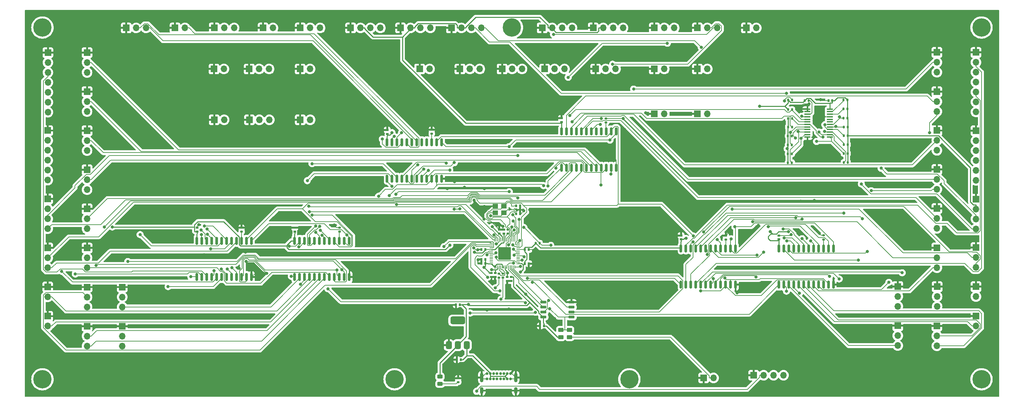
<source format=gbr>
%TF.GenerationSoftware,KiCad,Pcbnew,8.0.5*%
%TF.CreationDate,2024-09-28T19:10:59+02:00*%
%TF.ProjectId,FCU_Mainboard_v4,4643555f-4d61-4696-9e62-6f6172645f76,rev?*%
%TF.SameCoordinates,Original*%
%TF.FileFunction,Copper,L1,Top*%
%TF.FilePolarity,Positive*%
%FSLAX46Y46*%
G04 Gerber Fmt 4.6, Leading zero omitted, Abs format (unit mm)*
G04 Created by KiCad (PCBNEW 8.0.5) date 2024-09-28 19:10:59*
%MOMM*%
%LPD*%
G01*
G04 APERTURE LIST*
G04 Aperture macros list*
%AMRoundRect*
0 Rectangle with rounded corners*
0 $1 Rounding radius*
0 $2 $3 $4 $5 $6 $7 $8 $9 X,Y pos of 4 corners*
0 Add a 4 corners polygon primitive as box body*
4,1,4,$2,$3,$4,$5,$6,$7,$8,$9,$2,$3,0*
0 Add four circle primitives for the rounded corners*
1,1,$1+$1,$2,$3*
1,1,$1+$1,$4,$5*
1,1,$1+$1,$6,$7*
1,1,$1+$1,$8,$9*
0 Add four rect primitives between the rounded corners*
20,1,$1+$1,$2,$3,$4,$5,0*
20,1,$1+$1,$4,$5,$6,$7,0*
20,1,$1+$1,$6,$7,$8,$9,0*
20,1,$1+$1,$8,$9,$2,$3,0*%
G04 Aperture macros list end*
%TA.AperFunction,ComponentPad*%
%ADD10C,0.700000*%
%TD*%
%TA.AperFunction,ComponentPad*%
%ADD11O,0.900000X2.400000*%
%TD*%
%TA.AperFunction,ComponentPad*%
%ADD12O,0.900000X1.700000*%
%TD*%
%TA.AperFunction,ComponentPad*%
%ADD13R,1.700000X1.700000*%
%TD*%
%TA.AperFunction,ComponentPad*%
%ADD14O,1.700000X1.700000*%
%TD*%
%TA.AperFunction,SMDPad,CuDef*%
%ADD15RoundRect,0.135000X-0.135000X-0.185000X0.135000X-0.185000X0.135000X0.185000X-0.135000X0.185000X0*%
%TD*%
%TA.AperFunction,SMDPad,CuDef*%
%ADD16RoundRect,0.135000X0.135000X0.185000X-0.135000X0.185000X-0.135000X-0.185000X0.135000X-0.185000X0*%
%TD*%
%TA.AperFunction,SMDPad,CuDef*%
%ADD17R,0.700000X0.600000*%
%TD*%
%TA.AperFunction,SMDPad,CuDef*%
%ADD18R,0.600000X0.700000*%
%TD*%
%TA.AperFunction,ComponentPad*%
%ADD19C,3.100000*%
%TD*%
%TA.AperFunction,ConnectorPad*%
%ADD20C,4.700000*%
%TD*%
%TA.AperFunction,SMDPad,CuDef*%
%ADD21R,1.400000X1.200000*%
%TD*%
%TA.AperFunction,SMDPad,CuDef*%
%ADD22RoundRect,0.150000X0.150000X-0.875000X0.150000X0.875000X-0.150000X0.875000X-0.150000X-0.875000X0*%
%TD*%
%TA.AperFunction,SMDPad,CuDef*%
%ADD23RoundRect,0.135000X0.185000X-0.135000X0.185000X0.135000X-0.185000X0.135000X-0.185000X-0.135000X0*%
%TD*%
%TA.AperFunction,SMDPad,CuDef*%
%ADD24RoundRect,0.051250X-0.733750X-0.153750X0.733750X-0.153750X0.733750X0.153750X-0.733750X0.153750X0*%
%TD*%
%TA.AperFunction,SMDPad,CuDef*%
%ADD25RoundRect,0.250000X-0.450000X0.262500X-0.450000X-0.262500X0.450000X-0.262500X0.450000X0.262500X0*%
%TD*%
%TA.AperFunction,SMDPad,CuDef*%
%ADD26RoundRect,0.250000X0.450000X-0.262500X0.450000X0.262500X-0.450000X0.262500X-0.450000X-0.262500X0*%
%TD*%
%TA.AperFunction,SMDPad,CuDef*%
%ADD27RoundRect,0.150000X0.650000X0.150000X-0.650000X0.150000X-0.650000X-0.150000X0.650000X-0.150000X0*%
%TD*%
%TA.AperFunction,SMDPad,CuDef*%
%ADD28RoundRect,0.135000X-0.185000X0.135000X-0.185000X-0.135000X0.185000X-0.135000X0.185000X0.135000X0*%
%TD*%
%TA.AperFunction,SMDPad,CuDef*%
%ADD29RoundRect,0.050000X0.387500X0.050000X-0.387500X0.050000X-0.387500X-0.050000X0.387500X-0.050000X0*%
%TD*%
%TA.AperFunction,SMDPad,CuDef*%
%ADD30RoundRect,0.050000X0.050000X0.387500X-0.050000X0.387500X-0.050000X-0.387500X0.050000X-0.387500X0*%
%TD*%
%TA.AperFunction,ComponentPad*%
%ADD31C,0.600000*%
%TD*%
%TA.AperFunction,SMDPad,CuDef*%
%ADD32RoundRect,0.144000X1.456000X1.456000X-1.456000X1.456000X-1.456000X-1.456000X1.456000X-1.456000X0*%
%TD*%
%TA.AperFunction,SMDPad,CuDef*%
%ADD33RoundRect,0.375000X0.375000X-0.625000X0.375000X0.625000X-0.375000X0.625000X-0.375000X-0.625000X0*%
%TD*%
%TA.AperFunction,SMDPad,CuDef*%
%ADD34RoundRect,0.500000X1.400000X-0.500000X1.400000X0.500000X-1.400000X0.500000X-1.400000X-0.500000X0*%
%TD*%
%TA.AperFunction,SMDPad,CuDef*%
%ADD35RoundRect,0.243750X0.456250X-0.243750X0.456250X0.243750X-0.456250X0.243750X-0.456250X-0.243750X0*%
%TD*%
%TA.AperFunction,ViaPad*%
%ADD36C,0.800000*%
%TD*%
%TA.AperFunction,Conductor*%
%ADD37C,0.200000*%
%TD*%
%TA.AperFunction,Conductor*%
%ADD38C,0.220000*%
%TD*%
%TA.AperFunction,Conductor*%
%ADD39C,0.200200*%
%TD*%
G04 APERTURE END LIST*
D10*
%TO.P,P1,A1,GND*%
%TO.N,GND*%
X138650000Y-113540000D03*
%TO.P,P1,A4,VBUS*%
%TO.N,+5V*%
X139500000Y-113540000D03*
%TO.P,P1,A5,CC*%
%TO.N,unconnected-(P1-CC-PadA5)*%
X140350000Y-113540000D03*
%TO.P,P1,A6,D+*%
%TO.N,/USB_D+*%
X141200000Y-113540000D03*
%TO.P,P1,A7,D-*%
%TO.N,/USB_D-*%
X142050000Y-113540000D03*
%TO.P,P1,A8*%
%TO.N,N/C*%
X142900000Y-113540000D03*
%TO.P,P1,A9,VBUS*%
%TO.N,+5V*%
X143750000Y-113540000D03*
%TO.P,P1,A12,GND*%
%TO.N,GND*%
X144600000Y-113540000D03*
%TO.P,P1,B1,GND*%
X144600000Y-114890000D03*
%TO.P,P1,B4,VBUS*%
%TO.N,+5V*%
X143750000Y-114890000D03*
%TO.P,P1,B5,VCONN*%
%TO.N,unconnected-(P1-VCONN-PadB5)*%
X142900000Y-114890000D03*
%TO.P,P1,B6*%
%TO.N,N/C*%
X142050000Y-114890000D03*
%TO.P,P1,B7*%
X141200000Y-114890000D03*
%TO.P,P1,B8*%
X140350000Y-114890000D03*
%TO.P,P1,B9,VBUS*%
%TO.N,+5V*%
X139500000Y-114890000D03*
%TO.P,P1,B12,GND*%
%TO.N,GND*%
X138650000Y-114890000D03*
D11*
%TO.P,P1,S1,SHIELD*%
X137300000Y-114520000D03*
D12*
X137300000Y-117900000D03*
D11*
X145950000Y-114520000D03*
D12*
X145950000Y-117900000D03*
%TD*%
D13*
%TO.P,J55,1,Pin_1*%
%TO.N,GND*%
X263600000Y-31360000D03*
D14*
%TO.P,J55,2,Pin_2*%
%TO.N,L_R10*%
X263600000Y-33900000D03*
%TO.P,J55,3,Pin_3*%
%TO.N,L_R20*%
X263600000Y-36440000D03*
%TO.P,J55,4,Pin_4*%
%TO.N,L_R40*%
X263600000Y-38980000D03*
%TO.P,J55,5,Pin_5*%
%TO.N,L_R80*%
X263600000Y-41520000D03*
%TO.P,J55,6,Pin_6*%
%TO.N,L_R160*%
X263600000Y-44060000D03*
%TO.P,J55,7,Pin_7*%
%TO.N,L_R320*%
X263600000Y-46600000D03*
%TD*%
D15*
%TO.P,R21,1*%
%TO.N,+3V3*%
X215530000Y-52725000D03*
%TO.P,R21,2*%
%TO.N,/OLEDs/SPD_SCL*%
X216550000Y-52725000D03*
%TD*%
D13*
%TO.P,J56,1,Pin_1*%
%TO.N,GND*%
X253650000Y-91300000D03*
D14*
%TO.P,J56,2,Pin_2*%
%TO.N,L_EFIS_BARO_LEFT*%
X253650000Y-93840000D03*
%TO.P,J56,3,Pin_3*%
%TO.N,L_EFIS_BARO_RIGHT*%
X253650000Y-96380000D03*
%TD*%
D13*
%TO.P,J11,1,Pin_1*%
%TO.N,GND*%
X153340000Y-35600000D03*
D14*
%TO.P,J11,2,Pin_2*%
%TO.N,AP1_LED*%
X155880000Y-35600000D03*
%TO.P,J11,3,Pin_3*%
%TO.N,AP1_BTN*%
X158420000Y-35600000D03*
%TD*%
D16*
%TO.P,R28,1*%
%TO.N,+3V3*%
X230820000Y-54950000D03*
%TO.P,R28,2*%
%TO.N,/OLEDs/ALT_SDA*%
X229800000Y-54950000D03*
%TD*%
D17*
%TO.P,C4,1*%
%TO.N,+3V3*%
X188200000Y-79200000D03*
%TO.P,C4,2*%
%TO.N,GND*%
X188200000Y-78200000D03*
%TD*%
D13*
%TO.P,J49,1,Pin_1*%
%TO.N,GND*%
X45400000Y-91400000D03*
D14*
%TO.P,J49,2,Pin_2*%
%TO.N,R_VOR_1*%
X45400000Y-93940000D03*
%TO.P,J49,3,Pin_3*%
%TO.N,R_ADF_1*%
X45400000Y-96480000D03*
%TD*%
D13*
%TO.P,J57,1,Pin_1*%
%TO.N,GND*%
X243600000Y-91250000D03*
D14*
%TO.P,J57,2,Pin_2*%
%TO.N,L_VOR_1*%
X243600000Y-93790000D03*
%TO.P,J57,3,Pin_3*%
%TO.N,L_ADF_1*%
X243600000Y-96330000D03*
%TD*%
D18*
%TO.P,C8,1*%
%TO.N,+5V*%
X131900000Y-109950000D03*
%TO.P,C8,2*%
%TO.N,GND*%
X130900000Y-109950000D03*
%TD*%
D13*
%TO.P,J37,1,Pin_1*%
%TO.N,GND*%
X181400000Y-47100000D03*
D14*
%TO.P,J37,2,Pin_2*%
%TO.N,HDG_PUSH*%
X183940000Y-47100000D03*
%TD*%
D19*
%TO.P,H3,1*%
%TO.N,N/C*%
X265000000Y-25000000D03*
D20*
X265000000Y-25000000D03*
%TD*%
D13*
%TO.P,J33,1,Pin_1*%
%TO.N,GND*%
X58900000Y-25100000D03*
D14*
%TO.P,J33,2,Pin_2*%
%TO.N,LVL_OFF_BTN*%
X61440000Y-25100000D03*
%TD*%
D19*
%TO.P,H1,1*%
%TO.N,N/C*%
X175000000Y-115000000D03*
D20*
X175000000Y-115000000D03*
%TD*%
D13*
%TO.P,J54,1,Pin_1*%
%TO.N,GND*%
X263600000Y-51400000D03*
D14*
%TO.P,J54,2,Pin_2*%
%TO.N,L_ILS*%
X263600000Y-53940000D03*
%TO.P,J54,3,Pin_3*%
%TO.N,L_VOR*%
X263600000Y-56480000D03*
%TO.P,J54,4,Pin_4*%
%TO.N,L_MAP*%
X263600000Y-59020000D03*
%TO.P,J54,5,Pin_5*%
%TO.N,L_ARC*%
X263600000Y-61560000D03*
%TO.P,J54,6,Pin_6*%
%TO.N,L_PLAN*%
X263600000Y-64100000D03*
%TD*%
D17*
%TO.P,C2,1*%
%TO.N,+3V3*%
X64505000Y-77200000D03*
%TO.P,C2,2*%
%TO.N,GND*%
X64505000Y-76200000D03*
%TD*%
D21*
%TO.P,Y1,1,1*%
%TO.N,Net-(C7-Pad1)*%
X142950000Y-70700000D03*
%TO.P,Y1,2,2*%
%TO.N,GND*%
X140750000Y-70700000D03*
%TO.P,Y1,3,3*%
%TO.N,/XIN*%
X140750000Y-72400000D03*
%TO.P,Y1,4,4*%
%TO.N,GND*%
X142950000Y-72400000D03*
%TD*%
D13*
%TO.P,J72,1,Pin_1*%
%TO.N,GND*%
X68850000Y-35600000D03*
D14*
%TO.P,J72,2,Pin_2*%
%TO.N,VSPEED_PULL*%
X71390000Y-35600000D03*
%TD*%
D13*
%TO.P,J42,1,Pin_1*%
%TO.N,GND*%
X90900000Y-25100000D03*
D14*
%TO.P,J42,2,Pin_2*%
%TO.N,ALT_LEFT*%
X93440000Y-25100000D03*
%TO.P,J42,3,Pin_3*%
%TO.N,ALT_RIGHT*%
X95980000Y-25100000D03*
%TD*%
D19*
%TO.P,H7,1*%
%TO.N,N/C*%
X265000000Y-115000000D03*
D20*
X265000000Y-115000000D03*
%TD*%
D16*
%TO.P,R26,1*%
%TO.N,+3V3*%
X230820000Y-57200000D03*
%TO.P,R26,2*%
%TO.N,/OLEDs/HDG{slash}TRK_SDA*%
X229800000Y-57200000D03*
%TD*%
D15*
%TO.P,R23,1*%
%TO.N,+3V3*%
X215530000Y-57325000D03*
%TO.P,R23,2*%
%TO.N,/OLEDs/HDG_SCL*%
X216550000Y-57325000D03*
%TD*%
D17*
%TO.P,C15,1*%
%TO.N,+3V3*%
X113100000Y-52200000D03*
%TO.P,C15,2*%
%TO.N,GND*%
X113100000Y-51200000D03*
%TD*%
D13*
%TO.P,J6,1,Pin_1*%
%TO.N,GND*%
X77900000Y-48600000D03*
D14*
%TO.P,J6,2,Pin_2*%
%TO.N,APPR_LED*%
X80440000Y-48600000D03*
%TO.P,J6,3,Pin_3*%
%TO.N,APPR_BTN*%
X82980000Y-48600000D03*
%TD*%
D17*
%TO.P,C16,1*%
%TO.N,+3V3*%
X139700000Y-87800000D03*
%TO.P,C16,2*%
%TO.N,GND*%
X139700000Y-88800000D03*
%TD*%
D13*
%TO.P,J14,1,Pin_1*%
%TO.N,GND*%
X116530000Y-25100000D03*
D14*
%TO.P,J14,2,Pin_2*%
%TO.N,+3V3*%
X119070000Y-25100000D03*
%TO.P,J14,3,Pin_3*%
%TO.N,/OLEDs/ALT_SCL*%
X121610000Y-25100000D03*
%TO.P,J14,4,Pin_4*%
%TO.N,/OLEDs/ALT_SDA*%
X124150000Y-25100000D03*
%TD*%
D15*
%TO.P,R24,1*%
%TO.N,+3V3*%
X215530000Y-59575000D03*
%TO.P,R24,2*%
%TO.N,/OLEDs/HDG_SDA*%
X216550000Y-59575000D03*
%TD*%
D13*
%TO.P,J46,1,Pin_1*%
%TO.N,GND*%
X68900000Y-25100000D03*
D14*
%TO.P,J46,2,Pin_2*%
%TO.N,VSPEED_LEFT*%
X71440000Y-25100000D03*
%TO.P,J46,3,Pin_3*%
%TO.N,VSPEED_RIGHT*%
X73980000Y-25100000D03*
%TD*%
D22*
%TO.P,U3,1,COM*%
%TO.N,U3_MP_SIG*%
X188190000Y-90800000D03*
%TO.P,U3,2,I7*%
%TO.N,L_R40*%
X189460000Y-90800000D03*
%TO.P,U3,3,I6*%
%TO.N,L_R20*%
X190730000Y-90800000D03*
%TO.P,U3,4,I5*%
%TO.N,L_R10*%
X192000000Y-90800000D03*
%TO.P,U3,5,I4*%
%TO.N,L_PLAN*%
X193270000Y-90800000D03*
%TO.P,U3,6,I3*%
%TO.N,L_ARC*%
X194540000Y-90800000D03*
%TO.P,U3,7,I2*%
%TO.N,L_MAP*%
X195810000Y-90800000D03*
%TO.P,U3,8,I1*%
%TO.N,L_VOR*%
X197080000Y-90800000D03*
%TO.P,U3,9,I0*%
%TO.N,L_ILS*%
X198350000Y-90800000D03*
%TO.P,U3,10,S0*%
%TO.N,MP_S0*%
X199620000Y-90800000D03*
%TO.P,U3,11,S1*%
%TO.N,MP_S1*%
X200890000Y-90800000D03*
%TO.P,U3,12,GND*%
%TO.N,GND*%
X202160000Y-90800000D03*
%TO.P,U3,13,S3*%
%TO.N,MP_S3*%
X202160000Y-81500000D03*
%TO.P,U3,14,S2*%
%TO.N,MP_S2*%
X200890000Y-81500000D03*
%TO.P,U3,15,~{E}*%
%TO.N,Net-(U3-~{E})*%
X199620000Y-81500000D03*
%TO.P,U3,16,I15*%
%TO.N,L_CSTR_BTN*%
X198350000Y-81500000D03*
%TO.P,U3,17,I14*%
%TO.N,L_VORD_BTN*%
X197080000Y-81500000D03*
%TO.P,U3,18,I13*%
%TO.N,L_NDB_BTN*%
X195810000Y-81500000D03*
%TO.P,U3,19,I12*%
%TO.N,L_WPT_BTN*%
X194540000Y-81500000D03*
%TO.P,U3,20,I11*%
%TO.N,L_ARPT_BTN*%
X193270000Y-81500000D03*
%TO.P,U3,21,I10*%
%TO.N,L_R320*%
X192000000Y-81500000D03*
%TO.P,U3,22,I9*%
%TO.N,L_R160*%
X190730000Y-81500000D03*
%TO.P,U3,23,I8*%
%TO.N,L_R80*%
X189460000Y-81500000D03*
%TO.P,U3,24,VCC*%
%TO.N,+3V3*%
X188190000Y-81500000D03*
%TD*%
D23*
%TO.P,R9,1*%
%TO.N,Net-(U3-~{E})*%
X199650000Y-79260000D03*
%TO.P,R9,2*%
%TO.N,GND*%
X199650000Y-78240000D03*
%TD*%
D13*
%TO.P,J53,1,Pin_1*%
%TO.N,GND*%
X26400000Y-31400000D03*
D14*
%TO.P,J53,2,Pin_2*%
%TO.N,R_R10*%
X26400000Y-33940000D03*
%TO.P,J53,3,Pin_3*%
%TO.N,R_R20*%
X26400000Y-36480000D03*
%TO.P,J53,4,Pin_4*%
%TO.N,R_R40*%
X26400000Y-39020000D03*
%TO.P,J53,5,Pin_5*%
%TO.N,R_R80*%
X26400000Y-41560000D03*
%TO.P,J53,6,Pin_6*%
%TO.N,R_R160*%
X26400000Y-44100000D03*
%TO.P,J53,7,Pin_7*%
%TO.N,R_R320*%
X26400000Y-46640000D03*
%TD*%
D18*
%TO.P,C21,1*%
%TO.N,+3V3*%
X148300000Y-85400000D03*
%TO.P,C21,2*%
%TO.N,GND*%
X149300000Y-85400000D03*
%TD*%
D19*
%TO.P,H2,1*%
%TO.N,N/C*%
X25000000Y-115000000D03*
D20*
X25000000Y-115000000D03*
%TD*%
D18*
%TO.P,C9,1*%
%TO.N,+3V3*%
X153200000Y-101350000D03*
%TO.P,C9,2*%
%TO.N,GND*%
X152200000Y-101350000D03*
%TD*%
%TO.P,C6,1*%
%TO.N,/XIN*%
X146050000Y-72650000D03*
%TO.P,C6,2*%
%TO.N,GND*%
X147050000Y-72650000D03*
%TD*%
D13*
%TO.P,J1,1,Pin_1*%
%TO.N,GND*%
X26350000Y-68850000D03*
D14*
%TO.P,J1,2,Pin_2*%
%TO.N,+3V3*%
X26350000Y-71390000D03*
%TO.P,J1,3,Pin_3*%
%TO.N,/OLEDs/R_EFIS_SCL*%
X26350000Y-73930000D03*
%TO.P,J1,4,Pin_4*%
%TO.N,/OLEDs/R_EFIS_SDA*%
X26350000Y-76470000D03*
%TD*%
D16*
%TO.P,R25,1*%
%TO.N,+3V3*%
X230820000Y-59500000D03*
%TO.P,R25,2*%
%TO.N,/OLEDs/HDG{slash}TRK_SCL*%
X229800000Y-59500000D03*
%TD*%
D13*
%TO.P,J47,1,Pin_1*%
%TO.N,GND*%
X253600000Y-41400000D03*
D14*
%TO.P,J47,2,Pin_2*%
%TO.N,L_EFIS_NDB_LED*%
X253600000Y-43940000D03*
%TO.P,J47,3,Pin_3*%
%TO.N,L_NDB_BTN*%
X253600000Y-46480000D03*
%TD*%
D15*
%TO.P,R3,1*%
%TO.N,+3V3*%
X215580000Y-43495000D03*
%TO.P,R3,2*%
%TO.N,/OLEDs/L_EFIS_SDA*%
X216600000Y-43495000D03*
%TD*%
D13*
%TO.P,J35,1,Pin_1*%
%TO.N,GND*%
X181400000Y-25100000D03*
D14*
%TO.P,J35,2,Pin_2*%
%TO.N,HDG_LEFT*%
X183940000Y-25100000D03*
%TO.P,J35,3,Pin_3*%
%TO.N,HDG_RIGHT*%
X186480000Y-25100000D03*
%TD*%
D23*
%TO.P,R18,1*%
%TO.N,/USB_D-*%
X142650000Y-88960000D03*
%TO.P,R18,2*%
%TO.N,Net-(U8-USB_DM)*%
X142650000Y-87940000D03*
%TD*%
D13*
%TO.P,J24,1,Pin_1*%
%TO.N,GND*%
X263600000Y-98800000D03*
D14*
%TO.P,J24,2,Pin_2*%
%TO.N,L_BARO_PUSH*%
X263600000Y-101340000D03*
%TD*%
D13*
%TO.P,J44,1,Pin_1*%
%TO.N,GND*%
X26350000Y-98850000D03*
D14*
%TO.P,J44,2,Pin_2*%
%TO.N,R_BARO_PUSH*%
X26350000Y-101390000D03*
%TD*%
D13*
%TO.P,J7,1,Pin_1*%
%TO.N,GND*%
X77850000Y-35600000D03*
D14*
%TO.P,J7,2,Pin_2*%
%TO.N,EXPED_LED*%
X80390000Y-35600000D03*
%TO.P,J7,3,Pin_3*%
%TO.N,EXPED_BTN*%
X82930000Y-35600000D03*
%TD*%
D13*
%TO.P,J32,1,Pin_1*%
%TO.N,GND*%
X81400000Y-25100000D03*
D14*
%TO.P,J32,2,Pin_2*%
%TO.N,METRIC_ALT_BTN*%
X83940000Y-25100000D03*
%TD*%
D13*
%TO.P,J3,1,Pin_1*%
%TO.N,GND*%
X152730000Y-25100000D03*
D14*
%TO.P,J3,2,Pin_2*%
%TO.N,+3V3*%
X155270000Y-25100000D03*
%TO.P,J3,3,Pin_3*%
%TO.N,/OLEDs/SPD_SCL*%
X157810000Y-25100000D03*
%TO.P,J3,4,Pin_4*%
%TO.N,/OLEDs/SPD_SDA*%
X160350000Y-25100000D03*
%TD*%
D18*
%TO.P,C23,1*%
%TO.N,+3V3*%
X148300000Y-81800000D03*
%TO.P,C23,2*%
%TO.N,GND*%
X149300000Y-81800000D03*
%TD*%
D13*
%TO.P,J8,1,Pin_1*%
%TO.N,GND*%
X166400000Y-35600000D03*
D14*
%TO.P,J8,2,Pin_2*%
%TO.N,LOC_LED*%
X168940000Y-35600000D03*
%TO.P,J8,3,Pin_3*%
%TO.N,LOC_BTN*%
X171480000Y-35600000D03*
%TD*%
D16*
%TO.P,R30,1*%
%TO.N,+3V3*%
X230820000Y-50450000D03*
%TO.P,R30,2*%
%TO.N,/OLEDs/VSPEED_SDA*%
X229800000Y-50450000D03*
%TD*%
D15*
%TO.P,R4,1*%
%TO.N,+3V3*%
X215580000Y-50475000D03*
%TO.P,R4,2*%
%TO.N,/OLEDs/R_EFIS_SDA*%
X216600000Y-50475000D03*
%TD*%
D13*
%TO.P,J70,1,Pin_1*%
%TO.N,GND*%
X181400000Y-35600000D03*
D14*
%TO.P,J70,2,Pin_2*%
%TO.N,HDG_PULL*%
X183940000Y-35600000D03*
%TD*%
D13*
%TO.P,J34,1,Pin_1*%
%TO.N,GND*%
X192400000Y-47100000D03*
D14*
%TO.P,J34,2,Pin_2*%
%TO.N,SPD_PUSH*%
X194940000Y-47100000D03*
%TD*%
D23*
%TO.P,R19,1*%
%TO.N,Net-(U9-~{E})*%
X169020000Y-49280000D03*
%TO.P,R19,2*%
%TO.N,GND*%
X169020000Y-48260000D03*
%TD*%
D13*
%TO.P,J39,1,Pin_1*%
%TO.N,GND*%
X36400000Y-101400000D03*
D14*
%TO.P,J39,2,Pin_2*%
%TO.N,R_BARO_hPa*%
X36400000Y-103940000D03*
%TO.P,J39,3,Pin_3*%
%TO.N,R_BARO_inHg*%
X36400000Y-106480000D03*
%TD*%
D13*
%TO.P,J21,1,Pin_1*%
%TO.N,GND*%
X36400000Y-41400000D03*
D14*
%TO.P,J21,2,Pin_2*%
%TO.N,R_EFIS_NDB_LED*%
X36400000Y-43940000D03*
%TO.P,J21,3,Pin_3*%
%TO.N,R_NDB_BTN*%
X36400000Y-46480000D03*
%TD*%
D13*
%TO.P,J31,1,Pin_1*%
%TO.N,GND*%
X121400000Y-35600000D03*
D14*
%TO.P,J31,2,Pin_2*%
%TO.N,HDG{slash}TRK_BTN*%
X123940000Y-35600000D03*
%TD*%
D13*
%TO.P,J10,1,Pin_1*%
%TO.N,GND*%
X131700000Y-35600000D03*
D14*
%TO.P,J10,2,Pin_2*%
%TO.N,AP2_LED*%
X134240000Y-35600000D03*
%TO.P,J10,3,Pin_3*%
%TO.N,AP2_BTN*%
X136780000Y-35600000D03*
%TD*%
D24*
%TO.P,I2C_1,1,A0*%
%TO.N,GND*%
X220530000Y-45875000D03*
%TO.P,I2C_1,2,A1*%
X220530000Y-46525000D03*
%TO.P,I2C_1,3,~{RESET}*%
%TO.N,Net-(I2C_1-~{RESET})*%
X220530000Y-47175000D03*
%TO.P,I2C_1,4,SD0*%
%TO.N,/OLEDs/L_EFIS_SDA*%
X220530000Y-47825000D03*
%TO.P,I2C_1,5,SC0*%
%TO.N,/OLEDs/R_EFIS_SCL*%
X220530000Y-48475000D03*
%TO.P,I2C_1,6,SD1*%
%TO.N,/OLEDs/R_EFIS_SDA*%
X220530000Y-49125000D03*
%TO.P,I2C_1,7,SC1*%
%TO.N,/OLEDs/L_EFIS_SCL*%
X220530000Y-49775000D03*
%TO.P,I2C_1,8,SD2*%
%TO.N,/OLEDs/SPD_SDA*%
X220530000Y-50425000D03*
%TO.P,I2C_1,9,SC2*%
%TO.N,/OLEDs/SPD_SCL*%
X220530000Y-51075000D03*
%TO.P,I2C_1,10,SD3*%
%TO.N,/OLEDs/HDG_SDA*%
X220530000Y-51725000D03*
%TO.P,I2C_1,11,SC3*%
%TO.N,/OLEDs/HDG_SCL*%
X220530000Y-52375000D03*
%TO.P,I2C_1,12,GND*%
%TO.N,GND*%
X220530000Y-53025000D03*
%TO.P,I2C_1,13,SD4*%
%TO.N,/OLEDs/HDG{slash}TRK_SDA*%
X226270000Y-53025000D03*
%TO.P,I2C_1,14,SC4*%
%TO.N,/OLEDs/HDG{slash}TRK_SCL*%
X226270000Y-52375000D03*
%TO.P,I2C_1,15,SD5*%
%TO.N,/OLEDs/ALT_SDA*%
X226270000Y-51725000D03*
%TO.P,I2C_1,16,SC5*%
%TO.N,/OLEDs/ALT_SCL*%
X226270000Y-51075000D03*
%TO.P,I2C_1,17,SD6*%
%TO.N,/OLEDs/VSPEED_SDA*%
X226270000Y-50425000D03*
%TO.P,I2C_1,18,SC6*%
%TO.N,/OLEDs/VSPEED_SCL*%
X226270000Y-49775000D03*
%TO.P,I2C_1,19,SD7*%
%TO.N,unconnected-(I2C_1-SD7-Pad19)*%
X226270000Y-49125000D03*
%TO.P,I2C_1,20,SC7*%
%TO.N,unconnected-(I2C_1-SC7-Pad20)*%
X226270000Y-48475000D03*
%TO.P,I2C_1,21,A2*%
%TO.N,GND*%
X226270000Y-47825000D03*
%TO.P,I2C_1,22,SCL*%
%TO.N,SCL*%
X226270000Y-47175000D03*
%TO.P,I2C_1,23,SDA*%
%TO.N,SDA*%
X226270000Y-46525000D03*
%TO.P,I2C_1,24,VCC*%
%TO.N,+3V3*%
X226270000Y-45875000D03*
%TD*%
D19*
%TO.P,H4,1*%
%TO.N,N/C*%
X25000000Y-25000000D03*
D20*
X25000000Y-25000000D03*
%TD*%
D13*
%TO.P,J17,1,Pin_1*%
%TO.N,GND*%
X36400000Y-71400000D03*
D14*
%TO.P,J17,2,Pin_2*%
%TO.N,R_EFIS_LS_LED*%
X36400000Y-73940000D03*
%TO.P,J17,3,Pin_3*%
%TO.N,R_LS_BTN*%
X36400000Y-76480000D03*
%TD*%
D13*
%TO.P,J18,1,Pin_1*%
%TO.N,GND*%
X26350000Y-81400000D03*
D14*
%TO.P,J18,2,Pin_2*%
%TO.N,R_EFIS_CSTR_LED*%
X26350000Y-83940000D03*
%TO.P,J18,3,Pin_3*%
%TO.N,R_CSTR_BTN*%
X26350000Y-86480000D03*
%TD*%
D22*
%TO.P,U9,1,COM*%
%TO.N,U6_MP_SIG*%
X157640000Y-60850000D03*
%TO.P,U9,2,I7*%
%TO.N,L_EFIS_ARPT_LED*%
X158910000Y-60850000D03*
%TO.P,U9,3,I6*%
%TO.N,R_EFIS_FD_LED*%
X160180000Y-60850000D03*
%TO.P,U9,4,I5*%
%TO.N,R_EFIS_LS_LED*%
X161450000Y-60850000D03*
%TO.P,U9,5,I4*%
%TO.N,R_EFIS_CSTR_LED*%
X162720000Y-60850000D03*
%TO.P,U9,6,I3*%
%TO.N,R_EFIS_WPT_LED*%
X163990000Y-60850000D03*
%TO.P,U9,7,I2*%
%TO.N,R_EFIS_VORD_LED*%
X165260000Y-60850000D03*
%TO.P,U9,8,I1*%
%TO.N,R_EFIS_NDB_LED*%
X166530000Y-60850000D03*
%TO.P,U9,9,I0*%
%TO.N,R_EFIS_ARPT_LED*%
X167800000Y-60850000D03*
%TO.P,U9,10,S0*%
%TO.N,MP_S0*%
X169070000Y-60850000D03*
%TO.P,U9,11,S1*%
%TO.N,MP_S1*%
X170340000Y-60850000D03*
%TO.P,U9,12,GND*%
%TO.N,GND*%
X171610000Y-60850000D03*
%TO.P,U9,13,S3*%
%TO.N,MP_S3*%
X171610000Y-51550000D03*
%TO.P,U9,14,S2*%
%TO.N,MP_S2*%
X170340000Y-51550000D03*
%TO.P,U9,15,~{E}*%
%TO.N,Net-(U9-~{E})*%
X169070000Y-51550000D03*
%TO.P,U9,16,I15*%
%TO.N,unconnected-(U9-I15-Pad16)*%
X167800000Y-51550000D03*
%TO.P,U9,17,I14*%
%TO.N,unconnected-(U9-I14-Pad17)*%
X166530000Y-51550000D03*
%TO.P,U9,18,I13*%
%TO.N,L_EFIS_FD_LED*%
X165260000Y-51550000D03*
%TO.P,U9,19,I12*%
%TO.N,L_EFIS_LS_LED*%
X163990000Y-51550000D03*
%TO.P,U9,20,I11*%
%TO.N,L_EFIS_CSTR_LED*%
X162720000Y-51550000D03*
%TO.P,U9,21,I10*%
%TO.N,L_EFIS_WPT_LED*%
X161450000Y-51550000D03*
%TO.P,U9,22,I9*%
%TO.N,L_EFIS_VORD_LED*%
X160180000Y-51550000D03*
%TO.P,U9,23,I8*%
%TO.N,L_EFIS_NDB_LED*%
X158910000Y-51550000D03*
%TO.P,U9,24,VCC*%
%TO.N,+3V3*%
X157640000Y-51550000D03*
%TD*%
D25*
%TO.P,R10,1*%
%TO.N,/QSPI_SS*%
X159725000Y-102382500D03*
%TO.P,R10,2*%
%TO.N,/~{USB_BOOT}*%
X159725000Y-104207500D03*
%TD*%
D23*
%TO.P,R8,1*%
%TO.N,Net-(U2-~{E})*%
X100905000Y-77210000D03*
%TO.P,R8,2*%
%TO.N,GND*%
X100905000Y-76190000D03*
%TD*%
%TO.P,R11,1*%
%TO.N,Net-(U4-~{E})*%
X224625000Y-79210000D03*
%TO.P,R11,2*%
%TO.N,GND*%
X224625000Y-78190000D03*
%TD*%
D26*
%TO.P,R15,1*%
%TO.N,+3V3*%
X157475000Y-104207500D03*
%TO.P,R15,2*%
%TO.N,/QSPI_SS*%
X157475000Y-102382500D03*
%TD*%
D15*
%TO.P,R5,1*%
%TO.N,SCL*%
X229750000Y-45800000D03*
%TO.P,R5,2*%
%TO.N,+3V3*%
X230770000Y-45800000D03*
%TD*%
D13*
%TO.P,J51,1,Pin_1*%
%TO.N,GND*%
X26350000Y-51350000D03*
D14*
%TO.P,J51,2,Pin_2*%
%TO.N,R_ILS*%
X26350000Y-53890000D03*
%TO.P,J51,3,Pin_3*%
%TO.N,R_VOR*%
X26350000Y-56430000D03*
%TO.P,J51,4,Pin_4*%
%TO.N,R_MAP*%
X26350000Y-58970000D03*
%TO.P,J51,5,Pin_5*%
%TO.N,R_ARC*%
X26350000Y-61510000D03*
%TO.P,J51,6,Pin_6*%
%TO.N,R_PLAN*%
X26350000Y-64050000D03*
%TD*%
D13*
%TO.P,J22,1,Pin_1*%
%TO.N,GND*%
X36400000Y-31400000D03*
D14*
%TO.P,J22,2,Pin_2*%
%TO.N,R_EFIS_ARPT_LED*%
X36400000Y-33940000D03*
%TO.P,J22,3,Pin_3*%
%TO.N,R_ARPT_BTN*%
X36400000Y-36480000D03*
%TD*%
D13*
%TO.P,J38,1,Pin_1*%
%TO.N,GND*%
X26350000Y-91370000D03*
D14*
%TO.P,J38,2,Pin_2*%
%TO.N,R_BARO_PULL*%
X26350000Y-93910000D03*
%TD*%
D13*
%TO.P,J69,1,Pin_1*%
%TO.N,GND*%
X192400000Y-35600000D03*
D14*
%TO.P,J69,2,Pin_2*%
%TO.N,SPD_PULL*%
X194940000Y-35600000D03*
%TD*%
D13*
%TO.P,J25,1,Pin_1*%
%TO.N,GND*%
X253600000Y-101350000D03*
D14*
%TO.P,J25,2,Pin_2*%
%TO.N,L_BARO_hPa*%
X253600000Y-103890000D03*
%TO.P,J25,3,Pin_3*%
%TO.N,L_BARO_inHg*%
X253600000Y-106430000D03*
%TD*%
D13*
%TO.P,J19,1,Pin_1*%
%TO.N,GND*%
X36400000Y-61400000D03*
D14*
%TO.P,J19,2,Pin_2*%
%TO.N,R_EFIS_WPT_LED*%
X36400000Y-63940000D03*
%TO.P,J19,3,Pin_3*%
%TO.N,R_WPT_BTN*%
X36400000Y-66480000D03*
%TD*%
D18*
%TO.P,C10,1*%
%TO.N,+3V3*%
X131700000Y-95900000D03*
%TO.P,C10,2*%
%TO.N,GND*%
X130700000Y-95900000D03*
%TD*%
D15*
%TO.P,R1,1*%
%TO.N,+3V3*%
X215580000Y-48225000D03*
%TO.P,R1,2*%
%TO.N,/OLEDs/L_EFIS_SCL*%
X216600000Y-48225000D03*
%TD*%
D22*
%TO.P,U6,1,COM*%
%TO.N,U5_MP_SIG*%
X113070000Y-63650000D03*
%TO.P,U6,2,I7*%
%TO.N,EXPED_LED*%
X114340000Y-63650000D03*
%TO.P,U6,3,I6*%
%TO.N,EXPED_BTN*%
X115610000Y-63650000D03*
%TO.P,U6,4,I5*%
%TO.N,A{slash}THR_LED*%
X116880000Y-63650000D03*
%TO.P,U6,5,I4*%
%TO.N,A{slash}THR_BTN*%
X118150000Y-63650000D03*
%TO.P,U6,6,I3*%
%TO.N,AP2_LED*%
X119420000Y-63650000D03*
%TO.P,U6,7,I2*%
%TO.N,AP2_BTN*%
X120690000Y-63650000D03*
%TO.P,U6,8,I1*%
%TO.N,AP1_LED*%
X121960000Y-63650000D03*
%TO.P,U6,9,I0*%
%TO.N,AP1_BTN*%
X123230000Y-63650000D03*
%TO.P,U6,10,S0*%
%TO.N,MP_S0*%
X124500000Y-63650000D03*
%TO.P,U6,11,S1*%
%TO.N,MP_S1*%
X125770000Y-63650000D03*
%TO.P,U6,12,GND*%
%TO.N,GND*%
X127040000Y-63650000D03*
%TO.P,U6,13,S3*%
%TO.N,MP_S3*%
X127040000Y-54350000D03*
%TO.P,U6,14,S2*%
%TO.N,MP_S2*%
X125770000Y-54350000D03*
%TO.P,U6,15,~{E}*%
%TO.N,Net-(U6-~{E})*%
X124500000Y-54350000D03*
%TO.P,U6,16,I15*%
%TO.N,unconnected-(U6-I15-Pad16)*%
X123230000Y-54350000D03*
%TO.P,U6,17,I14*%
%TO.N,unconnected-(U6-I14-Pad17)*%
X121960000Y-54350000D03*
%TO.P,U6,18,I13*%
%TO.N,ALT_100*%
X120690000Y-54350000D03*
%TO.P,U6,19,I12*%
%TO.N,ALT_1000*%
X119420000Y-54350000D03*
%TO.P,U6,20,I11*%
%TO.N,LVL_OFF_BTN*%
X118150000Y-54350000D03*
%TO.P,U6,21,I10*%
%TO.N,METRIC_ALT_BTN*%
X116880000Y-54350000D03*
%TO.P,U6,22,I9*%
%TO.N,HDG{slash}TRK_BTN*%
X115610000Y-54350000D03*
%TO.P,U6,23,I8*%
%TO.N,SPD{slash}MACH_BTN*%
X114340000Y-54350000D03*
%TO.P,U6,24,VCC*%
%TO.N,+3V3*%
X113070000Y-54350000D03*
%TD*%
D23*
%TO.P,R12,1*%
%TO.N,Net-(U6-~{E})*%
X124500000Y-52160000D03*
%TO.P,R12,2*%
%TO.N,GND*%
X124500000Y-51140000D03*
%TD*%
D19*
%TO.P,H5,1*%
%TO.N,N/C*%
X115000000Y-115000000D03*
D20*
X115000000Y-115000000D03*
%TD*%
D23*
%TO.P,R17,1*%
%TO.N,/USB_D+*%
X141700000Y-88960000D03*
%TO.P,R17,2*%
%TO.N,Net-(U8-USB_DP)*%
X141700000Y-87940000D03*
%TD*%
D17*
%TO.P,C11,1*%
%TO.N,+1V1*%
X140700000Y-87800000D03*
%TO.P,C11,2*%
%TO.N,GND*%
X140700000Y-88800000D03*
%TD*%
D27*
%TO.P,U7,1,~{CS}*%
%TO.N,/QSPI_SS*%
X160225000Y-99100000D03*
%TO.P,U7,2,DO(IO1)*%
%TO.N,/QSPI_SD1*%
X160225000Y-97830000D03*
%TO.P,U7,3,IO2*%
%TO.N,/QSPI_SD2*%
X160225000Y-96560000D03*
%TO.P,U7,4,GND*%
%TO.N,GND*%
X160225000Y-95290000D03*
%TO.P,U7,5,DI(IO0)*%
%TO.N,/QSPI_SD0*%
X153025000Y-95290000D03*
%TO.P,U7,6,CLK*%
%TO.N,/QSPI_SCLK*%
X153025000Y-96560000D03*
%TO.P,U7,7,IO3*%
%TO.N,/QSPI_SD3*%
X153025000Y-97830000D03*
%TO.P,U7,8,VCC*%
%TO.N,+3V3*%
X153025000Y-99100000D03*
%TD*%
D13*
%TO.P,J58,1,Pin_1*%
%TO.N,GND*%
X243600000Y-101300000D03*
D14*
%TO.P,J58,2,Pin_2*%
%TO.N,L_VOR_2*%
X243600000Y-103840000D03*
%TO.P,J58,3,Pin_3*%
%TO.N,L_ADF_2*%
X243600000Y-106380000D03*
%TD*%
D28*
%TO.P,R13,1*%
%TO.N,GND*%
X131250000Y-114690000D03*
%TO.P,R13,2*%
%TO.N,Net-(D1-K)*%
X131250000Y-115710000D03*
%TD*%
D13*
%TO.P,J15,1,Pin_1*%
%TO.N,GND*%
X103760000Y-25100000D03*
D14*
%TO.P,J15,2,Pin_2*%
%TO.N,+3V3*%
X106300000Y-25100000D03*
%TO.P,J15,3,Pin_3*%
%TO.N,/OLEDs/VSPEED_SCL*%
X108840000Y-25100000D03*
%TO.P,J15,4,Pin_4*%
%TO.N,/OLEDs/VSPEED_SDA*%
X111380000Y-25100000D03*
%TD*%
D15*
%TO.P,R22,1*%
%TO.N,+3V3*%
X215530000Y-55025000D03*
%TO.P,R22,2*%
%TO.N,/OLEDs/SPD_SDA*%
X216550000Y-55025000D03*
%TD*%
D22*
%TO.P,U2,1,COM*%
%TO.N,U2_MP_SIG*%
X89465000Y-88850000D03*
%TO.P,U2,2,I7*%
%TO.N,R_ADF_1*%
X90735000Y-88850000D03*
%TO.P,U2,3,I6*%
%TO.N,R_ADF_2*%
X92005000Y-88850000D03*
%TO.P,U2,4,I5*%
%TO.N,R_BARO_PULL*%
X93275000Y-88850000D03*
%TO.P,U2,5,I4*%
%TO.N,R_BARO_PUSH*%
X94545000Y-88850000D03*
%TO.P,U2,6,I3*%
%TO.N,R_BARO_hPa*%
X95815000Y-88850000D03*
%TO.P,U2,7,I2*%
%TO.N,R_BARO_inHg*%
X97085000Y-88850000D03*
%TO.P,U2,8,I1*%
%TO.N,R_FD_BTN*%
X98355000Y-88850000D03*
%TO.P,U2,9,I0*%
%TO.N,R_LS_BTN*%
X99625000Y-88850000D03*
%TO.P,U2,10,S0*%
%TO.N,MP_S0*%
X100895000Y-88850000D03*
%TO.P,U2,11,S1*%
%TO.N,MP_S1*%
X102165000Y-88850000D03*
%TO.P,U2,12,GND*%
%TO.N,GND*%
X103435000Y-88850000D03*
%TO.P,U2,13,S3*%
%TO.N,MP_S3*%
X103435000Y-79550000D03*
%TO.P,U2,14,S2*%
%TO.N,MP_S2*%
X102165000Y-79550000D03*
%TO.P,U2,15,~{E}*%
%TO.N,Net-(U2-~{E})*%
X100895000Y-79550000D03*
%TO.P,U2,16,I15*%
%TO.N,APPR_LED*%
X99625000Y-79550000D03*
%TO.P,U2,17,I14*%
%TO.N,APPR_BTN*%
X98355000Y-79550000D03*
%TO.P,U2,18,I13*%
%TO.N,VSPEED_PUSH*%
X97085000Y-79550000D03*
%TO.P,U2,19,I12*%
%TO.N,VSPEED_PULL*%
X95815000Y-79550000D03*
%TO.P,U2,20,I11*%
%TO.N,ALT_PUSH*%
X94545000Y-79550000D03*
%TO.P,U2,21,I10*%
%TO.N,ALT_PULL*%
X93275000Y-79550000D03*
%TO.P,U2,22,I9*%
%TO.N,R_VOR_1*%
X92005000Y-79550000D03*
%TO.P,U2,23,I8*%
%TO.N,R_VOR_2*%
X90735000Y-79550000D03*
%TO.P,U2,24,VCC*%
%TO.N,+3V3*%
X89465000Y-79550000D03*
%TD*%
D13*
%TO.P,J16,1,Pin_1*%
%TO.N,GND*%
X36400000Y-81400000D03*
D14*
%TO.P,J16,2,Pin_2*%
%TO.N,R_EFIS_FD_LED*%
X36400000Y-83940000D03*
%TO.P,J16,3,Pin_3*%
%TO.N,R_FD_BTN*%
X36400000Y-86480000D03*
%TD*%
D17*
%TO.P,C5,1*%
%TO.N,+3V3*%
X213200000Y-79200000D03*
%TO.P,C5,2*%
%TO.N,GND*%
X213200000Y-78200000D03*
%TD*%
D23*
%TO.P,R7,1*%
%TO.N,Net-(U1-~{E})*%
X75905000Y-77210000D03*
%TO.P,R7,2*%
%TO.N,GND*%
X75905000Y-76190000D03*
%TD*%
D18*
%TO.P,C22,1*%
%TO.N,+3V3*%
X138200000Y-81800000D03*
%TO.P,C22,2*%
%TO.N,GND*%
X137200000Y-81800000D03*
%TD*%
D13*
%TO.P,J30,1,Pin_1*%
%TO.N,GND*%
X204900000Y-25100000D03*
D14*
%TO.P,J30,2,Pin_2*%
%TO.N,SPD{slash}MACH_BTN*%
X207440000Y-25100000D03*
%TD*%
D17*
%TO.P,C3,1*%
%TO.N,+3V3*%
X89500000Y-77200000D03*
%TO.P,C3,2*%
%TO.N,GND*%
X89500000Y-76200000D03*
%TD*%
D22*
%TO.P,U4,1,COM*%
%TO.N,U4_MP_SIG*%
X213190000Y-90800000D03*
%TO.P,U4,2,I7*%
%TO.N,L_ADF_1*%
X214460000Y-90800000D03*
%TO.P,U4,3,I6*%
%TO.N,L_ADF_2*%
X215730000Y-90800000D03*
%TO.P,U4,4,I5*%
%TO.N,L_BARO_PULL*%
X217000000Y-90800000D03*
%TO.P,U4,5,I4*%
%TO.N,L_BARO_PUSH*%
X218270000Y-90800000D03*
%TO.P,U4,6,I3*%
%TO.N,L_BARO_hPa*%
X219540000Y-90800000D03*
%TO.P,U4,7,I2*%
%TO.N,L_BARO_inHg*%
X220810000Y-90800000D03*
%TO.P,U4,8,I1*%
%TO.N,L_FD_BTN*%
X222080000Y-90800000D03*
%TO.P,U4,9,I0*%
%TO.N,L_LS_BTN*%
X223350000Y-90800000D03*
%TO.P,U4,10,S0*%
%TO.N,MP_S0*%
X224620000Y-90800000D03*
%TO.P,U4,11,S1*%
%TO.N,MP_S1*%
X225890000Y-90800000D03*
%TO.P,U4,12,GND*%
%TO.N,GND*%
X227160000Y-90800000D03*
%TO.P,U4,13,S3*%
%TO.N,MP_S3*%
X227160000Y-81500000D03*
%TO.P,U4,14,S2*%
%TO.N,MP_S2*%
X225890000Y-81500000D03*
%TO.P,U4,15,~{E}*%
%TO.N,Net-(U4-~{E})*%
X224620000Y-81500000D03*
%TO.P,U4,16,I15*%
%TO.N,LOC_LED*%
X223350000Y-81500000D03*
%TO.P,U4,17,I14*%
%TO.N,LOC_BTN*%
X222080000Y-81500000D03*
%TO.P,U4,18,I13*%
%TO.N,HDG_PUSH*%
X220810000Y-81500000D03*
%TO.P,U4,19,I12*%
%TO.N,HDG_PULL*%
X219540000Y-81500000D03*
%TO.P,U4,20,I11*%
%TO.N,SPD_PUSH*%
X218270000Y-81500000D03*
%TO.P,U4,21,I10*%
%TO.N,SPD_PULL*%
X217000000Y-81500000D03*
%TO.P,U4,22,I9*%
%TO.N,L_VOR_1*%
X215730000Y-81500000D03*
%TO.P,U4,23,I8*%
%TO.N,L_VOR_2*%
X214460000Y-81500000D03*
%TO.P,U4,24,VCC*%
%TO.N,+3V3*%
X213190000Y-81500000D03*
%TD*%
%TO.P,U1,1,COM*%
%TO.N,U1_MP_SIG*%
X64465000Y-88850000D03*
%TO.P,U1,2,I7*%
%TO.N,R_R40*%
X65735000Y-88850000D03*
%TO.P,U1,3,I6*%
%TO.N,R_R20*%
X67005000Y-88850000D03*
%TO.P,U1,4,I5*%
%TO.N,R_R10*%
X68275000Y-88850000D03*
%TO.P,U1,5,I4*%
%TO.N,R_PLAN*%
X69545000Y-88850000D03*
%TO.P,U1,6,I3*%
%TO.N,R_ARC*%
X70815000Y-88850000D03*
%TO.P,U1,7,I2*%
%TO.N,R_MAP*%
X72085000Y-88850000D03*
%TO.P,U1,8,I1*%
%TO.N,R_VOR*%
X73355000Y-88850000D03*
%TO.P,U1,9,I0*%
%TO.N,R_ILS*%
X74625000Y-88850000D03*
%TO.P,U1,10,S0*%
%TO.N,MP_S0*%
X75895000Y-88850000D03*
%TO.P,U1,11,S1*%
%TO.N,MP_S1*%
X77165000Y-88850000D03*
%TO.P,U1,12,GND*%
%TO.N,GND*%
X78435000Y-88850000D03*
%TO.P,U1,13,S3*%
%TO.N,MP_S3*%
X78435000Y-79550000D03*
%TO.P,U1,14,S2*%
%TO.N,MP_S2*%
X77165000Y-79550000D03*
%TO.P,U1,15,~{E}*%
%TO.N,Net-(U1-~{E})*%
X75895000Y-79550000D03*
%TO.P,U1,16,I15*%
%TO.N,R_CSTR_BTN*%
X74625000Y-79550000D03*
%TO.P,U1,17,I14*%
%TO.N,R_VORD_BTN*%
X73355000Y-79550000D03*
%TO.P,U1,18,I13*%
%TO.N,R_NDB_BTN*%
X72085000Y-79550000D03*
%TO.P,U1,19,I12*%
%TO.N,R_WPT_BTN*%
X70815000Y-79550000D03*
%TO.P,U1,20,I11*%
%TO.N,R_ARPT_BTN*%
X69545000Y-79550000D03*
%TO.P,U1,21,I10*%
%TO.N,R_R320*%
X68275000Y-79550000D03*
%TO.P,U1,22,I9*%
%TO.N,R_R160*%
X67005000Y-79550000D03*
%TO.P,U1,23,I8*%
%TO.N,R_R80*%
X65735000Y-79550000D03*
%TO.P,U1,24,VCC*%
%TO.N,+3V3*%
X64465000Y-79550000D03*
%TD*%
D15*
%TO.P,R16,1*%
%TO.N,+3V3*%
X151090000Y-80150000D03*
%TO.P,R16,2*%
%TO.N,/~{RST}*%
X152110000Y-80150000D03*
%TD*%
D13*
%TO.P,J40,1,Pin_1*%
%TO.N,GND*%
X253600000Y-51350000D03*
D14*
%TO.P,J40,2,Pin_2*%
%TO.N,L_EFIS_VORD_LED*%
X253600000Y-53890000D03*
%TO.P,J40,3,Pin_3*%
%TO.N,L_VORD_BTN*%
X253600000Y-56430000D03*
%TD*%
D18*
%TO.P,C1,1*%
%TO.N,+3V3*%
X226870000Y-43700000D03*
%TO.P,C1,2*%
%TO.N,GND*%
X225870000Y-43700000D03*
%TD*%
D16*
%TO.P,R6,1*%
%TO.N,+3V3*%
X230770000Y-43550000D03*
%TO.P,R6,2*%
%TO.N,SDA*%
X229750000Y-43550000D03*
%TD*%
D13*
%TO.P,J45,1,Pin_1*%
%TO.N,GND*%
X46400000Y-25100000D03*
D14*
%TO.P,J45,2,Pin_2*%
%TO.N,ALT_100*%
X48940000Y-25100000D03*
%TO.P,J45,3,Pin_3*%
%TO.N,ALT_1000*%
X51480000Y-25100000D03*
%TD*%
D13*
%TO.P,J28,1,Pin_1*%
%TO.N,GND*%
X263600000Y-81300000D03*
D14*
%TO.P,J28,2,Pin_2*%
%TO.N,L_EFIS_CSTR_LED*%
X263600000Y-83840000D03*
%TO.P,J28,3,Pin_3*%
%TO.N,L_CSTR_BTN*%
X263600000Y-86380000D03*
%TD*%
D13*
%TO.P,J23,1,Pin_1*%
%TO.N,GND*%
X263600000Y-91300000D03*
D14*
%TO.P,J23,2,Pin_2*%
%TO.N,L_BARO_PULL*%
X263600000Y-93840000D03*
%TD*%
D18*
%TO.P,C7,1*%
%TO.N,Net-(C7-Pad1)*%
X146050000Y-70650000D03*
%TO.P,C7,2*%
%TO.N,GND*%
X147050000Y-70650000D03*
%TD*%
D13*
%TO.P,J41,1,Pin_1*%
%TO.N,GND*%
X192400000Y-25100000D03*
D14*
%TO.P,J41,2,Pin_2*%
%TO.N,SPD_LEFT*%
X194940000Y-25100000D03*
%TO.P,J41,3,Pin_3*%
%TO.N,SPD_RIGHT*%
X197480000Y-25100000D03*
%TD*%
D16*
%TO.P,R2,1*%
%TO.N,/OLEDs/R_EFIS_SCL*%
X216600000Y-45975000D03*
%TO.P,R2,2*%
%TO.N,+3V3*%
X215580000Y-45975000D03*
%TD*%
%TO.P,R29,1*%
%TO.N,+3V3*%
X230770000Y-48150000D03*
%TO.P,R29,2*%
%TO.N,/OLEDs/VSPEED_SCL*%
X229750000Y-48150000D03*
%TD*%
D13*
%TO.P,J59,1,Pin_1*%
%TO.N,GND*%
X193975000Y-114650000D03*
D14*
%TO.P,J59,2,Pin_2*%
%TO.N,/~{USB_BOOT}*%
X196515000Y-114650000D03*
%TD*%
D17*
%TO.P,C12,1*%
%TO.N,+1V1*%
X141750000Y-77700000D03*
%TO.P,C12,2*%
%TO.N,GND*%
X141750000Y-76700000D03*
%TD*%
D29*
%TO.P,U8,1,IOVDD*%
%TO.N,+3V3*%
X146562500Y-85400000D03*
%TO.P,U8,2,GPIO0*%
%TO.N,U1_MP_SIG*%
X146562500Y-85000000D03*
%TO.P,U8,3,GPIO1*%
%TO.N,U2_MP_SIG*%
X146562500Y-84600000D03*
%TO.P,U8,4,GPIO2*%
%TO.N,unconnected-(U8-GPIO2-Pad4)*%
X146562500Y-84200000D03*
%TO.P,U8,5,GPIO3*%
%TO.N,unconnected-(U8-GPIO3-Pad5)*%
X146562500Y-83800000D03*
%TO.P,U8,6,GPIO4*%
%TO.N,U5_MP_SIG*%
X146562500Y-83400000D03*
%TO.P,U8,7,GPIO5*%
%TO.N,unconnected-(U8-GPIO5-Pad7)*%
X146562500Y-83000000D03*
%TO.P,U8,8,GPIO6*%
%TO.N,MP_S0*%
X146562500Y-82600000D03*
%TO.P,U8,9,GPIO7*%
%TO.N,MP_S1*%
X146562500Y-82200000D03*
%TO.P,U8,10,IOVDD*%
%TO.N,+3V3*%
X146562500Y-81800000D03*
%TO.P,U8,11,GPIO8*%
%TO.N,MP_S2*%
X146562500Y-81400000D03*
%TO.P,U8,12,GPIO9*%
%TO.N,MP_S3*%
X146562500Y-81000000D03*
%TO.P,U8,13,GPIO10*%
%TO.N,SPD_RIGHT*%
X146562500Y-80600000D03*
%TO.P,U8,14,GPIO11*%
%TO.N,SPD_LEFT*%
X146562500Y-80200000D03*
D30*
%TO.P,U8,15,GPIO12*%
%TO.N,HDG_RIGHT*%
X145725000Y-79362500D03*
%TO.P,U8,16,GPIO13*%
%TO.N,HDG_LEFT*%
X145325000Y-79362500D03*
%TO.P,U8,17,GPIO14*%
%TO.N,ALT_RIGHT*%
X144925000Y-79362500D03*
%TO.P,U8,18,GPIO15*%
%TO.N,ALT_LEFT*%
X144525000Y-79362500D03*
%TO.P,U8,19,TESTEN*%
%TO.N,GND*%
X144125000Y-79362500D03*
%TO.P,U8,20,XIN*%
%TO.N,/XIN*%
X143725000Y-79362500D03*
%TO.P,U8,21,XOUT*%
%TO.N,/XOUT*%
X143325000Y-79362500D03*
%TO.P,U8,22,IOVDD*%
%TO.N,+3V3*%
X142925000Y-79362500D03*
%TO.P,U8,23,DVDD*%
%TO.N,+1V1*%
X142525000Y-79362500D03*
%TO.P,U8,24,SWCLK*%
%TO.N,/SWD*%
X142125000Y-79362500D03*
%TO.P,U8,25,SWD*%
%TO.N,/SWCLK*%
X141725000Y-79362500D03*
%TO.P,U8,26,RUN*%
%TO.N,/~{RST}*%
X141325000Y-79362500D03*
%TO.P,U8,27,GPIO16*%
%TO.N,VSPEED_RIGHT*%
X140925000Y-79362500D03*
%TO.P,U8,28,GPIO17*%
%TO.N,VSPEED_LEFT*%
X140525000Y-79362500D03*
D29*
%TO.P,U8,29,GPIO18*%
%TO.N,R_EFIS_BARO_RIGHT*%
X139687500Y-80200000D03*
%TO.P,U8,30,GPIO19*%
%TO.N,R_EFIS_BARO_LEFT*%
X139687500Y-80600000D03*
%TO.P,U8,31,GPIO20*%
%TO.N,L_EFIS_BARO_RIGHT*%
X139687500Y-81000000D03*
%TO.P,U8,32,GPIO21*%
%TO.N,L_EFIS_BARO_LEFT*%
X139687500Y-81400000D03*
%TO.P,U8,33,IOVDD*%
%TO.N,+3V3*%
X139687500Y-81800000D03*
%TO.P,U8,34,GPIO22*%
%TO.N,U3_MP_SIG*%
X139687500Y-82200000D03*
%TO.P,U8,35,GPIO23*%
%TO.N,U4_MP_SIG*%
X139687500Y-82600000D03*
%TO.P,U8,36,GPIO24*%
%TO.N,U6_MP_SIG*%
X139687500Y-83000000D03*
%TO.P,U8,37,GPIO25*%
%TO.N,unconnected-(U8-GPIO25-Pad37)*%
X139687500Y-83400000D03*
%TO.P,U8,38,GPIO26_ADC0*%
%TO.N,unconnected-(U8-GPIO26_ADC0-Pad38)*%
X139687500Y-83800000D03*
%TO.P,U8,39,GPIO27_ADC1*%
%TO.N,unconnected-(U8-GPIO27_ADC1-Pad39)*%
X139687500Y-84200000D03*
%TO.P,U8,40,GPIO28_ADC2*%
%TO.N,unconnected-(U8-GPIO28_ADC2-Pad40)*%
X139687500Y-84600000D03*
%TO.P,U8,41,GPIO29_ADC3*%
%TO.N,unconnected-(U8-GPIO29_ADC3-Pad41)*%
X139687500Y-85000000D03*
%TO.P,U8,42,IOVDD*%
%TO.N,+3V3*%
X139687500Y-85400000D03*
D30*
%TO.P,U8,43,ADC_AVDD*%
X140525000Y-86237500D03*
%TO.P,U8,44,VREG_IN*%
X140925000Y-86237500D03*
%TO.P,U8,45,VREG_VOUT*%
%TO.N,+1V1*%
X141325000Y-86237500D03*
%TO.P,U8,46,USB_DM*%
%TO.N,Net-(U8-USB_DM)*%
X141725000Y-86237500D03*
%TO.P,U8,47,USB_DP*%
%TO.N,Net-(U8-USB_DP)*%
X142125000Y-86237500D03*
%TO.P,U8,48,USB_VDD*%
%TO.N,+3V3*%
X142525000Y-86237500D03*
%TO.P,U8,49,IOVDD*%
X142925000Y-86237500D03*
%TO.P,U8,50,DVDD*%
%TO.N,+1V1*%
X143325000Y-86237500D03*
%TO.P,U8,51,QSPI_SD3*%
%TO.N,/QSPI_SD3*%
X143725000Y-86237500D03*
%TO.P,U8,52,QSPI_SCLK*%
%TO.N,/QSPI_SCLK*%
X144125000Y-86237500D03*
%TO.P,U8,53,QSPI_SD0*%
%TO.N,/QSPI_SD0*%
X144525000Y-86237500D03*
%TO.P,U8,54,QSPI_SD2*%
%TO.N,/QSPI_SD2*%
X144925000Y-86237500D03*
%TO.P,U8,55,QSPI_SD1*%
%TO.N,/QSPI_SD1*%
X145325000Y-86237500D03*
%TO.P,U8,56,QSPI_SS*%
%TO.N,/QSPI_SS*%
X145725000Y-86237500D03*
D31*
%TO.P,U8,57,GND*%
%TO.N,GND*%
X144400000Y-84075000D03*
X144400000Y-82800000D03*
X144400000Y-81525000D03*
X143125000Y-84075000D03*
X143125000Y-82800000D03*
D32*
X143125000Y-82800000D03*
D31*
X143125000Y-81525000D03*
X141850000Y-84075000D03*
X141850000Y-82800000D03*
X141850000Y-81525000D03*
%TD*%
D13*
%TO.P,J2,1,Pin_1*%
%TO.N,GND*%
X263600000Y-68900000D03*
D14*
%TO.P,J2,2,Pin_2*%
%TO.N,+3V3*%
X263600000Y-71440000D03*
%TO.P,J2,3,Pin_3*%
%TO.N,/OLEDs/L_EFIS_SCL*%
X263600000Y-73980000D03*
%TO.P,J2,4,Pin_4*%
%TO.N,/OLEDs/L_EFIS_SDA*%
X263600000Y-76520000D03*
%TD*%
D13*
%TO.P,J36,1,Pin_1*%
%TO.N,GND*%
X36400000Y-91400000D03*
D14*
%TO.P,J36,2,Pin_2*%
%TO.N,R_EFIS_BARO_LEFT*%
X36400000Y-93940000D03*
%TO.P,J36,3,Pin_3*%
%TO.N,R_EFIS_BARO_RIGHT*%
X36400000Y-96480000D03*
%TD*%
D13*
%TO.P,J60,1,Pin_1*%
%TO.N,GND*%
X206780000Y-113950000D03*
D14*
%TO.P,J60,2,Pin_2*%
%TO.N,/SWD*%
X209320000Y-113950000D03*
%TO.P,J60,3,Pin_3*%
%TO.N,/SWCLK*%
X211860000Y-113950000D03*
%TO.P,J60,4,Pin_4*%
%TO.N,/~{RST}*%
X214400000Y-113950000D03*
%TD*%
D16*
%TO.P,R27,1*%
%TO.N,+3V3*%
X230820000Y-52700000D03*
%TO.P,R27,2*%
%TO.N,/OLEDs/ALT_SCL*%
X229800000Y-52700000D03*
%TD*%
D13*
%TO.P,J29,1,Pin_1*%
%TO.N,GND*%
X253600000Y-61300000D03*
D14*
%TO.P,J29,2,Pin_2*%
%TO.N,L_EFIS_WPT_LED*%
X253600000Y-63840000D03*
%TO.P,J29,3,Pin_3*%
%TO.N,L_WPT_BTN*%
X253600000Y-66380000D03*
%TD*%
D15*
%TO.P,R20,1*%
%TO.N,+3V3*%
X219810000Y-43700000D03*
%TO.P,R20,2*%
%TO.N,Net-(I2C_1-~{RESET})*%
X220830000Y-43700000D03*
%TD*%
D13*
%TO.P,J4,1,Pin_1*%
%TO.N,GND*%
X165760000Y-25100000D03*
D14*
%TO.P,J4,2,Pin_2*%
%TO.N,+3V3*%
X168300000Y-25100000D03*
%TO.P,J4,3,Pin_3*%
%TO.N,/OLEDs/HDG_SCL*%
X170840000Y-25100000D03*
%TO.P,J4,4,Pin_4*%
%TO.N,/OLEDs/HDG_SDA*%
X173380000Y-25100000D03*
%TD*%
D13*
%TO.P,J27,1,Pin_1*%
%TO.N,GND*%
X253600000Y-71300000D03*
D14*
%TO.P,J27,2,Pin_2*%
%TO.N,L_EFIS_LS_LED*%
X253600000Y-73840000D03*
%TO.P,J27,3,Pin_3*%
%TO.N,L_LS_BTN*%
X253600000Y-76380000D03*
%TD*%
D13*
%TO.P,J48,1,Pin_1*%
%TO.N,GND*%
X68900000Y-48600000D03*
D14*
%TO.P,J48,2,Pin_2*%
%TO.N,VSPEED_PUSH*%
X71440000Y-48600000D03*
%TD*%
D13*
%TO.P,J20,1,Pin_1*%
%TO.N,GND*%
X36400000Y-51400000D03*
D14*
%TO.P,J20,2,Pin_2*%
%TO.N,R_EFIS_VORD_LED*%
X36400000Y-53940000D03*
%TO.P,J20,3,Pin_3*%
%TO.N,R_VORD_BTN*%
X36400000Y-56480000D03*
%TD*%
D23*
%TO.P,R14,1*%
%TO.N,/XOUT*%
X143950000Y-77760000D03*
%TO.P,R14,2*%
%TO.N,Net-(C7-Pad1)*%
X143950000Y-76740000D03*
%TD*%
D13*
%TO.P,J71,1,Pin_1*%
%TO.N,GND*%
X90850000Y-35600000D03*
D14*
%TO.P,J71,2,Pin_2*%
%TO.N,ALT_PULL*%
X93390000Y-35600000D03*
%TD*%
D17*
%TO.P,C14,1*%
%TO.N,+3V3*%
X144800000Y-88800000D03*
%TO.P,C14,2*%
%TO.N,GND*%
X144800000Y-89800000D03*
%TD*%
D18*
%TO.P,C26,1*%
%TO.N,+3V3*%
X138200000Y-85350000D03*
%TO.P,C26,2*%
%TO.N,GND*%
X137200000Y-85350000D03*
%TD*%
D13*
%TO.P,J43,1,Pin_1*%
%TO.N,GND*%
X90900000Y-48600000D03*
D14*
%TO.P,J43,2,Pin_2*%
%TO.N,ALT_PUSH*%
X93440000Y-48600000D03*
%TD*%
D13*
%TO.P,J5,1,Pin_1*%
%TO.N,GND*%
X129540000Y-25100000D03*
D14*
%TO.P,J5,2,Pin_2*%
%TO.N,+3V3*%
X132080000Y-25100000D03*
%TO.P,J5,3,Pin_3*%
%TO.N,/OLEDs/HDG{slash}TRK_SCL*%
X134620000Y-25100000D03*
%TO.P,J5,4,Pin_4*%
%TO.N,/OLEDs/HDG{slash}TRK_SDA*%
X137160000Y-25100000D03*
%TD*%
D13*
%TO.P,J52,1,Pin_1*%
%TO.N,GND*%
X253600000Y-31350000D03*
D14*
%TO.P,J52,2,Pin_2*%
%TO.N,L_EFIS_ARPT_LED*%
X253600000Y-33890000D03*
%TO.P,J52,3,Pin_3*%
%TO.N,L_ARPT_BTN*%
X253600000Y-36430000D03*
%TD*%
D19*
%TO.P,H6,1*%
%TO.N,N/C*%
X145000000Y-25000000D03*
D20*
X145000000Y-25000000D03*
%TD*%
D33*
%TO.P,U5,1,GND*%
%TO.N,GND*%
X128850000Y-106250000D03*
%TO.P,U5,2,VO*%
%TO.N,+3V3*%
X131150000Y-106250000D03*
%TO.P,U5,3,VI*%
%TO.N,+5V*%
X133450000Y-106250000D03*
D34*
%TO.P,U5,4*%
%TO.N,N/C*%
X131150000Y-99950000D03*
%TD*%
D13*
%TO.P,J9,1,Pin_1*%
%TO.N,GND*%
X142490000Y-35600000D03*
D14*
%TO.P,J9,2,Pin_2*%
%TO.N,A{slash}THR_LED*%
X145030000Y-35600000D03*
%TO.P,J9,3,Pin_3*%
%TO.N,A{slash}THR_BTN*%
X147570000Y-35600000D03*
%TD*%
D13*
%TO.P,J26,1,Pin_1*%
%TO.N,GND*%
X253600000Y-81350000D03*
D14*
%TO.P,J26,2,Pin_2*%
%TO.N,L_EFIS_FD_LED*%
X253600000Y-83890000D03*
%TO.P,J26,3,Pin_3*%
%TO.N,L_FD_BTN*%
X253600000Y-86430000D03*
%TD*%
D18*
%TO.P,C25,1*%
%TO.N,+3V3*%
X138200000Y-84350000D03*
%TO.P,C25,2*%
%TO.N,GND*%
X137200000Y-84350000D03*
%TD*%
D17*
%TO.P,C24,1*%
%TO.N,+3V3*%
X142950000Y-77700000D03*
%TO.P,C24,2*%
%TO.N,GND*%
X142950000Y-76700000D03*
%TD*%
%TO.P,C17,1*%
%TO.N,+3V3*%
X157650000Y-49200000D03*
%TO.P,C17,2*%
%TO.N,GND*%
X157650000Y-48200000D03*
%TD*%
%TO.P,C13,1*%
%TO.N,+1V1*%
X143800000Y-88800000D03*
%TO.P,C13,2*%
%TO.N,GND*%
X143800000Y-89800000D03*
%TD*%
D13*
%TO.P,J50,1,Pin_1*%
%TO.N,GND*%
X45400000Y-101400000D03*
D14*
%TO.P,J50,2,Pin_2*%
%TO.N,R_VOR_2*%
X45400000Y-103940000D03*
%TO.P,J50,3,Pin_3*%
%TO.N,R_ADF_2*%
X45400000Y-106480000D03*
%TD*%
D35*
%TO.P,D1,1,K*%
%TO.N,Net-(D1-K)*%
X126600000Y-116187500D03*
%TO.P,D1,2,A*%
%TO.N,+3V3*%
X126600000Y-114312500D03*
%TD*%
D36*
%TO.N,GND*%
X132900000Y-65900000D03*
X135300000Y-69200000D03*
X131700000Y-71350000D03*
X77100000Y-84850000D03*
X112700000Y-78800000D03*
X110500000Y-74950000D03*
X107450000Y-65450000D03*
X130200000Y-71500000D03*
X82300000Y-87850000D03*
X75250000Y-86600000D03*
X52900000Y-92100000D03*
X63450000Y-93100000D03*
X86550000Y-88900000D03*
X80650000Y-93350000D03*
X66350000Y-83150000D03*
X83350000Y-83000000D03*
X76896788Y-82450000D03*
X128500000Y-66250000D03*
X84950000Y-73800000D03*
X79100000Y-75150000D03*
X82800000Y-77750000D03*
X207950000Y-75650000D03*
X203500000Y-78450000D03*
X193800000Y-66800000D03*
X197650000Y-70400000D03*
X194150000Y-72300000D03*
X216350000Y-78000000D03*
X218150000Y-77150000D03*
X209600000Y-105550000D03*
X202550000Y-92850000D03*
X137900000Y-66200000D03*
X116200000Y-60850000D03*
X130300000Y-64400000D03*
X128150000Y-49750000D03*
X134650000Y-51200000D03*
X141550000Y-54250000D03*
X137700000Y-60500000D03*
X138600000Y-97250000D03*
X144200000Y-97050000D03*
X130850000Y-90500000D03*
X135500000Y-92450000D03*
X148550000Y-93200000D03*
X140500000Y-89950000D03*
X143800000Y-91050000D03*
X200850000Y-77400000D03*
X222250000Y-69300000D03*
X222400000Y-76550000D03*
X258000000Y-62350000D03*
X260000000Y-66550000D03*
X256950000Y-69400000D03*
X244500000Y-54900000D03*
X267700000Y-62000000D03*
X258350000Y-54050000D03*
X248000000Y-65400000D03*
X256200000Y-58650000D03*
X42600000Y-79800000D03*
X39600000Y-89100000D03*
X22750000Y-79100000D03*
X31500000Y-82800000D03*
X29150000Y-77850000D03*
X179200000Y-46800000D03*
X173750000Y-51050000D03*
X173400000Y-48250000D03*
X170550000Y-57800000D03*
X220950000Y-44550000D03*
X218200000Y-45800000D03*
X104450000Y-50000000D03*
X112700000Y-41750000D03*
X117200000Y-45600000D03*
X62750000Y-73400000D03*
X65000000Y-75400000D03*
X223850000Y-43400000D03*
X224050000Y-46750000D03*
X84200000Y-42850000D03*
X92050000Y-42350000D03*
X104900000Y-41700000D03*
X99050000Y-43400000D03*
X101550000Y-29550000D03*
X149550000Y-23850000D03*
X139850000Y-30950000D03*
X140300000Y-40600000D03*
X126300000Y-46700000D03*
X129050000Y-39000000D03*
X115800000Y-36300000D03*
X111350000Y-32400000D03*
X121900000Y-31050000D03*
X99550000Y-75550000D03*
X189300000Y-67100000D03*
X180750000Y-59650000D03*
X191350000Y-57050000D03*
X196300000Y-62200000D03*
X199850000Y-66050000D03*
X199200000Y-55800000D03*
X207450000Y-66200000D03*
X204050000Y-61800000D03*
X227450000Y-62050000D03*
X218800000Y-69400000D03*
X222100000Y-66850000D03*
X235550000Y-56550000D03*
X209750000Y-57850000D03*
X219900000Y-57950000D03*
X155850000Y-99450000D03*
X147250000Y-101650000D03*
X138600000Y-100800000D03*
X138950000Y-93950000D03*
X142650000Y-75850000D03*
X145000000Y-76000000D03*
X137900000Y-70800000D03*
X139569237Y-73137361D03*
X125900000Y-86500000D03*
X124100000Y-83150000D03*
X160350000Y-74500000D03*
X138750000Y-63800000D03*
X131000000Y-76450000D03*
X137880872Y-73965975D03*
X148050000Y-71900000D03*
X149500000Y-71600000D03*
X135250000Y-81400000D03*
X131300000Y-81450000D03*
X136300000Y-84400000D03*
X136250000Y-81850000D03*
X159150000Y-91150000D03*
X154350000Y-85350000D03*
%TO.N,U6_MP_SIG*%
X140916900Y-82669300D03*
X154208500Y-65558700D03*
%TO.N,R_ARPT_BTN*%
X67073600Y-76544600D03*
%TO.N,R_NDB_BTN*%
X66408500Y-75789100D03*
%TO.N,R_VORD_BTN*%
X68047500Y-81634900D03*
%TO.N,R_WPT_BTN*%
X49965300Y-77982900D03*
%TO.N,R_LS_BTN*%
X38731000Y-85877800D03*
%TO.N,U5_MP_SIG*%
X148096700Y-83632900D03*
X151018200Y-97846200D03*
X134334500Y-98054500D03*
X114344700Y-65647700D03*
%TO.N,U4_MP_SIG*%
X138643500Y-83137900D03*
X150233400Y-90185300D03*
%TO.N,U3_MP_SIG*%
X138783300Y-88876000D03*
X148982100Y-89141200D03*
%TO.N,U2_MP_SIG*%
X147593500Y-84466500D03*
X148481500Y-95433100D03*
X97974600Y-91842800D03*
X88613200Y-88665600D03*
%TO.N,MP_S1*%
X145367000Y-81676200D03*
X153060800Y-65452700D03*
X113614800Y-67970900D03*
X101535000Y-86959000D03*
X170289000Y-62456300D03*
X199380600Y-89105300D03*
%TO.N,MP_S0*%
X193233800Y-92385100D03*
X167726300Y-65245600D03*
X110917400Y-68145500D03*
X100232500Y-87017200D03*
X145593400Y-83229400D03*
%TO.N,MP_S3*%
X201966400Y-75973600D03*
X170036600Y-53804400D03*
X144256900Y-55470100D03*
X144301700Y-66996500D03*
X115295700Y-67646100D03*
X102839500Y-78090700D03*
X145204663Y-80563784D03*
%TO.N,U1_MP_SIG*%
X140994200Y-83775300D03*
X62926300Y-88742900D03*
%TO.N,MP_S2*%
X191346600Y-78329200D03*
X201015300Y-79044800D03*
%TO.N,L_VOR_2*%
X233505500Y-84512400D03*
%TO.N,L_ADF_1*%
X215166800Y-92449100D03*
%TO.N,L_VOR_1*%
X235788000Y-82273700D03*
%TO.N,/QSPI_SD3*%
X145425900Y-85232400D03*
X154375200Y-94803000D03*
%TO.N,/QSPI_SS*%
X147204000Y-86090800D03*
X154650200Y-96944300D03*
%TO.N,/~{RST}*%
X154932000Y-80724100D03*
X140365800Y-78071600D03*
X148033100Y-76139700D03*
%TO.N,/SWD*%
X115506700Y-70290400D03*
X135961800Y-118068000D03*
%TO.N,/SWCLK*%
X140992400Y-80337700D03*
%TO.N,/USB_D+*%
X140767272Y-91602197D03*
%TO.N,/USB_D-*%
X142201300Y-94468400D03*
%TO.N,+1V1*%
X139780200Y-86921300D03*
X143906500Y-87807200D03*
X139970969Y-75981631D03*
%TO.N,/OLEDs/SPD_SCL*%
X217418000Y-53235100D03*
%TO.N,/OLEDs/SPD_SDA*%
X216181600Y-51826800D03*
%TO.N,/OLEDs/VSPEED_SCL*%
X228729700Y-47872700D03*
%TO.N,/OLEDs/VSPEED_SDA*%
X227814200Y-50277400D03*
%TO.N,L_R40*%
X229806000Y-72462300D03*
%TO.N,L_R20*%
X219164600Y-73968600D03*
%TO.N,L_R160*%
X191278300Y-79822800D03*
%TO.N,L_R320*%
X234578900Y-73921700D03*
%TO.N,L_MAP*%
X196463200Y-89260500D03*
%TO.N,L_PLAN*%
X244724000Y-87741200D03*
%TO.N,L_ARC*%
X228632000Y-89315900D03*
%TO.N,L_VOR*%
X226157400Y-88656800D03*
%TO.N,L_ILS*%
X207353400Y-88821800D03*
%TO.N,R_R80*%
X65622400Y-78013500D03*
%TO.N,R_R40*%
X33396900Y-88051500D03*
%TO.N,R_R160*%
X65519700Y-76813400D03*
%TO.N,R_R320*%
X67127500Y-77856000D03*
%TO.N,R_R10*%
X68871000Y-87214900D03*
%TO.N,L_ARPT_BTN*%
X217567700Y-73633400D03*
%TO.N,R_VOR*%
X72237200Y-86770700D03*
%TO.N,R_MAP*%
X70737400Y-86775700D03*
%TO.N,R_PLAN*%
X29930700Y-87393700D03*
%TO.N,R_ARC*%
X57122100Y-91292400D03*
%TO.N,R_ILS*%
X73427800Y-86409100D03*
%TO.N,R_ADF_2*%
X90953600Y-90658000D03*
%TO.N,R_VOR_2*%
X88107400Y-80967700D03*
%TO.N,R_VOR_1*%
X90488100Y-81104200D03*
%TO.N,L_NDB_BTN*%
X209280800Y-82439100D03*
X251736600Y-51910600D03*
%TO.N,L_VORD_BTN*%
X207629600Y-83247200D03*
%TO.N,L_WPT_BTN*%
X194922200Y-83032900D03*
X236791900Y-66754300D03*
%TO.N,L_CSTR_BTN*%
X197444500Y-79223200D03*
X194032200Y-77314900D03*
%TO.N,L_LS_BTN*%
X241329300Y-90191900D03*
%TO.N,L_BARO_PULL*%
X218468100Y-92990100D03*
%TO.N,/OLEDs/ALT_SDA*%
X224875000Y-51526600D03*
%TO.N,/OLEDs/ALT_SCL*%
X224950300Y-49867600D03*
%TO.N,/OLEDs/HDG{slash}TRK_SDA*%
X222835300Y-54144900D03*
X193382500Y-30046400D03*
%TO.N,/OLEDs/HDG{slash}TRK_SCL*%
X223456800Y-51710100D03*
X215146300Y-41814100D03*
%TO.N,/OLEDs/HDG_SDA*%
X218113100Y-51582100D03*
%TO.N,/OLEDs/HDG_SCL*%
X218913900Y-53324400D03*
%TO.N,/OLEDs/R_EFIS_SDA*%
X146491100Y-68616900D03*
X160337200Y-49122700D03*
%TO.N,/OLEDs/R_EFIS_SCL*%
X146495800Y-57754700D03*
X159768900Y-47501600D03*
%TO.N,/OLEDs/L_EFIS_SDA*%
X219034500Y-47698600D03*
X214638000Y-43796400D03*
X234293600Y-65031200D03*
%TO.N,/OLEDs/L_EFIS_SCL*%
X224442200Y-53041800D03*
X239350600Y-61001300D03*
%TO.N,SPD{slash}MACH_BTN*%
X114895200Y-52845300D03*
%TO.N,METRIC_ALT_BTN*%
X111872400Y-53530500D03*
%TO.N,HDG{slash}TRK_BTN*%
X116787100Y-51941700D03*
%TO.N,LOC_BTN*%
X221339400Y-79598200D03*
%TO.N,EXPED_BTN*%
X93907300Y-59834700D03*
%TO.N,APPR_BTN*%
X96025700Y-76878900D03*
%TO.N,AP2_BTN*%
X122480300Y-61235500D03*
%TO.N,AP1_BTN*%
X129116300Y-61508100D03*
%TO.N,A{slash}THR_BTN*%
X130269700Y-59558800D03*
%TO.N,VSPEED_PULL*%
X94876200Y-77397900D03*
%TO.N,VSPEED_PUSH*%
X96458200Y-78148700D03*
%TO.N,SPD_PULL*%
X215232647Y-79610815D03*
%TO.N,SPD_PUSH*%
X214565500Y-78800000D03*
%TO.N,HDG_PULL*%
X214271964Y-76499250D03*
%TO.N,HDG_PUSH*%
X219159100Y-79021900D03*
%TO.N,ALT_PULL*%
X95903100Y-75854300D03*
%TO.N,ALT_PUSH*%
X94873600Y-75803500D03*
%TO.N,R_EFIS_FD_LED*%
X40844800Y-76048200D03*
%TO.N,L_EFIS_FD_LED*%
X167607100Y-49766000D03*
X206546400Y-74676300D03*
%TO.N,L_EFIS_CSTR_LED*%
X167823600Y-48302100D03*
X201235400Y-71424400D03*
%TO.N,L_EFIS_ARPT_LED*%
X156252300Y-60927500D03*
X176085200Y-40740500D03*
%TO.N,LOC_LED*%
X210528100Y-75987700D03*
%TO.N,EXPED_LED*%
X92689300Y-64168400D03*
%TO.N,APPR_LED*%
X93920300Y-72975600D03*
%TO.N,A{slash}THR_LED*%
X128193500Y-59708100D03*
%TO.N,AP2_LED*%
X120938500Y-60077000D03*
%TO.N,AP1_LED*%
X123647900Y-61548300D03*
%TO.N,R_EFIS_BARO_RIGHT*%
X46819800Y-84871000D03*
%TO.N,VSPEED_RIGHT*%
X93101800Y-70682500D03*
%TO.N,VSPEED_LEFT*%
X93257100Y-72138800D03*
%TO.N,ALT_RIGHT*%
X145520000Y-76802954D03*
%TO.N,ALT_LEFT*%
X144156417Y-80624487D03*
%TO.N,HDG_RIGHT*%
X145185668Y-72895232D03*
X159378300Y-37723700D03*
X184717300Y-29028500D03*
%TO.N,HDG_LEFT*%
X145305511Y-74500000D03*
%TO.N,SPD_RIGHT*%
X146798199Y-74084862D03*
X155601400Y-26753200D03*
%TO.N,SPD_LEFT*%
X170723500Y-34367900D03*
X146969600Y-79503600D03*
%TO.N,L_EFIS_BARO_RIGHT*%
X141897100Y-92378300D03*
%TO.N,L_EFIS_BARO_LEFT*%
X127625100Y-81065500D03*
%TO.N,+3V3*%
X211006800Y-77183900D03*
X189477800Y-78924900D03*
X135373339Y-82442734D03*
X215653804Y-77213988D03*
X42866200Y-76051200D03*
X129120500Y-80665700D03*
X133904700Y-95878300D03*
X208298600Y-45121800D03*
X215330700Y-55983600D03*
X114354400Y-51900000D03*
X147155900Y-87587600D03*
X137869000Y-86333200D03*
%TD*%
D37*
%TO.N,GND*%
X137600000Y-65900000D02*
X137900000Y-66200000D01*
X132900000Y-65900000D02*
X137600000Y-65900000D01*
%TO.N,MP_S1*%
X126072700Y-65150000D02*
X125770000Y-65452700D01*
X152758100Y-65150000D02*
X126072700Y-65150000D01*
X153060800Y-65452700D02*
X152758100Y-65150000D01*
%TO.N,GND*%
X136900000Y-70800000D02*
X135300000Y-69200000D01*
X137900000Y-70800000D02*
X136900000Y-70800000D01*
%TO.N,MP_S3*%
X115991800Y-66950000D02*
X115295700Y-67646100D01*
X144255200Y-66950000D02*
X115991800Y-66950000D01*
X144301700Y-66996500D02*
X144255200Y-66950000D01*
%TO.N,R_EFIS_LS_LED*%
X41592800Y-68747200D02*
X36400000Y-73940000D01*
X114492700Y-68747200D02*
X41592800Y-68747200D01*
X114758000Y-68481900D02*
X114492700Y-68747200D01*
X116436900Y-68481900D02*
X114758000Y-68481900D01*
X116921100Y-67997700D02*
X116436900Y-68481900D01*
X133744583Y-67997700D02*
X116921100Y-67997700D01*
X134492283Y-67250000D02*
X133744583Y-67997700D01*
X136107717Y-67250000D02*
X134492283Y-67250000D01*
X136757717Y-67900000D02*
X136107717Y-67250000D01*
X153401700Y-67900000D02*
X136757717Y-67900000D01*
X159651200Y-61650500D02*
X153401700Y-67900000D01*
X161234199Y-59609200D02*
X159888300Y-59609200D01*
X159651200Y-59846300D02*
X159651200Y-61650500D01*
X161450000Y-59825001D02*
X161234199Y-59609200D01*
X161450000Y-60850000D02*
X161450000Y-59825001D01*
%TO.N,/OLEDs/R_EFIS_SDA*%
X39904700Y-75418300D02*
X27401700Y-75418300D01*
X114617600Y-69048900D02*
X46274100Y-69048900D01*
X114882900Y-68783600D02*
X114617600Y-69048900D01*
X27401700Y-75418300D02*
X26350000Y-76470000D01*
X133650000Y-68516547D02*
X133650000Y-68783600D01*
X133650000Y-68783600D02*
X114882900Y-68783600D01*
X135983453Y-67550000D02*
X134616547Y-67550000D01*
%TO.N,R_EFIS_FD_LED*%
X47542400Y-69350600D02*
X40844800Y-76048200D01*
X114742500Y-69350600D02*
X47542400Y-69350600D01*
X115007800Y-69085300D02*
X114742500Y-69350600D01*
X145226655Y-69243200D02*
X144533455Y-68550000D01*
%TO.N,/OLEDs/R_EFIS_SDA*%
X146124200Y-68250000D02*
X136683453Y-68250000D01*
%TO.N,R_EFIS_FD_LED*%
X152811799Y-69243200D02*
X145226655Y-69243200D01*
%TO.N,/OLEDs/R_EFIS_SDA*%
X136683453Y-68250000D02*
X135983453Y-67550000D01*
%TO.N,R_EFIS_CSTR_LED*%
X31728400Y-78561600D02*
X26350000Y-83940000D01*
%TO.N,R_EFIS_FD_LED*%
X160180000Y-61874999D02*
X152811799Y-69243200D01*
%TO.N,R_EFIS_CSTR_LED*%
X48298300Y-69652300D02*
X39389000Y-78561600D01*
%TO.N,R_EFIS_FD_LED*%
X160180000Y-60850000D02*
X160180000Y-61874999D01*
%TO.N,R_EFIS_CSTR_LED*%
X114867400Y-69652300D02*
X48298300Y-69652300D01*
%TO.N,R_EFIS_FD_LED*%
X133950000Y-68640811D02*
X133950000Y-69085300D01*
%TO.N,R_EFIS_CSTR_LED*%
X134250000Y-68765075D02*
X134250000Y-69387000D01*
%TO.N,/OLEDs/R_EFIS_SDA*%
X46274100Y-69048900D02*
X39904700Y-75418300D01*
%TO.N,R_EFIS_CSTR_LED*%
X134865075Y-68150000D02*
X134250000Y-68765075D01*
X115132700Y-69387000D02*
X114867400Y-69652300D01*
X135734925Y-68150000D02*
X134865075Y-68150000D01*
X39389000Y-78561600D02*
X31728400Y-78561600D01*
X136350000Y-68765075D02*
X135734925Y-68150000D01*
X136350000Y-68850000D02*
X136350000Y-68765075D01*
%TO.N,R_EFIS_FD_LED*%
X144533455Y-68550000D02*
X136559189Y-68550000D01*
%TO.N,R_EFIS_CSTR_LED*%
X144409191Y-68850000D02*
X136350000Y-68850000D01*
X145127091Y-69567900D02*
X144409191Y-68850000D01*
X162720000Y-61874999D02*
X155027099Y-69567900D01*
X155027099Y-69567900D02*
X145127091Y-69567900D01*
%TO.N,MP_S2*%
X145033227Y-69898300D02*
X147381900Y-69898300D01*
%TO.N,R_EFIS_CSTR_LED*%
X134250000Y-69387000D02*
X115132700Y-69387000D01*
%TO.N,MP_S2*%
X144584927Y-69450000D02*
X145033227Y-69898300D01*
X147381900Y-69898300D02*
X147972400Y-70488800D01*
X143715077Y-69450000D02*
X144584927Y-69450000D01*
%TO.N,/OLEDs/R_EFIS_SDA*%
X146491100Y-68616900D02*
X146124200Y-68250000D01*
%TO.N,MP_S2*%
X143266777Y-69898300D02*
X143715077Y-69450000D01*
%TO.N,R_EFIS_FD_LED*%
X135859189Y-67850000D02*
X134740811Y-67850000D01*
%TO.N,MP_S2*%
X136798300Y-69898300D02*
X143266777Y-69898300D01*
%TO.N,/OLEDs/R_EFIS_SDA*%
X134616547Y-67550000D02*
X133650000Y-68516547D01*
%TO.N,MP_S2*%
X136050000Y-69150000D02*
X136798300Y-69898300D01*
%TO.N,R_EFIS_FD_LED*%
X136559189Y-68550000D02*
X135859189Y-67850000D01*
%TO.N,MP_S2*%
X136050000Y-68889339D02*
X136050000Y-69150000D01*
%TO.N,R_EFIS_FD_LED*%
X133950000Y-69085300D02*
X115007800Y-69085300D01*
%TO.N,MP_S2*%
X135610661Y-68450000D02*
X136050000Y-68889339D01*
%TO.N,R_EFIS_FD_LED*%
X134740811Y-67850000D02*
X133950000Y-68640811D01*
%TO.N,MP_S2*%
X134550000Y-68889339D02*
X134989339Y-68450000D01*
X115257600Y-69688700D02*
X134421961Y-69688700D01*
X134421961Y-69688700D02*
X134550000Y-69560661D01*
X134989339Y-68450000D02*
X135610661Y-68450000D01*
%TO.N,R_EFIS_LS_LED*%
X159888300Y-59609200D02*
X159651200Y-59846300D01*
%TO.N,MP_S2*%
X114992300Y-69954000D02*
X115257600Y-69688700D01*
X92937700Y-69954000D02*
X114992300Y-69954000D01*
X134550000Y-69560661D02*
X134550000Y-68889339D01*
%TO.N,R_EFIS_CSTR_LED*%
X162720000Y-60850000D02*
X162720000Y-61874999D01*
%TO.N,MP_S2*%
X91492800Y-71398900D02*
X92937700Y-69954000D01*
%TO.N,GND*%
X131550000Y-71500000D02*
X131700000Y-71350000D01*
X130200000Y-71500000D02*
X131550000Y-71500000D01*
%TO.N,VSPEED_RIGHT*%
X140925000Y-78925000D02*
X140925000Y-79362500D01*
X140113500Y-78674900D02*
X140674900Y-78674900D01*
X132038600Y-70600000D02*
X140113500Y-78674900D01*
X131097239Y-70892100D02*
X131389339Y-70600000D01*
X140674900Y-78674900D02*
X140925000Y-78925000D01*
X93311400Y-70892100D02*
X131097239Y-70892100D01*
X93101800Y-70682500D02*
X93311400Y-70892100D01*
X131389339Y-70600000D02*
X132038600Y-70600000D01*
%TO.N,GND*%
X82300000Y-87850000D02*
X79300000Y-84850000D01*
X79300000Y-84850000D02*
X77100000Y-84850000D01*
%TO.N,R_EFIS_BARO_RIGHT*%
X139537500Y-80050000D02*
X139687500Y-80200000D01*
X134690811Y-80050000D02*
X139537500Y-80050000D01*
X130590811Y-84150000D02*
X134690811Y-80050000D01*
X80297056Y-84150000D02*
X130590811Y-84150000D01*
X76416547Y-83200000D02*
X79347056Y-83200000D01*
X74745547Y-84871000D02*
X76416547Y-83200000D01*
%TO.N,R_LS_BTN*%
X99625000Y-89874999D02*
X99625000Y-88850000D01*
X99851001Y-90101000D02*
X99625000Y-89874999D01*
X102712700Y-87262400D02*
X102712700Y-89869900D01*
X99900300Y-84450000D02*
X102712700Y-87262400D01*
%TO.N,R_EFIS_BARO_RIGHT*%
X79347056Y-83200000D02*
X80297056Y-84150000D01*
%TO.N,R_LS_BTN*%
X80172792Y-84450000D02*
X99900300Y-84450000D01*
X79222792Y-83500000D02*
X80172792Y-84450000D01*
X102481600Y-90101000D02*
X99851001Y-90101000D01*
X39031592Y-85577208D02*
X74463603Y-85577208D01*
X38731000Y-85877800D02*
X39031592Y-85577208D01*
%TO.N,MP_S1*%
X76931799Y-90108200D02*
X77165000Y-89874999D01*
X75384900Y-89894100D02*
X75599000Y-90108200D01*
X76050000Y-86651472D02*
X75384900Y-87316572D01*
X76665075Y-83800000D02*
X76050000Y-84415075D01*
X75384900Y-87316572D02*
X75384900Y-89894100D01*
X79098528Y-83800000D02*
X76665075Y-83800000D01*
X80048528Y-84750000D02*
X79098528Y-83800000D01*
X99326000Y-84750000D02*
X80048528Y-84750000D01*
%TO.N,R_LS_BTN*%
X76540811Y-83500000D02*
X79222792Y-83500000D01*
%TO.N,MP_S1*%
X101535000Y-86959000D02*
X99326000Y-84750000D01*
%TO.N,R_LS_BTN*%
X102712700Y-89869900D02*
X102481600Y-90101000D01*
%TO.N,MP_S0*%
X81891464Y-87017200D02*
X100232500Y-87017200D01*
X79374264Y-84500000D02*
X81891464Y-87017200D01*
%TO.N,R_LS_BTN*%
X74463603Y-85577208D02*
X76540811Y-83500000D01*
%TO.N,MP_S0*%
X77810661Y-84500000D02*
X79374264Y-84500000D01*
X77410661Y-84100000D02*
X77810661Y-84500000D01*
X76789339Y-84100000D02*
X77410661Y-84100000D01*
%TO.N,MP_S1*%
X76050000Y-84415075D02*
X76050000Y-86651472D01*
%TO.N,MP_S0*%
X76350000Y-84539339D02*
X76789339Y-84100000D01*
X75895000Y-88850000D02*
X76350000Y-88395000D01*
%TO.N,MP_S1*%
X77165000Y-89874999D02*
X77165000Y-88850000D01*
%TO.N,R_EFIS_BARO_RIGHT*%
X46819800Y-84871000D02*
X74745547Y-84871000D01*
%TO.N,MP_S0*%
X76350000Y-88395000D02*
X76350000Y-84539339D01*
%TO.N,MP_S1*%
X75599000Y-90108200D02*
X76931799Y-90108200D01*
%TO.N,GND*%
X79435000Y-87850000D02*
X82300000Y-87850000D01*
X78435000Y-88850000D02*
X79435000Y-87850000D01*
X216150000Y-78200000D02*
X216350000Y-78000000D01*
X213200000Y-78200000D02*
X216150000Y-78200000D01*
%TO.N,LOC_LED*%
X210766550Y-75749250D02*
X210528100Y-75987700D01*
X218624249Y-75749250D02*
X210766550Y-75749250D01*
X223350000Y-80475001D02*
X218624249Y-75749250D01*
%TO.N,HDG_PULL*%
X217125700Y-77994200D02*
X217125700Y-77753500D01*
%TO.N,LOC_LED*%
X223350000Y-81500000D02*
X223350000Y-80475001D01*
%TO.N,HDG_PULL*%
X219540000Y-81500000D02*
X219540000Y-80408500D01*
D38*
%TO.N,+3V3*%
X213146612Y-77213988D02*
X215653804Y-77213988D01*
D37*
%TO.N,HDG_PULL*%
X219540000Y-80408500D02*
X217125700Y-77994200D01*
%TO.N,SPD_PULL*%
X217000000Y-80475001D02*
X216135814Y-79610815D01*
%TO.N,HDG_PULL*%
X217125700Y-77753500D02*
X215871450Y-76499250D01*
X215871450Y-76499250D02*
X214271964Y-76499250D01*
D38*
%TO.N,+3V3*%
X212588300Y-77772300D02*
X213146612Y-77213988D01*
D37*
%TO.N,SPD_PUSH*%
X216594999Y-78800000D02*
X214565500Y-78800000D01*
X218270000Y-80475001D02*
X216594999Y-78800000D01*
%TO.N,SPD_PULL*%
X217000000Y-81500000D02*
X217000000Y-80475001D01*
%TO.N,SPD_PUSH*%
X218270000Y-81500000D02*
X218270000Y-80475001D01*
%TO.N,SPD_PULL*%
X216135814Y-79610815D02*
X215232647Y-79610815D01*
%TO.N,GND*%
X209600000Y-105600000D02*
X206780000Y-108420000D01*
X209600000Y-105550000D02*
X209600000Y-105600000D01*
X202160000Y-92460000D02*
X202550000Y-92850000D01*
%TO.N,MP_S0*%
X224404799Y-89559800D02*
X224620000Y-89775001D01*
%TO.N,GND*%
X206780000Y-108420000D02*
X206780000Y-113950000D01*
%TO.N,MP_S0*%
X212733600Y-89559800D02*
X224404799Y-89559800D01*
X208693400Y-93600000D02*
X212733600Y-89559800D01*
X224620000Y-89775001D02*
X224620000Y-90800000D01*
X202147000Y-93600000D02*
X208693400Y-93600000D01*
%TO.N,GND*%
X202160000Y-90800000D02*
X202160000Y-92460000D01*
%TO.N,MP_S0*%
X199620000Y-91073000D02*
X202147000Y-93600000D01*
%TO.N,GND*%
X140500000Y-89950000D02*
X140500000Y-89000000D01*
%TO.N,L_EFIS_BARO_RIGHT*%
X140732713Y-92378300D02*
X141897100Y-92378300D01*
X140706610Y-92352197D02*
X140732713Y-92378300D01*
X140456611Y-92352197D02*
X140706610Y-92352197D01*
X134500000Y-86395586D02*
X140456611Y-92352197D01*
X134939339Y-80650000D02*
X134500000Y-81089339D01*
X135560661Y-80650000D02*
X134939339Y-80650000D01*
X134500000Y-81089339D02*
X134500000Y-86395586D01*
X135910661Y-81000000D02*
X135560661Y-80650000D01*
%TO.N,/USB_D+*%
X141700000Y-90669469D02*
X140767272Y-91602197D01*
X141700000Y-88960000D02*
X141700000Y-90669469D01*
%TO.N,GND*%
X140500000Y-89000000D02*
X140700000Y-88800000D01*
%TO.N,L_EFIS_BARO_RIGHT*%
X139687500Y-81000000D02*
X135910661Y-81000000D01*
%TO.N,GND*%
X143800000Y-89800000D02*
X143800000Y-91050000D01*
X200490000Y-77400000D02*
X199650000Y-78240000D01*
D38*
%TO.N,+3V3*%
X211139294Y-77772300D02*
X212588300Y-77772300D01*
X210490000Y-79028406D02*
X210490000Y-78421594D01*
X210971594Y-79510000D02*
X210490000Y-79028406D01*
X213200000Y-79200000D02*
X212890000Y-79510000D01*
X210490000Y-78421594D02*
X211139294Y-77772300D01*
D37*
%TO.N,GND*%
X200850000Y-77400000D02*
X200490000Y-77400000D01*
D38*
%TO.N,+3V3*%
X212890000Y-79510000D02*
X210971594Y-79510000D01*
D37*
%TO.N,GND*%
X218900000Y-69300000D02*
X218800000Y-69400000D01*
X222250000Y-69300000D02*
X218900000Y-69300000D01*
X224040000Y-78190000D02*
X222400000Y-76550000D01*
X224625000Y-78190000D02*
X224040000Y-78190000D01*
X179500000Y-47100000D02*
X179200000Y-46800000D01*
X181400000Y-47100000D02*
X179500000Y-47100000D01*
X173750000Y-52650000D02*
X180750000Y-59650000D01*
X173390000Y-48260000D02*
X173400000Y-48250000D01*
X169020000Y-48260000D02*
X173390000Y-48260000D01*
%TO.N,/OLEDs/R_EFIS_SDA*%
X162559900Y-46900000D02*
X160337200Y-49122700D01*
X178085800Y-46900000D02*
X162559900Y-46900000D01*
X179405700Y-48219900D02*
X178085800Y-46900000D01*
X213968600Y-48219900D02*
X179405700Y-48219900D01*
X216125300Y-47793000D02*
X215963000Y-47630700D01*
%TO.N,L_EFIS_VORD_LED*%
X189103300Y-60157200D02*
X247332800Y-60157200D01*
%TO.N,/OLEDs/R_EFIS_SDA*%
X214557800Y-47630700D02*
X213968600Y-48219900D01*
%TO.N,L_EFIS_VORD_LED*%
X176146100Y-47200000D02*
X189103300Y-60157200D01*
X163505001Y-47200000D02*
X176146100Y-47200000D01*
X160180000Y-50525001D02*
X163505001Y-47200000D01*
%TO.N,L_EFIS_WPT_LED*%
X161450000Y-50525001D02*
X161450000Y-51550000D01*
X164300501Y-47674500D02*
X161450000Y-50525001D01*
X173089339Y-47500000D02*
X172914839Y-47674500D01*
X253600000Y-63840000D02*
X190050661Y-63840000D01*
X173710661Y-47500000D02*
X173089339Y-47500000D01*
%TO.N,L_EFIS_VORD_LED*%
X160180000Y-51550000D02*
X160180000Y-50525001D01*
%TO.N,/OLEDs/R_EFIS_SDA*%
X215963000Y-47630700D02*
X214557800Y-47630700D01*
%TO.N,L_EFIS_WPT_LED*%
X172914839Y-47674500D02*
X164300501Y-47674500D01*
%TO.N,GND*%
X173750000Y-51050000D02*
X173750000Y-52650000D01*
%TO.N,L_EFIS_VORD_LED*%
X247332800Y-60157200D02*
X253600000Y-53890000D01*
%TO.N,L_EFIS_LS_LED*%
X163990000Y-50525001D02*
X163990000Y-51550000D01*
%TO.N,L_EFIS_WPT_LED*%
X190050661Y-63840000D02*
X173710661Y-47500000D01*
%TO.N,L_EFIS_LS_LED*%
X168182000Y-48907700D02*
X165607301Y-48907700D01*
X165607301Y-48907700D02*
X163990000Y-50525001D01*
X172809339Y-48770000D02*
X168319700Y-48770000D01*
X248248900Y-68488900D02*
X192528239Y-68488900D01*
X192528239Y-68488900D02*
X172809339Y-48770000D01*
X253600000Y-73840000D02*
X248248900Y-68488900D01*
X168319700Y-48770000D02*
X168182000Y-48907700D01*
%TO.N,GND*%
X171610000Y-58860000D02*
X170550000Y-57800000D01*
X171610000Y-60850000D02*
X171610000Y-58860000D01*
X219450000Y-44550000D02*
X220950000Y-44550000D01*
X218200000Y-45800000D02*
X219450000Y-44550000D01*
%TO.N,Net-(I2C_1-~{RESET})*%
X221700000Y-44239339D02*
X221160661Y-43700000D01*
X221314999Y-47175000D02*
X221700000Y-46789999D01*
X220530000Y-47175000D02*
X221314999Y-47175000D01*
X221700000Y-46789999D02*
X221700000Y-44239339D01*
X221160661Y-43700000D02*
X220830000Y-43700000D01*
%TO.N,GND*%
X218275000Y-45875000D02*
X218200000Y-45800000D01*
X220530000Y-45875000D02*
X218275000Y-45875000D01*
X220530000Y-46525000D02*
X220530000Y-45875000D01*
X150800000Y-81800000D02*
X154350000Y-85350000D01*
X149300000Y-81800000D02*
X150800000Y-81800000D01*
X64505000Y-75895000D02*
X65000000Y-75400000D01*
X64505000Y-76200000D02*
X64505000Y-75895000D01*
D38*
%TO.N,+3V3*%
X75260000Y-78573000D02*
X75260000Y-80539600D01*
X75260000Y-80539600D02*
X75607100Y-80886700D01*
X63850100Y-75475097D02*
X64685197Y-74640000D01*
X71327000Y-74640000D02*
X75260000Y-78573000D01*
X63850100Y-76051200D02*
X63850100Y-75475097D01*
X75607100Y-80886700D02*
X87438800Y-80886700D01*
X64685197Y-74640000D02*
X71327000Y-74640000D01*
D37*
%TO.N,GND*%
X224150000Y-43700000D02*
X223850000Y-43400000D01*
X225870000Y-43700000D02*
X224150000Y-43700000D01*
X225125000Y-47825000D02*
X224050000Y-46750000D01*
X226270000Y-47825000D02*
X225125000Y-47825000D01*
X100190000Y-76190000D02*
X99550000Y-75550000D01*
X100905000Y-76190000D02*
X100190000Y-76190000D01*
X142650000Y-75850000D02*
X142650000Y-76400000D01*
%TO.N,Net-(C7-Pad1)*%
X139415539Y-72087361D02*
X140001200Y-71501700D01*
X138519237Y-73572286D02*
X138519237Y-72702436D01*
X139134312Y-74187361D02*
X138519237Y-73572286D01*
X142048022Y-74187361D02*
X139134312Y-74187361D01*
X143400000Y-75920001D02*
X143400000Y-75539339D01*
X143950000Y-76470001D02*
X143400000Y-75920001D01*
X143950000Y-76740000D02*
X143950000Y-76470001D01*
%TO.N,GND*%
X142650000Y-76400000D02*
X142950000Y-76700000D01*
%TO.N,Net-(C7-Pad1)*%
X142148300Y-71501700D02*
X142950000Y-70700000D01*
%TO.N,GND*%
X144770000Y-76230000D02*
X145000000Y-76000000D01*
X144770000Y-78161766D02*
X144770000Y-76230000D01*
X144595060Y-78336706D02*
X144770000Y-78161766D01*
X144595060Y-78500000D02*
X144595060Y-78336706D01*
%TO.N,Net-(C7-Pad1)*%
X143400000Y-75539339D02*
X142048022Y-74187361D01*
%TO.N,GND*%
X144125000Y-78970060D02*
X144595060Y-78500000D01*
X144125000Y-79362500D02*
X144125000Y-78970060D01*
X147050000Y-71200000D02*
X147050000Y-70650000D01*
X145825361Y-72050000D02*
X146200000Y-72050000D01*
X145375361Y-71600000D02*
X145825361Y-72050000D01*
X143850000Y-71600000D02*
X145375361Y-71600000D01*
X143050000Y-72400000D02*
X143850000Y-71600000D01*
X142950000Y-72400000D02*
X143050000Y-72400000D01*
%TO.N,/XIN*%
X144435668Y-72727032D02*
X143770200Y-73392500D01*
X144435668Y-72584571D02*
X144435668Y-72727032D01*
X145496329Y-72145232D02*
X144875007Y-72145232D01*
X145935668Y-72584571D02*
X145496329Y-72145232D01*
X145935668Y-72650000D02*
X145935668Y-72584571D01*
X146050000Y-72650000D02*
X145935668Y-72650000D01*
%TO.N,SPD_RIGHT*%
X146870000Y-74156663D02*
X146798199Y-74084862D01*
X146353100Y-77879043D02*
X146870000Y-77362143D01*
X146353100Y-79616960D02*
X146353100Y-77879043D01*
X145925000Y-80045060D02*
X146353100Y-79616960D01*
X145925000Y-80400000D02*
X145925000Y-80045060D01*
X146125000Y-80600000D02*
X145925000Y-80400000D01*
X146562500Y-80600000D02*
X146125000Y-80600000D01*
%TO.N,HDG_RIGHT*%
X146004600Y-75802629D02*
X146004600Y-73714164D01*
X146570000Y-76368029D02*
X146004600Y-75802629D01*
X145725000Y-78082879D02*
X146570000Y-77237879D01*
X145725000Y-79362500D02*
X145725000Y-78082879D01*
%TO.N,Net-(C7-Pad1)*%
X139134312Y-72087361D02*
X139415539Y-72087361D01*
X138519237Y-72702436D02*
X139134312Y-72087361D01*
%TO.N,HDG_LEFT*%
X145675700Y-74870189D02*
X145305511Y-74500000D01*
X145675700Y-76052954D02*
X145675700Y-74870189D01*
X145830661Y-76052954D02*
X145675700Y-76052954D01*
X146270000Y-76492293D02*
X145830661Y-76052954D01*
X146270000Y-77113615D02*
X146270000Y-76492293D01*
X145830661Y-77552954D02*
X146270000Y-77113615D01*
X145325000Y-78455294D02*
X145370000Y-78410294D01*
%TO.N,Net-(C7-Pad1)*%
X140001200Y-71501700D02*
X142148300Y-71501700D01*
%TO.N,HDG_LEFT*%
X145370000Y-77552954D02*
X145830661Y-77552954D01*
%TO.N,HDG_RIGHT*%
X146004600Y-73714164D02*
X145185668Y-72895232D01*
%TO.N,HDG_LEFT*%
X145325000Y-79362500D02*
X145325000Y-78455294D01*
%TO.N,/XIN*%
X144875007Y-72145232D02*
X144435668Y-72584571D01*
%TO.N,ALT_RIGHT*%
X145070000Y-77252954D02*
X145520000Y-76802954D01*
X145070000Y-78286030D02*
X145070000Y-77252954D01*
X144925000Y-78431030D02*
X145070000Y-78286030D01*
X144925000Y-79362500D02*
X144925000Y-78431030D01*
%TO.N,/XIN*%
X143725000Y-78927500D02*
X143725000Y-79362500D01*
X144295060Y-78357440D02*
X143725000Y-78927500D01*
X144295060Y-78212442D02*
X144295060Y-78357440D01*
X144470000Y-77482498D02*
X144470000Y-78037502D01*
%TO.N,HDG_RIGHT*%
X146570000Y-77237879D02*
X146570000Y-76368029D01*
%TO.N,/XIN*%
X144295060Y-77307558D02*
X144470000Y-77482498D01*
X144470000Y-78037502D02*
X144295060Y-78212442D01*
X144470000Y-77017502D02*
X144295060Y-77192442D01*
X144174263Y-76270000D02*
X144277502Y-76270000D01*
X143815990Y-75911727D02*
X144174263Y-76270000D01*
%TO.N,GND*%
X146200000Y-72050000D02*
X147050000Y-71200000D01*
%TO.N,SPD_RIGHT*%
X146870000Y-77362143D02*
X146870000Y-74156663D01*
%TO.N,/XIN*%
X143815990Y-75824623D02*
X143815990Y-75911727D01*
X144472200Y-74094500D02*
X144472200Y-75385284D01*
X143770200Y-73392500D02*
X144472200Y-74094500D01*
%TO.N,HDG_LEFT*%
X145370000Y-78410294D02*
X145370000Y-77552954D01*
%TO.N,/XIN*%
X144255329Y-75385284D02*
X143815990Y-75824623D01*
X144472200Y-75385284D02*
X144255329Y-75385284D01*
X144277502Y-76270000D02*
X144470000Y-76462498D01*
X144470000Y-76462498D02*
X144470000Y-77017502D01*
X144295060Y-77192442D02*
X144295060Y-77307558D01*
%TO.N,GND*%
X142950000Y-76700000D02*
X141750000Y-76700000D01*
X137900000Y-70800000D02*
X138000000Y-70700000D01*
X138000000Y-70700000D02*
X140750000Y-70700000D01*
X139631876Y-73200000D02*
X139569237Y-73137361D01*
X142950000Y-72400000D02*
X142150000Y-73200000D01*
X138488662Y-73965975D02*
X137880872Y-73965975D01*
X139010048Y-74487361D02*
X138488662Y-73965975D01*
X139537361Y-74487361D02*
X139010048Y-74487361D01*
X140750000Y-70700000D02*
X139850000Y-70700000D01*
%TO.N,/XIN*%
X139850000Y-72400000D02*
X140750000Y-72400000D01*
X139837361Y-72387361D02*
X139850000Y-72400000D01*
X138819237Y-73448022D02*
X138819237Y-72826700D01*
X139258576Y-73887361D02*
X138819237Y-73448022D01*
X139879898Y-73887361D02*
X139258576Y-73887361D01*
X140267259Y-73500000D02*
X139879898Y-73887361D01*
X143770200Y-73392500D02*
X143662700Y-73500000D01*
%TO.N,GND*%
X139850000Y-70700000D02*
X137880872Y-72669128D01*
%TO.N,/XIN*%
X143662700Y-73500000D02*
X140267259Y-73500000D01*
%TO.N,GND*%
X141750000Y-76700000D02*
X139537361Y-74487361D01*
%TO.N,/XIN*%
X139258576Y-72387361D02*
X139837361Y-72387361D01*
X138819237Y-72826700D02*
X139258576Y-72387361D01*
%TO.N,GND*%
X142150000Y-73200000D02*
X139631876Y-73200000D01*
%TO.N,Net-(C7-Pad1)*%
X145548300Y-70650000D02*
X146050000Y-70650000D01*
X145498300Y-70700000D02*
X145548300Y-70650000D01*
X144900002Y-70700000D02*
X145498300Y-70700000D01*
X144900002Y-70189339D02*
X144900002Y-70700000D01*
X144460663Y-69750000D02*
X144900002Y-70189339D01*
X143839341Y-69750000D02*
X144460663Y-69750000D01*
X143400002Y-70189339D02*
X143839341Y-69750000D01*
X143400002Y-70700000D02*
X143400002Y-70189339D01*
%TO.N,GND*%
X137880872Y-72669128D02*
X137880872Y-73965975D01*
%TO.N,Net-(C7-Pad1)*%
X142950000Y-70700000D02*
X143400002Y-70700000D01*
%TO.N,GND*%
X147050000Y-70650000D02*
X147050000Y-72650000D01*
%TO.N,/SWD*%
X133219077Y-70290400D02*
X115506700Y-70290400D01*
X139660308Y-76731631D02*
X133219077Y-70290400D01*
X139879331Y-76731631D02*
X139660308Y-76731631D01*
X141106900Y-77959200D02*
X139879331Y-76731631D01*
X141106900Y-78062900D02*
X141106900Y-77959200D01*
X141295700Y-78251700D02*
X141106900Y-78062900D01*
X141473300Y-78251700D02*
X141295700Y-78251700D01*
X142125000Y-79362500D02*
X142125000Y-78903400D01*
D38*
%TO.N,+1V1*%
X141700000Y-77700000D02*
X139981631Y-75981631D01*
D37*
%TO.N,/SWD*%
X142125000Y-78903400D02*
X141473300Y-78251700D01*
D38*
%TO.N,+1V1*%
X141750000Y-77700000D02*
X141700000Y-77700000D01*
X139981631Y-75981631D02*
X139970969Y-75981631D01*
D37*
%TO.N,GND*%
X147300000Y-72650000D02*
X148050000Y-71900000D01*
%TO.N,MP_S2*%
X148800000Y-71316400D02*
X147972400Y-70488800D01*
X148800000Y-72210661D02*
X148800000Y-71316400D01*
X147431400Y-79114500D02*
X147431400Y-73579261D01*
%TO.N,GND*%
X147050000Y-72650000D02*
X147300000Y-72650000D01*
%TO.N,MP_S2*%
X147571300Y-79254400D02*
X147431400Y-79114500D01*
X147571300Y-80828700D02*
X147571300Y-79254400D01*
X147431400Y-73579261D02*
X148800000Y-72210661D01*
X147000000Y-81400000D02*
X147571300Y-80828700D01*
X146562500Y-81400000D02*
X147000000Y-81400000D01*
%TO.N,GND*%
X135700000Y-81850000D02*
X135250000Y-81400000D01*
%TO.N,L_EFIS_BARO_LEFT*%
X128940600Y-79750000D02*
X127625100Y-81065500D01*
X140075100Y-79750000D02*
X128940600Y-79750000D01*
X140334300Y-80009200D02*
X140075100Y-79750000D01*
X140143500Y-81400000D02*
X140334300Y-81209200D01*
X139687500Y-81400000D02*
X140143500Y-81400000D01*
%TO.N,R_EFIS_BARO_LEFT*%
X25250500Y-93501700D02*
X25915900Y-92836300D01*
X35296300Y-92836300D02*
X36400000Y-93940000D01*
X25250500Y-101782400D02*
X25250500Y-93501700D01*
X80593400Y-107532400D02*
X31000500Y-107532400D01*
X124214775Y-90950300D02*
X97175500Y-90950300D01*
X134815075Y-80350000D02*
X124214775Y-90950300D01*
X135684925Y-80350000D02*
X134815075Y-80350000D01*
X135934925Y-80600000D02*
X135684925Y-80350000D01*
X31000500Y-107532400D02*
X25250500Y-101782400D01*
X139687500Y-80600000D02*
X135934925Y-80600000D01*
%TO.N,GND*%
X136250000Y-81850000D02*
X135700000Y-81850000D01*
D38*
%TO.N,+3V3*%
X135540605Y-82610000D02*
X135373339Y-82442734D01*
X137440000Y-82610000D02*
X135540605Y-82610000D01*
X138200000Y-81850000D02*
X137440000Y-82610000D01*
D37*
%TO.N,R_EFIS_BARO_LEFT*%
X25915900Y-92836300D02*
X35296300Y-92836300D01*
D38*
%TO.N,+3V3*%
X138200000Y-81800000D02*
X138200000Y-81850000D01*
D37*
%TO.N,R_EFIS_BARO_LEFT*%
X97175500Y-90950300D02*
X80593400Y-107532400D01*
%TO.N,L_EFIS_BARO_LEFT*%
X140334300Y-81209200D02*
X140334300Y-80009200D01*
%TO.N,GND*%
X137150000Y-84400000D02*
X137200000Y-84350000D01*
X136300000Y-84400000D02*
X137150000Y-84400000D01*
%TO.N,U3_MP_SIG*%
X139125800Y-82200000D02*
X139687500Y-82200000D01*
X138789600Y-82536200D02*
X139125800Y-82200000D01*
X138263800Y-82536200D02*
X138789600Y-82536200D01*
X136400000Y-83450000D02*
X137350000Y-83450000D01*
X136300000Y-83350000D02*
X136400000Y-83450000D01*
X136150000Y-83350000D02*
X136300000Y-83350000D01*
X135750000Y-83750000D02*
X136150000Y-83350000D01*
X135750000Y-83889339D02*
X135750000Y-83750000D01*
X135550000Y-84089339D02*
X135750000Y-83889339D01*
X138783300Y-88876000D02*
X135550000Y-85642700D01*
X137350000Y-83450000D02*
X138263800Y-82536200D01*
X135550000Y-85642700D02*
X135550000Y-84089339D01*
%TO.N,GND*%
X136300000Y-81800000D02*
X136250000Y-81850000D01*
X137200000Y-81800000D02*
X136300000Y-81800000D01*
X144125000Y-79800000D02*
X144125000Y-79362500D01*
X143925000Y-80000000D02*
X144125000Y-79800000D01*
X143535900Y-80264100D02*
X143800000Y-80000000D01*
X144400000Y-82800000D02*
X143535900Y-81935900D01*
%TO.N,ALT_LEFT*%
X144525000Y-79362500D02*
X144525000Y-80255904D01*
%TO.N,MP_S3*%
X146562500Y-81000000D02*
X145640879Y-81000000D01*
%TO.N,GND*%
X143535900Y-81935900D02*
X143535900Y-80264100D01*
X143800000Y-80000000D02*
X143925000Y-80000000D01*
%TO.N,ALT_LEFT*%
X144525000Y-80255904D02*
X144156417Y-80624487D01*
%TO.N,MP_S3*%
X145640879Y-81000000D02*
X145204663Y-80563784D01*
%TO.N,GND*%
X144970000Y-113540000D02*
X145950000Y-114520000D01*
X144600000Y-113540000D02*
X144970000Y-113540000D01*
X138280000Y-113540000D02*
X137300000Y-114520000D01*
X138650000Y-113540000D02*
X138280000Y-113540000D01*
X137670000Y-114890000D02*
X137300000Y-114520000D01*
X138650000Y-114890000D02*
X137670000Y-114890000D01*
X145580000Y-114890000D02*
X145950000Y-114520000D01*
X144600000Y-114890000D02*
X145580000Y-114890000D01*
%TO.N,U6_MP_SIG*%
X140586200Y-83000000D02*
X140916900Y-82669300D01*
X139687500Y-83000000D02*
X140586200Y-83000000D01*
X154208500Y-64281500D02*
X154208500Y-65558700D01*
X157640000Y-60850000D02*
X154208500Y-64281500D01*
%TO.N,Net-(U9-~{E})*%
X169020000Y-51500000D02*
X169070000Y-51550000D01*
X169020000Y-49280000D02*
X169020000Y-51500000D01*
%TO.N,R_ARPT_BTN*%
X69545000Y-79016000D02*
X67073600Y-76544600D01*
X69545000Y-79550000D02*
X69545000Y-79016000D01*
%TO.N,R_NDB_BTN*%
X72085000Y-79294100D02*
X72085000Y-79550000D01*
X68580000Y-75789100D02*
X72085000Y-79294100D01*
X66408500Y-75789100D02*
X68580000Y-75789100D01*
%TO.N,R_VORD_BTN*%
X71585300Y-81634900D02*
X68047500Y-81634900D01*
X73355000Y-79865200D02*
X71585300Y-81634900D01*
X73355000Y-79550000D02*
X73355000Y-79865200D01*
%TO.N,R_WPT_BTN*%
X52810200Y-80827800D02*
X49965300Y-77982900D01*
X69849400Y-80827800D02*
X52810200Y-80827800D01*
X70815000Y-79862200D02*
X69849400Y-80827800D01*
X70815000Y-79550000D02*
X70815000Y-79862200D01*
%TO.N,R_CSTR_BTN*%
X26350000Y-86480000D02*
X27401700Y-86480000D01*
X74625000Y-79834200D02*
X74625000Y-79550000D01*
X72222600Y-82236600D02*
X74625000Y-79834200D01*
X42324100Y-82236600D02*
X72222600Y-82236600D01*
X39284600Y-85276100D02*
X42324100Y-82236600D01*
X28605600Y-85276100D02*
X39284600Y-85276100D01*
X27401700Y-86480000D02*
X28605600Y-85276100D01*
%TO.N,U5_MP_SIG*%
X147863800Y-83400000D02*
X148096700Y-83632900D01*
X146562500Y-83400000D02*
X147863800Y-83400000D01*
X113070000Y-64373000D02*
X114344700Y-65647700D01*
X113070000Y-63650000D02*
X113070000Y-64373000D01*
X150809900Y-98054500D02*
X151018200Y-97846200D01*
X134334500Y-98054500D02*
X150809900Y-98054500D01*
%TO.N,U4_MP_SIG*%
X150608400Y-90185300D02*
X150233400Y-90185300D01*
X158778200Y-98355100D02*
X150608400Y-90185300D01*
X205634900Y-98355100D02*
X158778200Y-98355100D01*
X213190000Y-90800000D02*
X205634900Y-98355100D01*
X139181400Y-82600000D02*
X138643500Y-83137900D01*
X139687500Y-82600000D02*
X139181400Y-82600000D01*
%TO.N,U3_MP_SIG*%
X186531200Y-89141200D02*
X148982100Y-89141200D01*
X188190000Y-90800000D02*
X186531200Y-89141200D01*
%TO.N,U2_MP_SIG*%
X101283700Y-95151900D02*
X97974600Y-91842800D01*
X148200300Y-95151900D02*
X101283700Y-95151900D01*
X148481500Y-95433100D02*
X148200300Y-95151900D01*
X89280600Y-88665600D02*
X89465000Y-88850000D01*
X88613200Y-88665600D02*
X89280600Y-88665600D01*
X147460000Y-84600000D02*
X147593500Y-84466500D01*
X146562500Y-84600000D02*
X147460000Y-84600000D01*
%TO.N,MP_S1*%
X145890800Y-82200000D02*
X145367000Y-81676200D01*
X146562500Y-82200000D02*
X145890800Y-82200000D01*
X102165000Y-87589000D02*
X102165000Y-88850000D01*
X101535000Y-86959000D02*
X102165000Y-87589000D01*
X125770000Y-65452700D02*
X125770000Y-63650000D01*
X115330900Y-66254800D02*
X113614800Y-67970900D01*
X124967900Y-66254800D02*
X115330900Y-66254800D01*
X125770000Y-65452700D02*
X124967900Y-66254800D01*
X170340000Y-62405300D02*
X170340000Y-60850000D01*
X170289000Y-62456300D02*
X170340000Y-62405300D01*
X200890000Y-89478000D02*
X200890000Y-90800000D01*
X208166400Y-89478000D02*
X200890000Y-89478000D01*
X208438500Y-89205900D02*
X208166400Y-89478000D01*
X224580400Y-89205900D02*
X208438500Y-89205900D01*
X225890000Y-90515500D02*
X224580400Y-89205900D01*
X225890000Y-90800000D02*
X225890000Y-90515500D01*
X199753300Y-89478000D02*
X199380600Y-89105300D01*
X200890000Y-89478000D02*
X199753300Y-89478000D01*
%TO.N,MP_S0*%
X198307900Y-92385100D02*
X199620000Y-91073000D01*
X193233800Y-92385100D02*
X198307900Y-92385100D01*
X199620000Y-91073000D02*
X199620000Y-90800000D01*
X168140300Y-62089700D02*
X167726300Y-62089700D01*
X169070000Y-61160000D02*
X168140300Y-62089700D01*
X169070000Y-60850000D02*
X169070000Y-61160000D01*
X112641700Y-66421200D02*
X110917400Y-68145500D01*
X114454400Y-66421200D02*
X112641700Y-66421200D01*
X115646400Y-65229200D02*
X114454400Y-66421200D01*
X123227200Y-65229200D02*
X115646400Y-65229200D01*
X124500000Y-63956400D02*
X123227200Y-65229200D01*
X124500000Y-63650000D02*
X124500000Y-63956400D01*
X100232500Y-88187500D02*
X100895000Y-88850000D01*
X100232500Y-87017200D02*
X100232500Y-88187500D01*
X145593400Y-83175400D02*
X145593400Y-83229400D01*
X146168800Y-82600000D02*
X145593400Y-83175400D01*
X146562500Y-82600000D02*
X146168800Y-82600000D01*
X124500000Y-63340100D02*
X124500000Y-63650000D01*
X125429500Y-62410600D02*
X124500000Y-63340100D01*
X153918500Y-62410600D02*
X125429500Y-62410600D01*
X157049800Y-59279300D02*
X153918500Y-62410600D01*
X162733700Y-59279300D02*
X157049800Y-59279300D01*
X163355000Y-59900600D02*
X162733700Y-59279300D01*
X163355000Y-61774900D02*
X163355000Y-59900600D01*
X163669800Y-62089700D02*
X163355000Y-61774900D01*
X167726300Y-62089700D02*
X163669800Y-62089700D01*
X167726300Y-62089700D02*
X167726300Y-65245600D01*
%TO.N,MP_S3*%
X202160000Y-76167200D02*
X201966400Y-75973600D01*
X202160000Y-81500000D02*
X202160000Y-76167200D01*
X171610000Y-52140600D02*
X171610000Y-51550000D01*
X169991400Y-53759200D02*
X171610000Y-52140600D01*
X170036600Y-53804400D02*
X169991400Y-53759200D01*
X103435000Y-78686200D02*
X103435000Y-79550000D01*
X102839500Y-78090700D02*
X103435000Y-78686200D01*
X101448800Y-76700000D02*
X102839500Y-78090700D01*
X98576000Y-76700000D02*
X101448800Y-76700000D01*
X97056700Y-75180700D02*
X98576000Y-76700000D01*
X82804300Y-75180700D02*
X97056700Y-75180700D01*
X78435000Y-79550000D02*
X82804300Y-75180700D01*
X128160100Y-55470100D02*
X144256900Y-55470100D01*
X127040000Y-54350000D02*
X128160100Y-55470100D01*
X145967800Y-53759200D02*
X144256900Y-55470100D01*
X169991400Y-53759200D02*
X145967800Y-53759200D01*
X227160000Y-79870100D02*
X227160000Y-81500000D01*
X222322300Y-75032400D02*
X227160000Y-79870100D01*
X207041200Y-75032400D02*
X222322300Y-75032400D01*
X206100000Y-75973600D02*
X207041200Y-75032400D01*
X201966400Y-75973600D02*
X206100000Y-75973600D01*
%TO.N,U1_MP_SIG*%
X64357900Y-88742900D02*
X64465000Y-88850000D01*
X62926300Y-88742900D02*
X64357900Y-88742900D01*
X140994200Y-84144600D02*
X140994200Y-83775300D01*
X141480300Y-84630700D02*
X140994200Y-84144600D01*
X145675100Y-84630700D02*
X141480300Y-84630700D01*
X146044400Y-85000000D02*
X145675100Y-84630700D01*
X146562500Y-85000000D02*
X146044400Y-85000000D01*
%TO.N,MP_S2*%
X200890000Y-81806500D02*
X200890000Y-81500000D01*
X201817800Y-82734300D02*
X200890000Y-81806500D01*
X202449900Y-82734300D02*
X201817800Y-82734300D01*
X209835800Y-75348400D02*
X202449900Y-82734300D01*
X219984700Y-75348400D02*
X209835800Y-75348400D01*
X223336300Y-78700000D02*
X219984700Y-75348400D01*
X224919500Y-78700000D02*
X223336300Y-78700000D01*
X225890000Y-79670500D02*
X224919500Y-78700000D01*
X225890000Y-81500000D02*
X225890000Y-79670500D01*
X200890000Y-79170100D02*
X200890000Y-81500000D01*
X201015300Y-79044800D02*
X200890000Y-79170100D01*
X85047200Y-71398900D02*
X91492800Y-71398900D01*
X77165000Y-79281100D02*
X85047200Y-71398900D01*
X77165000Y-79550000D02*
X77165000Y-79281100D01*
X94784500Y-74690600D02*
X91492800Y-71398900D01*
X100313500Y-74690600D02*
X94784500Y-74690600D01*
X103969500Y-78346600D02*
X100313500Y-74690600D01*
X103969500Y-80603900D02*
X103969500Y-78346600D01*
X103792600Y-80780800D02*
X103969500Y-80603900D01*
X103141800Y-80780800D02*
X103792600Y-80780800D01*
X102165000Y-79804000D02*
X103141800Y-80780800D01*
X102165000Y-79550000D02*
X102165000Y-79804000D01*
X171820500Y-70488800D02*
X172117800Y-70191500D01*
X147972400Y-70488800D02*
X171820500Y-70488800D01*
X183208900Y-70191500D02*
X191346600Y-78329200D01*
X172117800Y-70191500D02*
X183208900Y-70191500D01*
X170340000Y-51230100D02*
X170340000Y-51550000D01*
X171263600Y-50306500D02*
X170340000Y-51230100D01*
X171894100Y-50306500D02*
X171263600Y-50306500D01*
X172117800Y-50530200D02*
X171894100Y-50306500D01*
X172117800Y-70191500D02*
X172117800Y-50530200D01*
X125770000Y-54075400D02*
X125770000Y-54350000D01*
X126959400Y-52886000D02*
X125770000Y-54075400D01*
X169264900Y-52886000D02*
X126959400Y-52886000D01*
X170340000Y-51810900D02*
X169264900Y-52886000D01*
X170340000Y-51550000D02*
X170340000Y-51810900D01*
%TO.N,Net-(U6-~{E})*%
X124500000Y-52160000D02*
X124500000Y-54350000D01*
%TO.N,Net-(U4-~{E})*%
X224620000Y-79215000D02*
X224620000Y-81500000D01*
X224625000Y-79210000D02*
X224620000Y-79215000D01*
%TO.N,Net-(U3-~{E})*%
X199650000Y-81470000D02*
X199620000Y-81500000D01*
X199650000Y-79260000D02*
X199650000Y-81470000D01*
%TO.N,Net-(U2-~{E})*%
X100895000Y-77220000D02*
X100895000Y-79550000D01*
X100905000Y-77210000D02*
X100895000Y-77220000D01*
%TO.N,Net-(U1-~{E})*%
X75895000Y-77220000D02*
X75895000Y-79550000D01*
X75905000Y-77210000D02*
X75895000Y-77220000D01*
%TO.N,R_FD_BTN*%
X36400000Y-86480000D02*
X37451700Y-86480000D01*
X98355000Y-88584700D02*
X98355000Y-88850000D01*
X97362000Y-87591700D02*
X98355000Y-88584700D01*
X83658500Y-87591700D02*
X97362000Y-87591700D01*
X80809400Y-90440800D02*
X83658500Y-87591700D01*
X72106000Y-90440800D02*
X80809400Y-90440800D01*
X71450000Y-89784800D02*
X72106000Y-90440800D01*
X71450000Y-87927200D02*
X71450000Y-89784800D01*
X70901800Y-87379000D02*
X71450000Y-87927200D01*
X70488400Y-87379000D02*
X70901800Y-87379000D01*
X69589400Y-86480000D02*
X70488400Y-87379000D01*
X37451700Y-86480000D02*
X69589400Y-86480000D01*
%TO.N,L_ADF_2*%
X230986600Y-106380000D02*
X242548300Y-106380000D01*
X215730000Y-91123400D02*
X230986600Y-106380000D01*
X215730000Y-90800000D02*
X215730000Y-91123400D01*
X243600000Y-106380000D02*
X242548300Y-106380000D01*
%TO.N,L_VOR_2*%
X217186700Y-84512400D02*
X233505500Y-84512400D01*
X214460000Y-81785700D02*
X217186700Y-84512400D01*
X214460000Y-81500000D02*
X214460000Y-81785700D01*
%TO.N,L_ADF_1*%
X215166800Y-91506800D02*
X215166800Y-92449100D01*
X214460000Y-90800000D02*
X215166800Y-91506800D01*
%TO.N,L_VOR_1*%
X215730000Y-81794100D02*
X215730000Y-81500000D01*
X216678200Y-82742300D02*
X215730000Y-81794100D01*
X235319400Y-82742300D02*
X216678200Y-82742300D01*
X235788000Y-82273700D02*
X235319400Y-82742300D01*
%TO.N,/QSPI_SD3*%
X144336400Y-85232400D02*
X145425900Y-85232400D01*
X143725000Y-85843800D02*
X144336400Y-85232400D01*
X143725000Y-86237500D02*
X143725000Y-85843800D01*
X153152100Y-97830000D02*
X153025000Y-97830000D01*
X154048400Y-96933700D02*
X153152100Y-97830000D01*
X154048400Y-95129800D02*
X154048400Y-96933700D01*
X154375200Y-94803000D02*
X154048400Y-95129800D01*
%TO.N,/QSPI_SD1*%
X182683200Y-97830000D02*
X160225000Y-97830000D01*
X188692300Y-91820900D02*
X182683200Y-97830000D01*
X188692300Y-89779100D02*
X188692300Y-91820900D01*
X187439900Y-88526700D02*
X188692300Y-89779100D01*
X147173500Y-88526700D02*
X187439900Y-88526700D01*
X145325000Y-86678200D02*
X147173500Y-88526700D01*
X145325000Y-86237500D02*
X145325000Y-86678200D01*
%TO.N,/QSPI_SCLK*%
X152943300Y-96560000D02*
X153025000Y-96560000D01*
X146761100Y-90377800D02*
X152943300Y-96560000D01*
X146761100Y-89549300D02*
X146761100Y-90377800D01*
X144125000Y-86913200D02*
X146761100Y-89549300D01*
X144125000Y-86237500D02*
X144125000Y-86913200D01*
%TO.N,/QSPI_SD2*%
X159014500Y-96560000D02*
X160225000Y-96560000D01*
X152026900Y-89572400D02*
X159014500Y-96560000D01*
X149593400Y-89572400D02*
X152026900Y-89572400D01*
X149413300Y-89752500D02*
X149593400Y-89572400D01*
X147972700Y-89752500D02*
X149413300Y-89752500D01*
X144925000Y-86704800D02*
X147972700Y-89752500D01*
X144925000Y-86237500D02*
X144925000Y-86704800D01*
%TO.N,/QSPI_SD0*%
X144525000Y-86790000D02*
X153025000Y-95290000D01*
X144525000Y-86237500D02*
X144525000Y-86790000D01*
%TO.N,Net-(U8-USB_DM)*%
X141725000Y-87015000D02*
X141725000Y-86237500D01*
X142650000Y-87940000D02*
X141725000Y-87015000D01*
%TO.N,Net-(U8-USB_DP)*%
X142125000Y-86772900D02*
X142125000Y-86237500D01*
X142342600Y-86990500D02*
X142125000Y-86772900D01*
X142560400Y-86990500D02*
X142342600Y-86990500D01*
X143189200Y-87619300D02*
X142560400Y-86990500D01*
X143189200Y-88242400D02*
X143189200Y-87619300D01*
X142981600Y-88450000D02*
X143189200Y-88242400D01*
X142210000Y-88450000D02*
X142981600Y-88450000D01*
X141700000Y-87940000D02*
X142210000Y-88450000D01*
%TO.N,/QSPI_SS*%
X158514700Y-99100000D02*
X158514700Y-102382500D01*
X160225000Y-99100000D02*
X158514700Y-99100000D01*
X157475000Y-102382500D02*
X158514700Y-102382500D01*
X158514700Y-102382500D02*
X159725000Y-102382500D01*
X156805900Y-99100000D02*
X154650200Y-96944300D01*
X158514700Y-99100000D02*
X156805900Y-99100000D01*
X147057300Y-86237500D02*
X147204000Y-86090800D01*
X145725000Y-86237500D02*
X147057300Y-86237500D01*
%TO.N,/~{RST}*%
X152684100Y-80724100D02*
X154932000Y-80724100D01*
X152110000Y-80150000D02*
X152684100Y-80724100D01*
X140512500Y-78071600D02*
X140365800Y-78071600D01*
X141325000Y-78884100D02*
X140512500Y-78071600D01*
X141325000Y-79362500D02*
X141325000Y-78884100D01*
X148099700Y-76139700D02*
X148033100Y-76139700D01*
X152110000Y-80150000D02*
X148099700Y-76139700D01*
%TO.N,/SWD*%
X208268300Y-114462800D02*
X208268300Y-113950000D01*
X205129600Y-117601500D02*
X208268300Y-114462800D01*
X152119000Y-117601500D02*
X205129600Y-117601500D01*
X151316200Y-116798700D02*
X152119000Y-117601500D01*
X137069500Y-116798700D02*
X151316200Y-116798700D01*
X135961800Y-117906400D02*
X137069500Y-116798700D01*
X135961800Y-118068000D02*
X135961800Y-117906400D01*
X209320000Y-113950000D02*
X208268300Y-113950000D01*
%TO.N,/SWCLK*%
X141156100Y-80337700D02*
X140992400Y-80337700D01*
X141725000Y-79768800D02*
X141156100Y-80337700D01*
X141725000Y-79362500D02*
X141725000Y-79768800D01*
%TO.N,/~{USB_BOOT}*%
X195463300Y-114137200D02*
X195463300Y-114650000D01*
X185533600Y-104207500D02*
X195463300Y-114137200D01*
X159725000Y-104207500D02*
X185533600Y-104207500D01*
X196515000Y-114650000D02*
X195463300Y-114650000D01*
%TO.N,/USB_D-*%
X142650000Y-94019700D02*
X142201300Y-94468400D01*
X142650000Y-88960000D02*
X142650000Y-94019700D01*
%TO.N,Net-(D1-K)*%
X130772500Y-116187500D02*
X131250000Y-115710000D01*
X126600000Y-116187500D02*
X130772500Y-116187500D01*
D39*
%TO.N,+1V1*%
X143285400Y-86674400D02*
X143329900Y-86629900D01*
X143285400Y-86940300D02*
X143285400Y-86674400D01*
D38*
X140700000Y-87800000D02*
X140700000Y-87238300D01*
X143329900Y-86242400D02*
X143329900Y-86629900D01*
X143325000Y-86237500D02*
X143329900Y-86242400D01*
X142525000Y-78475000D02*
X142525000Y-79362500D01*
X141750000Y-77700000D02*
X142525000Y-78475000D01*
X143800000Y-87807200D02*
X143906500Y-87807200D01*
X143800000Y-87454900D02*
X143800000Y-87807200D01*
X143285400Y-86940300D02*
X143800000Y-87454900D01*
X143800000Y-87807200D02*
X143800000Y-88800000D01*
D39*
X141325000Y-86361000D02*
X141325000Y-86237500D01*
D38*
X140700000Y-87238300D02*
X140700000Y-86936900D01*
X141108100Y-86936900D02*
X140700000Y-86936900D01*
X141325000Y-86720000D02*
X141108100Y-86936900D01*
X141325000Y-86361000D02*
X141325000Y-86720000D01*
X139795800Y-86936900D02*
X139780200Y-86921300D01*
X140700000Y-86936900D02*
X139795800Y-86936900D01*
D37*
%TO.N,/XOUT*%
X143325000Y-78385000D02*
X143950000Y-77760000D01*
X143325000Y-79362500D02*
X143325000Y-78385000D01*
%TO.N,/OLEDs/SPD_SCL*%
X216645100Y-52629900D02*
X216817600Y-52629900D01*
X216550000Y-52725000D02*
X216645100Y-52629900D01*
X216817600Y-52026800D02*
X216817600Y-52629900D01*
X217864000Y-50980400D02*
X216817600Y-52026800D01*
X220435400Y-50980400D02*
X217864000Y-50980400D01*
X220530000Y-51075000D02*
X220435400Y-50980400D01*
X217418000Y-53230300D02*
X217418000Y-53235100D01*
X216817600Y-52629900D02*
X217418000Y-53230300D01*
%TO.N,/OLEDs/SPD_SDA*%
X216075100Y-54550100D02*
X216550000Y-55025000D01*
X216075100Y-51933300D02*
X216075100Y-54550100D01*
X216181600Y-51826800D02*
X216075100Y-51933300D01*
X217583400Y-50425000D02*
X216181600Y-51826800D01*
X220530000Y-50425000D02*
X217583400Y-50425000D01*
%TO.N,/OLEDs/VSPEED_SCL*%
X228782600Y-47925500D02*
X228782600Y-48150000D01*
X228782500Y-47925500D02*
X228782600Y-47925500D01*
X228729700Y-47872700D02*
X228782500Y-47925500D01*
X227157600Y-49775000D02*
X228782600Y-48150000D01*
X226270000Y-49775000D02*
X227157600Y-49775000D01*
X228782600Y-48150000D02*
X229750000Y-48150000D01*
%TO.N,/OLEDs/VSPEED_SDA*%
X227814200Y-50425000D02*
X227814200Y-50277400D01*
X229775000Y-50425000D02*
X227814200Y-50425000D01*
X229800000Y-50450000D02*
X229775000Y-50425000D01*
X227814200Y-50425000D02*
X226270000Y-50425000D01*
%TO.N,L_R80*%
X263600000Y-41520000D02*
X263600000Y-42571700D01*
X189460000Y-80729600D02*
X189460000Y-81500000D01*
X191258700Y-78930900D02*
X189460000Y-80729600D01*
X191595800Y-78930900D02*
X191258700Y-78930900D01*
X191948300Y-78578400D02*
X191595800Y-78930900D01*
X191948300Y-78494100D02*
X191948300Y-78578400D01*
X200004000Y-70438400D02*
X191948300Y-78494100D01*
X248662000Y-70438400D02*
X200004000Y-70438400D01*
X253333600Y-75110000D02*
X248662000Y-70438400D01*
X256215600Y-75110000D02*
X253333600Y-75110000D01*
X258683100Y-77577500D02*
X256215600Y-75110000D01*
X264063800Y-77577500D02*
X258683100Y-77577500D01*
X264705000Y-76936300D02*
X264063800Y-77577500D01*
X264705000Y-43676700D02*
X264705000Y-76936300D01*
X263600000Y-42571700D02*
X264705000Y-43676700D01*
%TO.N,L_R40*%
X199735600Y-72462300D02*
X229806000Y-72462300D01*
X194281300Y-77916600D02*
X199735600Y-72462300D01*
X194056200Y-77916600D02*
X194281300Y-77916600D01*
X191258800Y-80714000D02*
X194056200Y-77916600D01*
X191258800Y-83818600D02*
X191258800Y-80714000D01*
X189460000Y-85617400D02*
X191258800Y-83818600D01*
X189460000Y-90800000D02*
X189460000Y-85617400D01*
%TO.N,L_R20*%
X190730000Y-88076000D02*
X190730000Y-90800000D01*
X195523900Y-83282100D02*
X190730000Y-88076000D01*
X195523900Y-82783700D02*
X195523900Y-83282100D01*
X195298400Y-82558200D02*
X195523900Y-82783700D01*
X195298400Y-80454600D02*
X195298400Y-82558200D01*
X201678400Y-74074600D02*
X195298400Y-80454600D01*
X206795600Y-74074600D02*
X201678400Y-74074600D01*
X206956200Y-74235200D02*
X206795600Y-74074600D01*
X218898000Y-74235200D02*
X206956200Y-74235200D01*
X219164600Y-73968600D02*
X218898000Y-74235200D01*
%TO.N,L_R160*%
X190730000Y-80371100D02*
X191278300Y-79822800D01*
X190730000Y-81500000D02*
X190730000Y-80371100D01*
%TO.N,L_R10*%
X265027100Y-36378800D02*
X263600000Y-34951700D01*
X265027100Y-86510600D02*
X265027100Y-36378800D01*
X264086200Y-87451500D02*
X265027100Y-86510600D01*
X262879500Y-87451500D02*
X264086200Y-87451500D01*
X260747100Y-85319100D02*
X262879500Y-87451500D01*
X197193600Y-85319100D02*
X260747100Y-85319100D01*
X192000000Y-90512700D02*
X197193600Y-85319100D01*
X192000000Y-90800000D02*
X192000000Y-90512700D01*
X263600000Y-33900000D02*
X263600000Y-34951700D01*
%TO.N,L_R320*%
X192000000Y-81222800D02*
X192000000Y-81500000D01*
X200191100Y-73031700D02*
X192000000Y-81222800D01*
X217816900Y-73031700D02*
X200191100Y-73031700D01*
X218152100Y-73366900D02*
X217816900Y-73031700D01*
X234024100Y-73366900D02*
X218152100Y-73366900D01*
X234578900Y-73921700D02*
X234024100Y-73366900D01*
%TO.N,L_MAP*%
X196463200Y-90146800D02*
X196463200Y-89260500D01*
X195810000Y-90800000D02*
X196463200Y-90146800D01*
%TO.N,L_PLAN*%
X244502100Y-87519300D02*
X244724000Y-87741200D01*
X196287600Y-87519300D02*
X244502100Y-87519300D01*
X193270000Y-90536900D02*
X196287600Y-87519300D01*
X193270000Y-90800000D02*
X193270000Y-90536900D01*
%TO.N,L_ARC*%
X194540000Y-90332900D02*
X194540000Y-90800000D01*
X197005600Y-87867300D02*
X194540000Y-90332900D01*
X227183400Y-87867300D02*
X197005600Y-87867300D01*
X228632000Y-89315900D02*
X227183400Y-87867300D01*
%TO.N,L_VOR*%
X197080000Y-90128500D02*
X197080000Y-90800000D01*
X199006600Y-88201900D02*
X197080000Y-90128500D01*
X225702500Y-88201900D02*
X199006600Y-88201900D01*
X226157400Y-88656800D02*
X225702500Y-88201900D01*
%TO.N,L_ILS*%
X198350000Y-89285100D02*
X198350000Y-90800000D01*
X199131500Y-88503600D02*
X198350000Y-89285100D01*
X207035200Y-88503600D02*
X199131500Y-88503600D01*
X207353400Y-88821800D02*
X207035200Y-88503600D01*
%TO.N,R_R80*%
X65622400Y-79437400D02*
X65622400Y-78013500D01*
X65735000Y-79550000D02*
X65622400Y-79437400D01*
%TO.N,R_R40*%
X62106500Y-88051500D02*
X33396900Y-88051500D01*
X62539000Y-87619000D02*
X62106500Y-88051500D01*
X64810400Y-87619000D02*
X62539000Y-87619000D01*
X65735000Y-88543600D02*
X64810400Y-87619000D01*
X65735000Y-88850000D02*
X65735000Y-88543600D01*
%TO.N,R_R160*%
X66525700Y-77819400D02*
X65519700Y-76813400D01*
X66525700Y-79070700D02*
X66525700Y-77819400D01*
X67005000Y-79550000D02*
X66525700Y-79070700D01*
%TO.N,R_R320*%
X68275000Y-79003500D02*
X67127500Y-77856000D01*
X68275000Y-79550000D02*
X68275000Y-79003500D01*
%TO.N,R_R10*%
X68871000Y-88254000D02*
X68871000Y-87214900D01*
X68275000Y-88850000D02*
X68871000Y-88254000D01*
%TO.N,R_R20*%
X67005000Y-88569600D02*
X67005000Y-88850000D01*
X65749100Y-87313700D02*
X67005000Y-88569600D01*
X48057500Y-87313700D02*
X65749100Y-87313700D01*
X47839500Y-87531700D02*
X48057500Y-87313700D01*
X35964400Y-87531700D02*
X47839500Y-87531700D01*
X35217000Y-86784300D02*
X35964400Y-87531700D01*
X29552500Y-86784300D02*
X35217000Y-86784300D01*
X28759700Y-87577100D02*
X29552500Y-86784300D01*
X25934900Y-87577100D02*
X28759700Y-87577100D01*
X25245100Y-86887300D02*
X25934900Y-87577100D01*
X25245100Y-38686600D02*
X25245100Y-86887300D01*
X26400000Y-37531700D02*
X25245100Y-38686600D01*
X26400000Y-36480000D02*
X26400000Y-37531700D01*
%TO.N,L_ARPT_BTN*%
X200841800Y-73633400D02*
X217567700Y-73633400D01*
X193270000Y-81205200D02*
X200841800Y-73633400D01*
X193270000Y-81500000D02*
X193270000Y-81205200D01*
%TO.N,R_VOR*%
X73355000Y-87888500D02*
X72237200Y-86770700D01*
X73355000Y-88850000D02*
X73355000Y-87888500D01*
%TO.N,R_MAP*%
X72085000Y-88123300D02*
X70737400Y-86775700D01*
X72085000Y-88850000D02*
X72085000Y-88123300D01*
%TO.N,R_PLAN*%
X32661300Y-90124300D02*
X29930700Y-87393700D01*
X68574300Y-90124300D02*
X32661300Y-90124300D01*
X69545000Y-89153600D02*
X68574300Y-90124300D01*
X69545000Y-88850000D02*
X69545000Y-89153600D01*
%TO.N,R_ARC*%
X68656600Y-91292400D02*
X57122100Y-91292400D01*
X70815000Y-89134000D02*
X68656600Y-91292400D01*
X70815000Y-88850000D02*
X70815000Y-89134000D01*
%TO.N,R_ILS*%
X74625000Y-87606300D02*
X73427800Y-86409100D01*
X74625000Y-88850000D02*
X74625000Y-87606300D01*
%TO.N,R_ADF_2*%
X92005000Y-89606600D02*
X90953600Y-90658000D01*
X92005000Y-88850000D02*
X92005000Y-89606600D01*
%TO.N,R_VOR_2*%
X89722700Y-80967700D02*
X88107400Y-80967700D01*
X90735000Y-79955400D02*
X89722700Y-80967700D01*
X90735000Y-79550000D02*
X90735000Y-79955400D01*
%TO.N,R_ADF_1*%
X83411400Y-96480000D02*
X46451700Y-96480000D01*
X90735000Y-89156400D02*
X83411400Y-96480000D01*
X90735000Y-88850000D02*
X90735000Y-89156400D01*
X45400000Y-96480000D02*
X46451700Y-96480000D01*
%TO.N,R_VOR_1*%
X90757200Y-81104200D02*
X90488100Y-81104200D01*
X92005000Y-79856400D02*
X90757200Y-81104200D01*
X92005000Y-79550000D02*
X92005000Y-79856400D01*
%TO.N,L_NDB_BTN*%
X209280800Y-82497600D02*
X209280800Y-82439100D01*
X207929400Y-83849000D02*
X209280800Y-82497600D01*
X197829900Y-83849000D02*
X207929400Y-83849000D01*
X195810000Y-81829100D02*
X197829900Y-83849000D01*
X195810000Y-81500000D02*
X195810000Y-81829100D01*
X253600000Y-46480000D02*
X253600000Y-47531700D01*
X251736600Y-49395100D02*
X253600000Y-47531700D01*
X251736600Y-51910600D02*
X251736600Y-49395100D01*
%TO.N,R_BARO_PUSH*%
X94545000Y-89163200D02*
X94545000Y-88850000D01*
X83369900Y-100338300D02*
X94545000Y-89163200D01*
X28453400Y-100338300D02*
X83369900Y-100338300D01*
X27401700Y-101390000D02*
X28453400Y-100338300D01*
X26350000Y-101390000D02*
X27401700Y-101390000D01*
%TO.N,L_VORD_BTN*%
X198574000Y-83247200D02*
X207629600Y-83247200D01*
X197080000Y-81753200D02*
X198574000Y-83247200D01*
X197080000Y-81500000D02*
X197080000Y-81753200D01*
%TO.N,R_BARO_inHg*%
X38721700Y-105210000D02*
X37451700Y-106480000D01*
X81005300Y-105210000D02*
X38721700Y-105210000D01*
X97085000Y-89130300D02*
X81005300Y-105210000D01*
X97085000Y-88850000D02*
X97085000Y-89130300D01*
X36400000Y-106480000D02*
X37451700Y-106480000D01*
%TO.N,R_BARO_hPa*%
X36400000Y-103940000D02*
X37451700Y-103940000D01*
X38884800Y-102506900D02*
X37451700Y-103940000D01*
X82431800Y-102506900D02*
X38884800Y-102506900D01*
X95815000Y-89123700D02*
X82431800Y-102506900D01*
X95815000Y-88850000D02*
X95815000Y-89123700D01*
%TO.N,R_BARO_PULL*%
X26350000Y-93910000D02*
X27401700Y-93910000D01*
X31045700Y-97554000D02*
X27401700Y-93910000D01*
X84908500Y-97554000D02*
X31045700Y-97554000D01*
X93275000Y-89187500D02*
X84908500Y-97554000D01*
X93275000Y-88850000D02*
X93275000Y-89187500D01*
%TO.N,L_WPT_BTN*%
X194922200Y-81882200D02*
X194922200Y-83032900D01*
X194540000Y-81500000D02*
X194922200Y-81882200D01*
X252174000Y-66754300D02*
X252548300Y-66380000D01*
X236791900Y-66754300D02*
X252174000Y-66754300D01*
X253600000Y-66380000D02*
X252548300Y-66380000D01*
%TO.N,L_CSTR_BTN*%
X264677800Y-84250500D02*
X263600000Y-85328300D01*
X264677800Y-83370200D02*
X264677800Y-84250500D01*
X263771400Y-82463800D02*
X264677800Y-83370200D01*
X262778600Y-82463800D02*
X263771400Y-82463800D01*
X262665000Y-82350200D02*
X262778600Y-82463800D01*
X256700600Y-82350200D02*
X262665000Y-82350200D01*
X245131600Y-70781200D02*
X256700600Y-82350200D01*
X200565900Y-70781200D02*
X245131600Y-70781200D01*
X194032200Y-77314900D02*
X200565900Y-70781200D01*
X263600000Y-86380000D02*
X263600000Y-85328300D01*
X198350000Y-80128700D02*
X197444500Y-79223200D01*
X198350000Y-81500000D02*
X198350000Y-80128700D01*
%TO.N,L_LS_BTN*%
X239485500Y-92035700D02*
X241329300Y-90191900D01*
X224267500Y-92035700D02*
X239485500Y-92035700D01*
X223350000Y-91118200D02*
X224267500Y-92035700D01*
X223350000Y-90800000D02*
X223350000Y-91118200D01*
%TO.N,L_FD_BTN*%
X246606200Y-92372100D02*
X252548300Y-86430000D01*
X223384900Y-92372100D02*
X246606200Y-92372100D01*
X222080000Y-91067200D02*
X223384900Y-92372100D01*
X222080000Y-90800000D02*
X222080000Y-91067200D01*
X253600000Y-86430000D02*
X252548300Y-86430000D01*
%TO.N,L_BARO_inHg*%
X220810000Y-91053200D02*
X220810000Y-90800000D01*
X227249300Y-97492500D02*
X220810000Y-91053200D01*
X264339700Y-97492500D02*
X227249300Y-97492500D01*
X265030200Y-98183000D02*
X264339700Y-97492500D01*
X265030200Y-101839400D02*
X265030200Y-98183000D01*
X260439600Y-106430000D02*
X265030200Y-101839400D01*
X253600000Y-106430000D02*
X260439600Y-106430000D01*
%TO.N,L_BARO_hPa*%
X219540000Y-91053200D02*
X219540000Y-90800000D01*
X228338500Y-99851700D02*
X219540000Y-91053200D01*
X263697400Y-99851700D02*
X228338500Y-99851700D01*
X264655700Y-100810000D02*
X263697400Y-99851700D01*
X264655700Y-101778400D02*
X264655700Y-100810000D01*
X262544100Y-103890000D02*
X264655700Y-101778400D01*
X253600000Y-103890000D02*
X262544100Y-103890000D01*
%TO.N,L_BARO_PUSH*%
X263600000Y-101340000D02*
X262548300Y-101340000D01*
X218270000Y-91103700D02*
X218270000Y-90800000D01*
X227410100Y-100243800D02*
X218270000Y-91103700D01*
X261452100Y-100243800D02*
X227410100Y-100243800D01*
X262548300Y-101340000D02*
X261452100Y-100243800D01*
%TO.N,L_BARO_PULL*%
X217000000Y-91522000D02*
X218468100Y-92990100D01*
X217000000Y-90800000D02*
X217000000Y-91522000D01*
%TO.N,/OLEDs/ALT_SDA*%
X226889900Y-51725000D02*
X226270000Y-51725000D01*
X229800000Y-54635100D02*
X226889900Y-51725000D01*
X229800000Y-54950000D02*
X229800000Y-54635100D01*
X225073400Y-51725000D02*
X224875000Y-51526600D01*
X226270000Y-51725000D02*
X225073400Y-51725000D01*
%TO.N,/OLEDs/ALT_SCL*%
X228175000Y-51075000D02*
X226270000Y-51075000D01*
X229800000Y-52700000D02*
X228175000Y-51075000D01*
X224950300Y-50387700D02*
X224950300Y-49867600D01*
X225637600Y-51075000D02*
X224950300Y-50387700D01*
X226270000Y-51075000D02*
X225637600Y-51075000D01*
%TO.N,/OLEDs/HDG{slash}TRK_SDA*%
X229800000Y-57200000D02*
X226683700Y-54083700D01*
X226622500Y-54144900D02*
X222835300Y-54144900D01*
X226683700Y-54083700D02*
X226622500Y-54144900D01*
X137160000Y-25100000D02*
X138211700Y-25100000D01*
X226683700Y-53438700D02*
X226270000Y-53025000D01*
X226683700Y-54083700D02*
X226683700Y-53438700D01*
X191706100Y-28370000D02*
X193382500Y-30046400D01*
X141481700Y-28370000D02*
X191706100Y-28370000D01*
X138211700Y-25100000D02*
X141481700Y-28370000D01*
%TO.N,/OLEDs/HDG{slash}TRK_SCL*%
X226865400Y-52375000D02*
X226270000Y-52375000D01*
X227358100Y-52867700D02*
X226865400Y-52375000D01*
X227358100Y-53891300D02*
X227358100Y-52867700D01*
X230285000Y-56818200D02*
X227358100Y-53891300D01*
X230285000Y-59015000D02*
X230285000Y-56818200D01*
X229800000Y-59500000D02*
X230285000Y-59015000D01*
X134620000Y-25100000D02*
X135671700Y-25100000D01*
X215146300Y-41814000D02*
X215146300Y-41814100D01*
X157564800Y-41814000D02*
X215146300Y-41814000D01*
X144422500Y-28671700D02*
X157564800Y-41814000D01*
X139243400Y-28671700D02*
X144422500Y-28671700D01*
X135671700Y-25100000D02*
X139243400Y-28671700D01*
X224121700Y-52375000D02*
X223456800Y-51710100D01*
X226270000Y-52375000D02*
X224121700Y-52375000D01*
%TO.N,/OLEDs/HDG_SDA*%
X216075300Y-59100300D02*
X216550000Y-59575000D01*
X216075300Y-56329100D02*
X216075300Y-59100300D01*
X218256000Y-54148400D02*
X216075300Y-56329100D01*
X218256000Y-51725000D02*
X218256000Y-54148400D01*
X220530000Y-51725000D02*
X218256000Y-51725000D01*
X218256000Y-51725000D02*
X218113100Y-51582100D01*
%TO.N,/OLEDs/HDG_SCL*%
X218913900Y-54961100D02*
X218913900Y-53324400D01*
X216550000Y-57325000D02*
X218913900Y-54961100D01*
X219863300Y-52375000D02*
X220530000Y-52375000D01*
X218913900Y-53324400D02*
X219863300Y-52375000D01*
%TO.N,/OLEDs/R_EFIS_SDA*%
X216302300Y-47616000D02*
X216125300Y-47793000D01*
X216832200Y-47616000D02*
X216302300Y-47616000D01*
X218341200Y-49125000D02*
X216832200Y-47616000D01*
X220530000Y-49125000D02*
X218341200Y-49125000D01*
X216125300Y-50000300D02*
X216600000Y-50475000D01*
X216125300Y-47793000D02*
X216125300Y-50000300D01*
%TO.N,/OLEDs/R_EFIS_SCL*%
X42098000Y-57754700D02*
X146495800Y-57754700D01*
X37288900Y-62563800D02*
X42098000Y-57754700D01*
X36222300Y-62563800D02*
X37288900Y-62563800D01*
X33328200Y-65457900D02*
X36222300Y-62563800D01*
X33328200Y-66031600D02*
X33328200Y-65457900D01*
X26481500Y-72878300D02*
X33328200Y-66031600D01*
X26350000Y-72878300D02*
X26481500Y-72878300D01*
X26350000Y-73930000D02*
X26350000Y-72878300D01*
X218960100Y-48475000D02*
X220530000Y-48475000D01*
X216600000Y-46114900D02*
X218960100Y-48475000D01*
X216600000Y-45975000D02*
X216600000Y-46114900D01*
X215947100Y-46627900D02*
X216600000Y-45975000D01*
X215318200Y-46627900D02*
X215947100Y-46627900D01*
X214670600Y-45980300D02*
X215318200Y-46627900D01*
X161290200Y-45980300D02*
X214670600Y-45980300D01*
X159768900Y-47501600D02*
X161290200Y-45980300D01*
%TO.N,/OLEDs/L_EFIS_SDA*%
X219160900Y-47825000D02*
X219034500Y-47698600D01*
X220530000Y-47825000D02*
X219160900Y-47825000D01*
X263600000Y-76520000D02*
X262548300Y-76520000D01*
X253573700Y-67545400D02*
X262548300Y-76520000D01*
X236732200Y-67545400D02*
X253573700Y-67545400D01*
X234293600Y-65106800D02*
X236732200Y-67545400D01*
X234293600Y-65031200D02*
X234293600Y-65106800D01*
X215985900Y-42880900D02*
X216600000Y-43495000D01*
X215309700Y-42880900D02*
X215985900Y-42880900D01*
X214638000Y-43552600D02*
X215309700Y-42880900D01*
X214638000Y-43796400D02*
X214638000Y-43552600D01*
%TO.N,/OLEDs/L_EFIS_SCL*%
X218150000Y-49775000D02*
X220530000Y-49775000D01*
X216600000Y-48225000D02*
X218150000Y-49775000D01*
X223914100Y-53041800D02*
X224442200Y-53041800D01*
X222771800Y-51899500D02*
X223914100Y-53041800D01*
X222771800Y-51400900D02*
X222771800Y-51899500D01*
X221145900Y-49775000D02*
X222771800Y-51400900D01*
X220530000Y-49775000D02*
X221145900Y-49775000D01*
X240813100Y-62463800D02*
X239350600Y-61001300D01*
X253721600Y-62463800D02*
X240813100Y-62463800D01*
X255457200Y-64199400D02*
X253721600Y-62463800D01*
X255457200Y-64917000D02*
X255457200Y-64199400D01*
X263468500Y-72928300D02*
X255457200Y-64917000D01*
X263600000Y-72928300D02*
X263468500Y-72928300D01*
X263600000Y-73980000D02*
X263600000Y-72928300D01*
%TO.N,SPD{slash}MACH_BTN*%
X114340000Y-53400500D02*
X114895200Y-52845300D01*
X114340000Y-54350000D02*
X114340000Y-53400500D01*
%TO.N,METRIC_ALT_BTN*%
X111872400Y-54755100D02*
X111872400Y-53530500D01*
X112765000Y-55647700D02*
X111872400Y-54755100D01*
X115835400Y-55647700D02*
X112765000Y-55647700D01*
X116880000Y-54603100D02*
X115835400Y-55647700D01*
X116880000Y-54350000D02*
X116880000Y-54603100D01*
%TO.N,LVL_OFF_BTN*%
X63971800Y-26580100D02*
X62491700Y-25100000D01*
X94456000Y-26580100D02*
X63971800Y-26580100D01*
X121235900Y-53360000D02*
X94456000Y-26580100D01*
X121235900Y-55341400D02*
X121235900Y-53360000D01*
X120968700Y-55608600D02*
X121235900Y-55341400D01*
X119102100Y-55608600D02*
X120968700Y-55608600D01*
X118150000Y-54656500D02*
X119102100Y-55608600D01*
X118150000Y-54350000D02*
X118150000Y-54656500D01*
X61440000Y-25100000D02*
X62491700Y-25100000D01*
%TO.N,HDG{slash}TRK_BTN*%
X115610000Y-53118800D02*
X116787100Y-51941700D01*
X115610000Y-54350000D02*
X115610000Y-53118800D01*
%TO.N,LOC_BTN*%
X222080000Y-80338800D02*
X221339400Y-79598200D01*
X222080000Y-81500000D02*
X222080000Y-80338800D01*
%TO.N,EXPED_BTN*%
X112103100Y-59834700D02*
X93907300Y-59834700D01*
X115610000Y-63341600D02*
X112103100Y-59834700D01*
X115610000Y-63650000D02*
X115610000Y-63341600D01*
%TO.N,APPR_BTN*%
X96039300Y-76878900D02*
X96025700Y-76878900D01*
X98355000Y-79194600D02*
X96039300Y-76878900D01*
X98355000Y-79550000D02*
X98355000Y-79194600D01*
%TO.N,AP2_BTN*%
X120690000Y-63025800D02*
X122480300Y-61235500D01*
X120690000Y-63650000D02*
X120690000Y-63025800D01*
%TO.N,AP1_BTN*%
X125116300Y-61508100D02*
X129116300Y-61508100D01*
X123230000Y-63394400D02*
X125116300Y-61508100D01*
X123230000Y-63650000D02*
X123230000Y-63394400D01*
%TO.N,A{slash}THR_BTN*%
X118150000Y-63956400D02*
X118150000Y-63650000D01*
X119092600Y-64899000D02*
X118150000Y-63956400D01*
X119713700Y-64899000D02*
X119092600Y-64899000D01*
X120007700Y-64605000D02*
X119713700Y-64899000D01*
X120007700Y-62747700D02*
X120007700Y-64605000D01*
X122283400Y-60472000D02*
X120007700Y-62747700D01*
X129356500Y-60472000D02*
X122283400Y-60472000D01*
X130269700Y-59558800D02*
X129356500Y-60472000D01*
%TO.N,VSPEED_PULL*%
X95815000Y-78336700D02*
X94876200Y-77397900D01*
X95815000Y-79550000D02*
X95815000Y-78336700D01*
%TO.N,VSPEED_PUSH*%
X97085000Y-78775500D02*
X97085000Y-79550000D01*
X96458200Y-78148700D02*
X97085000Y-78775500D01*
%TO.N,HDG_PUSH*%
X220810000Y-80672800D02*
X219159100Y-79021900D01*
X220810000Y-81500000D02*
X220810000Y-80672800D01*
%TO.N,ALT_1000*%
X51480000Y-25100000D02*
X52531700Y-25100000D01*
X119420000Y-53654800D02*
X119420000Y-54350000D01*
X94131300Y-28366100D02*
X119420000Y-53654800D01*
X55797800Y-28366100D02*
X94131300Y-28366100D01*
X52531700Y-25100000D02*
X55797800Y-28366100D01*
%TO.N,ALT_100*%
X48940000Y-25100000D02*
X49991700Y-25100000D01*
X120690000Y-54081100D02*
X120690000Y-54350000D01*
X93490700Y-26881800D02*
X120690000Y-54081100D01*
X54798200Y-26881800D02*
X93490700Y-26881800D01*
X51946500Y-24030100D02*
X54798200Y-26881800D01*
X51061600Y-24030100D02*
X51946500Y-24030100D01*
X49991700Y-25100000D02*
X51061600Y-24030100D01*
%TO.N,ALT_PULL*%
X93275000Y-78099100D02*
X93275000Y-79550000D01*
X94577900Y-76796200D02*
X93275000Y-78099100D01*
X94961200Y-76796200D02*
X94577900Y-76796200D01*
X95903100Y-75854300D02*
X94961200Y-76796200D01*
%TO.N,ALT_PUSH*%
X92767600Y-77909500D02*
X94873600Y-75803500D01*
X92767600Y-80627100D02*
X92767600Y-77909500D01*
X92931600Y-80791100D02*
X92767600Y-80627100D01*
X93598500Y-80791100D02*
X92931600Y-80791100D01*
X94545000Y-79844600D02*
X93598500Y-80791100D01*
X94545000Y-79550000D02*
X94545000Y-79844600D01*
%TO.N,R_EFIS_WPT_LED*%
X36400000Y-63940000D02*
X37451700Y-63940000D01*
X42449000Y-58942700D02*
X37451700Y-63940000D01*
X162884200Y-58942700D02*
X42449000Y-58942700D01*
X163990000Y-60048500D02*
X162884200Y-58942700D01*
X163990000Y-60850000D02*
X163990000Y-60048500D01*
%TO.N,R_EFIS_VORD_LED*%
X40533600Y-57021900D02*
X37451700Y-53940000D01*
X161686600Y-57021900D02*
X40533600Y-57021900D01*
X165260000Y-60595300D02*
X161686600Y-57021900D01*
X165260000Y-60850000D02*
X165260000Y-60595300D01*
X36400000Y-53940000D02*
X37451700Y-53940000D01*
%TO.N,R_EFIS_NDB_LED*%
X36400000Y-43940000D02*
X37451700Y-43940000D01*
X166530000Y-60593700D02*
X166530000Y-60850000D01*
X162656400Y-56720100D02*
X166530000Y-60593700D01*
X50231800Y-56720100D02*
X162656400Y-56720100D01*
X37451700Y-43940000D02*
X50231800Y-56720100D01*
%TO.N,R_EFIS_ARPT_LED*%
X59801800Y-56290100D02*
X37451700Y-33940000D01*
X163516200Y-56290100D02*
X59801800Y-56290100D01*
X167800000Y-60573900D02*
X163516200Y-56290100D01*
X167800000Y-60850000D02*
X167800000Y-60573900D01*
X36400000Y-33940000D02*
X37451700Y-33940000D01*
%TO.N,SCL*%
X228375000Y-47175000D02*
X229750000Y-45800000D01*
X226270000Y-47175000D02*
X228375000Y-47175000D01*
%TO.N,SDA*%
X229750000Y-43735600D02*
X229750000Y-43550000D01*
X226960600Y-46525000D02*
X229750000Y-43735600D01*
X226270000Y-46525000D02*
X226960600Y-46525000D01*
%TO.N,L_EFIS_NDB_LED*%
X251151600Y-42543300D02*
X252548300Y-43940000D01*
X163862600Y-42543300D02*
X251151600Y-42543300D01*
X158910000Y-47495900D02*
X163862600Y-42543300D01*
X158910000Y-51550000D02*
X158910000Y-47495900D01*
X253600000Y-43940000D02*
X252548300Y-43940000D01*
%TO.N,L_EFIS_FD_LED*%
X166790800Y-49766000D02*
X167607100Y-49766000D01*
X165260000Y-51296800D02*
X166790800Y-49766000D01*
X165260000Y-51550000D02*
X165260000Y-51296800D01*
X233163600Y-74676300D02*
X206546400Y-74676300D01*
X242377300Y-83890000D02*
X233163600Y-74676300D01*
X253600000Y-83890000D02*
X242377300Y-83890000D01*
%TO.N,L_EFIS_CSTR_LED*%
X263600000Y-83840000D02*
X262548300Y-83840000D01*
X165714700Y-48302100D02*
X167823600Y-48302100D01*
X162720000Y-51296800D02*
X165714700Y-48302100D01*
X162720000Y-51550000D02*
X162720000Y-51296800D01*
X233732100Y-71424400D02*
X201235400Y-71424400D01*
X244959600Y-82651900D02*
X233732100Y-71424400D01*
X261360200Y-82651900D02*
X244959600Y-82651900D01*
X262548300Y-83840000D02*
X261360200Y-82651900D01*
%TO.N,L_EFIS_ARPT_LED*%
X156252300Y-60661300D02*
X156252300Y-60927500D01*
X157290900Y-59622700D02*
X156252300Y-60661300D01*
X157989100Y-59622700D02*
X157290900Y-59622700D01*
X158910000Y-60543600D02*
X157989100Y-59622700D01*
X158910000Y-60850000D02*
X158910000Y-60543600D01*
X245697800Y-40740500D02*
X252548300Y-33890000D01*
X176085200Y-40740500D02*
X245697800Y-40740500D01*
X253600000Y-33890000D02*
X252548300Y-33890000D01*
%TO.N,EXPED_LED*%
X114340000Y-63384200D02*
X114340000Y-63650000D01*
X113351200Y-62395400D02*
X114340000Y-63384200D01*
X94462300Y-62395400D02*
X113351200Y-62395400D01*
X92689300Y-64168400D02*
X94462300Y-62395400D01*
%TO.N,APPR_LED*%
X99054100Y-72975600D02*
X93920300Y-72975600D01*
X104283400Y-78204900D02*
X99054100Y-72975600D01*
X104283400Y-80737600D02*
X104283400Y-78204900D01*
X103924300Y-81096700D02*
X104283400Y-80737600D01*
X100888100Y-81096700D02*
X103924300Y-81096700D01*
X99625000Y-79833600D02*
X100888100Y-81096700D01*
X99625000Y-79550000D02*
X99625000Y-79833600D01*
%TO.N,A{slash}THR_LED*%
X116880000Y-63235100D02*
X116880000Y-63650000D01*
X120639800Y-59475300D02*
X116880000Y-63235100D01*
X127960700Y-59475300D02*
X120639800Y-59475300D01*
X128193500Y-59708100D02*
X127960700Y-59475300D01*
%TO.N,AP2_LED*%
X119420000Y-61595500D02*
X120938500Y-60077000D01*
X119420000Y-63650000D02*
X119420000Y-61595500D01*
%TO.N,AP1_LED*%
X121960000Y-63236200D02*
X121960000Y-63650000D01*
X123647900Y-61548300D02*
X121960000Y-63236200D01*
D38*
%TO.N,+5V*%
X131900000Y-109950000D02*
X132461700Y-109950000D01*
X133450000Y-106250000D02*
X133450000Y-108961700D01*
X133450000Y-108961700D02*
X132461700Y-109950000D01*
X139500000Y-113451000D02*
X139500000Y-113540000D01*
X135010700Y-108961700D02*
X139500000Y-113451000D01*
X133450000Y-108961700D02*
X135010700Y-108961700D01*
X139500000Y-113540000D02*
X139500000Y-114215000D01*
X139500000Y-114215000D02*
X139500000Y-114890000D01*
X143750000Y-113648800D02*
X143750000Y-113540000D01*
X143183800Y-114215000D02*
X143750000Y-113648800D01*
X139500000Y-114215000D02*
X143183800Y-114215000D01*
X143750000Y-114781200D02*
X143750000Y-114890000D01*
X143183800Y-114215000D02*
X143750000Y-114781200D01*
D37*
%TO.N,VSPEED_LEFT*%
X133010200Y-72138800D02*
X93257100Y-72138800D01*
X140233900Y-79362500D02*
X133010200Y-72138800D01*
X140525000Y-79362500D02*
X140233900Y-79362500D01*
%TO.N,HDG_RIGHT*%
X168073500Y-29028500D02*
X159378300Y-37723700D01*
X184717300Y-29028500D02*
X168073500Y-29028500D01*
%TO.N,SPD_RIGHT*%
X194775100Y-26753200D02*
X196428300Y-25100000D01*
X155601400Y-26753200D02*
X194775100Y-26753200D01*
X197480000Y-25100000D02*
X196428300Y-25100000D01*
%TO.N,SPD_LEFT*%
X189948900Y-34367900D02*
X170723500Y-34367900D01*
X198541600Y-25775200D02*
X189948900Y-34367900D01*
X198541600Y-24642600D02*
X198541600Y-25775200D01*
X197910800Y-24011800D02*
X198541600Y-24642600D01*
X197079900Y-24011800D02*
X197910800Y-24011800D01*
X195991700Y-25100000D02*
X197079900Y-24011800D01*
X146562500Y-79910700D02*
X146562500Y-80200000D01*
X146969600Y-79503600D02*
X146562500Y-79910700D01*
X194940000Y-25100000D02*
X195991700Y-25100000D01*
D38*
%TO.N,+3V3*%
X138200000Y-85350000D02*
X138761700Y-85350000D01*
X64465000Y-77801700D02*
X64505000Y-77761700D01*
X64465000Y-79550000D02*
X64465000Y-77801700D01*
X64505000Y-77200000D02*
X64505000Y-77761700D01*
X113070000Y-52791700D02*
X113100000Y-52761700D01*
X113070000Y-54350000D02*
X113070000Y-52791700D01*
X188200000Y-79200000D02*
X188200000Y-79761700D01*
X230820000Y-59500000D02*
X230820000Y-57200000D01*
X230820000Y-57200000D02*
X230820000Y-54950000D01*
X230820000Y-48200000D02*
X230770000Y-48150000D01*
X230820000Y-50450000D02*
X230820000Y-48200000D01*
X230770000Y-48150000D02*
X230770000Y-45800000D01*
X230770000Y-43550000D02*
X230770000Y-45800000D01*
X215530000Y-59575000D02*
X215530000Y-57325000D01*
X226870000Y-43700000D02*
X227431700Y-43700000D01*
X226270000Y-45875000D02*
X226270000Y-44325000D01*
X226283300Y-44311700D02*
X226270000Y-44325000D01*
X226870000Y-44311700D02*
X226283300Y-44311700D01*
X226870000Y-43700000D02*
X226870000Y-44311700D01*
X230144800Y-42924800D02*
X230770000Y-43550000D01*
X228206900Y-42924800D02*
X230144800Y-42924800D01*
X227431700Y-43700000D02*
X228206900Y-42924800D01*
X215580000Y-48225000D02*
X215580000Y-50475000D01*
X188200000Y-79200000D02*
X188811700Y-79200000D01*
X144800000Y-88800000D02*
X145411700Y-88800000D01*
X138200000Y-85350000D02*
X138200000Y-84350000D01*
X142925000Y-86237500D02*
X142525000Y-86237500D01*
X188190000Y-81500000D02*
X188190000Y-81385800D01*
X188190000Y-79771700D02*
X188200000Y-79761700D01*
X188190000Y-81385800D02*
X188190000Y-79771700D01*
X152325800Y-81385800D02*
X151090000Y-80150000D01*
X188190000Y-81385800D02*
X152325800Y-81385800D01*
X138811700Y-85400000D02*
X139687500Y-85400000D01*
X138761700Y-85350000D02*
X138811700Y-85400000D01*
X139687500Y-85400000D02*
X140485700Y-86198200D01*
X140485700Y-86198200D02*
X140525000Y-86237500D01*
D39*
X142925000Y-79239000D02*
X142925000Y-79362500D01*
D38*
X150051700Y-81188300D02*
X151090000Y-80150000D01*
X148300000Y-81188300D02*
X150051700Y-81188300D01*
X148300000Y-81800000D02*
X148300000Y-81188300D01*
X156619200Y-104207500D02*
X157475000Y-104207500D01*
X153761700Y-101350000D02*
X156619200Y-104207500D01*
X153200000Y-101350000D02*
X153761700Y-101350000D01*
X213190000Y-79771700D02*
X213200000Y-79761700D01*
X213190000Y-81500000D02*
X213190000Y-79771700D01*
X213200000Y-79200000D02*
X213200000Y-79761700D01*
X211595200Y-77772300D02*
X211006800Y-77183900D01*
X212588300Y-77772300D02*
X211595200Y-77772300D01*
X189086800Y-78924900D02*
X189477800Y-78924900D01*
X188811700Y-79200000D02*
X189086800Y-78924900D01*
X64505000Y-77200000D02*
X63893300Y-77200000D01*
X63893300Y-76094400D02*
X63850100Y-76051200D01*
X63893300Y-77200000D02*
X63893300Y-76094400D01*
X63850100Y-76051200D02*
X42866200Y-76051200D01*
X87438800Y-81245800D02*
X87438800Y-80886700D01*
X87999000Y-81806000D02*
X87438800Y-81245800D01*
X127980200Y-81806000D02*
X87999000Y-81806000D01*
X129120500Y-80665700D02*
X127980200Y-81806000D01*
X133191700Y-24869600D02*
X133191700Y-25100000D01*
X135699400Y-22361900D02*
X133191700Y-24869600D01*
X152115000Y-22361900D02*
X135699400Y-22361900D01*
X154158300Y-24405200D02*
X152115000Y-22361900D01*
X154158300Y-25100000D02*
X154158300Y-24405200D01*
X132080000Y-25100000D02*
X133191700Y-25100000D01*
X130968300Y-24395200D02*
X130968300Y-25100000D01*
X130561400Y-23988300D02*
X130968300Y-24395200D01*
X121015400Y-23988300D02*
X130561400Y-23988300D01*
X120181700Y-24822000D02*
X121015400Y-23988300D01*
X120181700Y-25100000D02*
X120181700Y-24822000D01*
X132080000Y-25100000D02*
X130968300Y-25100000D01*
X126600000Y-110800000D02*
X131150000Y-106250000D01*
X126600000Y-114312500D02*
X126600000Y-110800000D01*
X133313700Y-96952000D02*
X132261700Y-95900000D01*
X133313700Y-104086300D02*
X133313700Y-96952000D01*
X131150000Y-106250000D02*
X133313700Y-104086300D01*
X131700000Y-95900000D02*
X132261700Y-95900000D01*
X132281800Y-95879900D02*
X132261700Y-95900000D01*
X133904700Y-95879900D02*
X132281800Y-95879900D01*
X142950000Y-77700000D02*
X142950000Y-78261700D01*
X142925000Y-78286700D02*
X142950000Y-78261700D01*
X142925000Y-79239000D02*
X142925000Y-78286700D01*
X140685700Y-85998200D02*
X140925000Y-86237500D01*
X140485700Y-86198200D02*
X140685700Y-85998200D01*
X142525000Y-85681300D02*
X142525000Y-86237500D01*
X142350200Y-85506500D02*
X142525000Y-85681300D01*
X141177400Y-85506500D02*
X142350200Y-85506500D01*
X140685700Y-85998200D02*
X141177400Y-85506500D01*
D39*
X146602100Y-85360400D02*
X146562500Y-85400000D01*
X147150700Y-85360400D02*
X146602100Y-85360400D01*
D38*
X148765800Y-82877500D02*
X148300000Y-82411700D01*
X148765800Y-84322500D02*
X148765800Y-82877500D01*
X148300000Y-84788300D02*
X148765800Y-84322500D01*
D39*
X148300000Y-81800000D02*
X146562500Y-81800000D01*
D38*
X148300000Y-81800000D02*
X148300000Y-82411700D01*
X145411700Y-91241700D02*
X149535500Y-95365500D01*
X145411700Y-88800000D02*
X145411700Y-91241700D01*
X134162500Y-96137700D02*
X133904700Y-95879900D01*
X148763300Y-96137700D02*
X134162500Y-96137700D01*
X149535500Y-95365500D02*
X148763300Y-96137700D01*
X152893100Y-99100000D02*
X153025000Y-99100000D01*
X151806900Y-98013800D02*
X152893100Y-99100000D01*
X151806900Y-97636900D02*
X151806900Y-98013800D01*
X149535500Y-95365500D02*
X151806900Y-97636900D01*
X153025000Y-100563300D02*
X153200000Y-100738300D01*
X153025000Y-99100000D02*
X153025000Y-100563300D01*
X153200000Y-101350000D02*
X153200000Y-100738300D01*
X157640000Y-49771700D02*
X157650000Y-49761700D01*
X157640000Y-51550000D02*
X157640000Y-49771700D01*
X154945000Y-25100000D02*
X155151400Y-25100000D01*
X154945000Y-25100000D02*
X154158300Y-25100000D01*
X155270000Y-25100000D02*
X155151400Y-25100000D01*
X167188300Y-25804800D02*
X167188300Y-25100000D01*
X166781400Y-26211700D02*
X167188300Y-25804800D01*
X156263100Y-26211700D02*
X166781400Y-26211700D01*
X155151400Y-25100000D02*
X156263100Y-26211700D01*
X168300000Y-25100000D02*
X167188300Y-25100000D01*
X157650000Y-49200000D02*
X157650000Y-49480800D01*
X157650000Y-49480800D02*
X157650000Y-49761700D01*
X106300000Y-25100000D02*
X107411700Y-25100000D01*
X215330700Y-55983600D02*
X215530000Y-55983600D01*
X215530000Y-57325000D02*
X215530000Y-55983600D01*
X215530000Y-55983600D02*
X215530000Y-55025000D01*
X215530000Y-55025000D02*
X215530000Y-52725000D01*
X208298600Y-45121800D02*
X214726800Y-45121800D01*
X214726800Y-45121800D02*
X215580000Y-45975000D01*
X220426200Y-43083800D02*
X219810000Y-43700000D01*
X221287000Y-43083800D02*
X220426200Y-43083800D01*
X222528200Y-44325000D02*
X221287000Y-43083800D01*
X226270000Y-44325000D02*
X222528200Y-44325000D01*
X215519900Y-52714900D02*
X215530000Y-52725000D01*
X215519900Y-50535100D02*
X215519900Y-52714900D01*
X215580000Y-50475000D02*
X215519900Y-50535100D01*
X219424700Y-44085300D02*
X219810000Y-43700000D01*
X216170300Y-44085300D02*
X219424700Y-44085300D01*
X215580000Y-43495000D02*
X216170300Y-44085300D01*
X215580000Y-44268600D02*
X215580000Y-43495000D01*
X214726800Y-45121800D02*
X215580000Y-44268600D01*
X230820000Y-52700000D02*
X230820000Y-54950000D01*
X230820000Y-50450000D02*
X230820000Y-52700000D01*
X263600000Y-71440000D02*
X263600000Y-70328300D01*
X262895200Y-70328300D02*
X263600000Y-70328300D01*
X262170200Y-69603300D02*
X262895200Y-70328300D01*
X262170200Y-60882600D02*
X262170200Y-69603300D01*
X253987600Y-52700000D02*
X262170200Y-60882600D01*
X230820000Y-52700000D02*
X253987600Y-52700000D01*
X88560100Y-79550000D02*
X89465000Y-79550000D01*
X87438800Y-80671300D02*
X88560100Y-79550000D01*
X87438800Y-80886700D02*
X87438800Y-80671300D01*
X89500000Y-77200000D02*
X89500000Y-77761700D01*
X89465000Y-77796700D02*
X89500000Y-77761700D01*
X89465000Y-79550000D02*
X89465000Y-77796700D01*
X119625900Y-25100000D02*
X119340900Y-25100000D01*
X119070000Y-25100000D02*
X119340900Y-25100000D01*
X119625900Y-25100000D02*
X120181700Y-25100000D01*
X117030300Y-33323900D02*
X117030300Y-27410600D01*
X133187200Y-49480800D02*
X117030300Y-33323900D01*
X157650000Y-49480800D02*
X133187200Y-49480800D01*
X119340900Y-25100000D02*
X117030300Y-27410600D01*
X107411700Y-25330400D02*
X107411700Y-25100000D01*
X109491900Y-27410600D02*
X107411700Y-25330400D01*
X117030300Y-27410600D02*
X109491900Y-27410600D01*
X113100000Y-52200000D02*
X113100000Y-52480800D01*
X113100000Y-52480800D02*
X113100000Y-52761700D01*
X113773600Y-52480800D02*
X114354400Y-51900000D01*
X113100000Y-52480800D02*
X113773600Y-52480800D01*
X142925000Y-79896600D02*
X142925000Y-79362500D01*
X142755500Y-80066100D02*
X142925000Y-79896600D01*
X142366000Y-80066100D02*
X142755500Y-80066100D01*
X140632100Y-81800000D02*
X142366000Y-80066100D01*
X139687500Y-81800000D02*
X140632100Y-81800000D01*
X138200000Y-86002200D02*
X138200000Y-85350000D01*
X137869000Y-86333200D02*
X138200000Y-86002200D01*
X139088300Y-87552500D02*
X139088300Y-87800000D01*
X137869000Y-86333200D02*
X139088300Y-87552500D01*
X139700000Y-87800000D02*
X139088300Y-87800000D01*
D39*
X138200000Y-81800000D02*
X139687500Y-81800000D01*
D38*
X133904700Y-95879900D02*
X133904700Y-95878300D01*
X147883300Y-86860200D02*
X147883300Y-85754800D01*
X147155900Y-87587600D02*
X147883300Y-86860200D01*
X147488900Y-85360400D02*
X147150700Y-85360400D01*
X147883300Y-85754800D02*
X147488900Y-85360400D01*
X147883300Y-85754800D02*
X148300000Y-85338100D01*
X148300000Y-85400000D02*
X148300000Y-85338100D01*
X148300000Y-85338100D02*
X148300000Y-84788300D01*
%TD*%
%TA.AperFunction,Conductor*%
%TO.N,GND*%
G36*
X34993039Y-100958485D02*
G01*
X35038794Y-101011289D01*
X35050000Y-101062800D01*
X35050000Y-101150000D01*
X35966988Y-101150000D01*
X35934075Y-101207007D01*
X35900000Y-101334174D01*
X35900000Y-101465826D01*
X35934075Y-101592993D01*
X35966988Y-101650000D01*
X35050000Y-101650000D01*
X35050000Y-102297844D01*
X35056401Y-102357372D01*
X35056403Y-102357379D01*
X35106645Y-102492086D01*
X35106649Y-102492093D01*
X35192809Y-102607187D01*
X35192812Y-102607190D01*
X35307906Y-102693350D01*
X35307913Y-102693354D01*
X35439470Y-102742421D01*
X35495403Y-102784292D01*
X35519821Y-102849756D01*
X35504970Y-102918029D01*
X35483819Y-102946284D01*
X35361503Y-103068600D01*
X35225965Y-103262169D01*
X35225964Y-103262171D01*
X35126098Y-103476335D01*
X35126094Y-103476344D01*
X35064938Y-103704586D01*
X35064936Y-103704596D01*
X35044341Y-103939999D01*
X35044341Y-103940000D01*
X35064936Y-104175403D01*
X35064938Y-104175413D01*
X35126094Y-104403655D01*
X35126096Y-104403659D01*
X35126097Y-104403663D01*
X35203015Y-104568613D01*
X35225965Y-104617830D01*
X35225967Y-104617834D01*
X35320191Y-104752399D01*
X35361501Y-104811396D01*
X35361506Y-104811402D01*
X35528597Y-104978493D01*
X35528603Y-104978498D01*
X35714158Y-105108425D01*
X35757783Y-105163002D01*
X35764977Y-105232500D01*
X35733454Y-105294855D01*
X35714158Y-105311575D01*
X35528597Y-105441505D01*
X35361505Y-105608597D01*
X35225965Y-105802169D01*
X35225964Y-105802171D01*
X35126098Y-106016335D01*
X35126094Y-106016344D01*
X35064938Y-106244586D01*
X35064936Y-106244596D01*
X35044341Y-106479999D01*
X35044341Y-106480000D01*
X35064936Y-106715403D01*
X35064937Y-106715408D01*
X35081120Y-106775808D01*
X35079458Y-106845656D01*
X35040296Y-106903519D01*
X34976067Y-106931023D01*
X34961346Y-106931900D01*
X31300597Y-106931900D01*
X31233558Y-106912215D01*
X31212916Y-106895581D01*
X27046182Y-102728847D01*
X27012697Y-102667524D01*
X27017681Y-102597832D01*
X27059553Y-102541899D01*
X27062740Y-102539591D01*
X27109017Y-102507187D01*
X27221401Y-102428495D01*
X27388495Y-102261401D01*
X27524035Y-102067830D01*
X27546985Y-102018611D01*
X27593156Y-101966173D01*
X27627278Y-101951240D01*
X27633485Y-101949577D01*
X27720087Y-101899577D01*
X27720091Y-101899575D01*
X27770409Y-101870524D01*
X27770408Y-101870524D01*
X27770416Y-101870520D01*
X27882220Y-101758716D01*
X27882220Y-101758714D01*
X27892424Y-101748511D01*
X27892427Y-101748506D01*
X28665816Y-100975119D01*
X28727139Y-100941634D01*
X28753497Y-100938800D01*
X34926000Y-100938800D01*
X34993039Y-100958485D01*
G37*
%TD.AperFunction*%
%TA.AperFunction,Conductor*%
G36*
X219498622Y-93190931D02*
G01*
X219531593Y-93214528D01*
X226925239Y-100608174D01*
X226925249Y-100608185D01*
X226929579Y-100612515D01*
X226929580Y-100612516D01*
X227041384Y-100724320D01*
X227041386Y-100724321D01*
X227041390Y-100724324D01*
X227163988Y-100795105D01*
X227178316Y-100803377D01*
X227279253Y-100830423D01*
X227279252Y-100830423D01*
X227290196Y-100833355D01*
X227331042Y-100844300D01*
X227331043Y-100844300D01*
X242126000Y-100844300D01*
X242193039Y-100863985D01*
X242238794Y-100916789D01*
X242250000Y-100968300D01*
X242250000Y-101050000D01*
X243166988Y-101050000D01*
X243134075Y-101107007D01*
X243100000Y-101234174D01*
X243100000Y-101365826D01*
X243134075Y-101492993D01*
X243166988Y-101550000D01*
X242250000Y-101550000D01*
X242250000Y-102197844D01*
X242256401Y-102257372D01*
X242256403Y-102257379D01*
X242306645Y-102392086D01*
X242306649Y-102392093D01*
X242392809Y-102507187D01*
X242392812Y-102507190D01*
X242507906Y-102593350D01*
X242507913Y-102593354D01*
X242639470Y-102642421D01*
X242695403Y-102684292D01*
X242719821Y-102749756D01*
X242704970Y-102818029D01*
X242683819Y-102846284D01*
X242561503Y-102968600D01*
X242425965Y-103162169D01*
X242425964Y-103162171D01*
X242326098Y-103376335D01*
X242326094Y-103376344D01*
X242264938Y-103604586D01*
X242264936Y-103604596D01*
X242244341Y-103839999D01*
X242244341Y-103840000D01*
X242264936Y-104075403D01*
X242264938Y-104075413D01*
X242326094Y-104303655D01*
X242326096Y-104303659D01*
X242326097Y-104303663D01*
X242418229Y-104501240D01*
X242425965Y-104517830D01*
X242425967Y-104517834D01*
X242561501Y-104711395D01*
X242561506Y-104711402D01*
X242728597Y-104878493D01*
X242728603Y-104878498D01*
X242914158Y-105008425D01*
X242957783Y-105063002D01*
X242964977Y-105132500D01*
X242933454Y-105194855D01*
X242914158Y-105211575D01*
X242728597Y-105341505D01*
X242561506Y-105508596D01*
X242425965Y-105702170D01*
X242425962Y-105702175D01*
X242423289Y-105707909D01*
X242377115Y-105760346D01*
X242310909Y-105779500D01*
X231286698Y-105779500D01*
X231219659Y-105759815D01*
X231199017Y-105743181D01*
X225190601Y-99734765D01*
X219178426Y-93722591D01*
X219144942Y-93661269D01*
X219149926Y-93591577D01*
X219173955Y-93551943D01*
X219200633Y-93522316D01*
X219295279Y-93358384D01*
X219325981Y-93263890D01*
X219365418Y-93206216D01*
X219429776Y-93179017D01*
X219498622Y-93190931D01*
G37*
%TD.AperFunction*%
%TA.AperFunction,Conductor*%
G36*
X261219042Y-100863985D02*
G01*
X261239684Y-100880619D01*
X262063439Y-101704374D01*
X262063449Y-101704385D01*
X262067779Y-101708715D01*
X262067780Y-101708716D01*
X262179584Y-101820520D01*
X262266186Y-101870519D01*
X262316511Y-101899575D01*
X262316515Y-101899577D01*
X262322725Y-101901240D01*
X262382383Y-101937603D01*
X262403012Y-101968608D01*
X262425965Y-102017830D01*
X262425966Y-102017832D01*
X262425967Y-102017833D01*
X262425967Y-102017834D01*
X262519293Y-102151116D01*
X262552000Y-102197827D01*
X262561501Y-102211395D01*
X262561506Y-102211402D01*
X262728597Y-102378493D01*
X262728603Y-102378498D01*
X262888553Y-102490496D01*
X262932178Y-102545073D01*
X262939372Y-102614571D01*
X262907849Y-102676926D01*
X262905111Y-102679752D01*
X262331684Y-103253181D01*
X262270361Y-103286666D01*
X262244003Y-103289500D01*
X254889091Y-103289500D01*
X254822052Y-103269815D01*
X254776711Y-103217909D01*
X254774037Y-103212175D01*
X254774034Y-103212170D01*
X254774033Y-103212169D01*
X254638495Y-103018599D01*
X254516179Y-102896283D01*
X254482696Y-102834963D01*
X254487680Y-102765271D01*
X254529551Y-102709337D01*
X254560529Y-102692422D01*
X254692086Y-102643354D01*
X254692093Y-102643350D01*
X254807187Y-102557190D01*
X254807190Y-102557187D01*
X254893350Y-102442093D01*
X254893354Y-102442086D01*
X254943596Y-102307379D01*
X254943598Y-102307372D01*
X254949999Y-102247844D01*
X254950000Y-102247827D01*
X254950000Y-101600000D01*
X254033012Y-101600000D01*
X254065925Y-101542993D01*
X254100000Y-101415826D01*
X254100000Y-101284174D01*
X254065925Y-101157007D01*
X254033012Y-101100000D01*
X254950000Y-101100000D01*
X254950000Y-100968300D01*
X254969685Y-100901261D01*
X255022489Y-100855506D01*
X255074000Y-100844300D01*
X261152003Y-100844300D01*
X261219042Y-100863985D01*
G37*
%TD.AperFunction*%
%TA.AperFunction,Conductor*%
G36*
X154475263Y-97827733D02*
G01*
X154555554Y-97844800D01*
X154650103Y-97844800D01*
X154717142Y-97864485D01*
X154737784Y-97881119D01*
X156321039Y-99464374D01*
X156321049Y-99464385D01*
X156325379Y-99468715D01*
X156325380Y-99468716D01*
X156437184Y-99580520D01*
X156505419Y-99619915D01*
X156574115Y-99659577D01*
X156726843Y-99700500D01*
X157790200Y-99700500D01*
X157857239Y-99720185D01*
X157902994Y-99772989D01*
X157914200Y-99824500D01*
X157914200Y-101245500D01*
X157894515Y-101312539D01*
X157841711Y-101358294D01*
X157790200Y-101369500D01*
X156974998Y-101369500D01*
X156974980Y-101369501D01*
X156872203Y-101380000D01*
X156872200Y-101380001D01*
X156705668Y-101435185D01*
X156705663Y-101435187D01*
X156556342Y-101527289D01*
X156432289Y-101651342D01*
X156340187Y-101800663D01*
X156340185Y-101800668D01*
X156324024Y-101849439D01*
X156285001Y-101967203D01*
X156285001Y-101967204D01*
X156285000Y-101967204D01*
X156274500Y-102069983D01*
X156274500Y-102069996D01*
X156274501Y-102698165D01*
X156273423Y-102698165D01*
X156258169Y-102761850D01*
X156207742Y-102810213D01*
X156139174Y-102823635D01*
X156074234Y-102797856D01*
X156062921Y-102787844D01*
X154150874Y-100875796D01*
X154150870Y-100875793D01*
X154050878Y-100808980D01*
X154050876Y-100808979D01*
X153939780Y-100762962D01*
X153939771Y-100762959D01*
X153903995Y-100755843D01*
X153842084Y-100723457D01*
X153807511Y-100662741D01*
X153806571Y-100658417D01*
X153787040Y-100560231D01*
X153787039Y-100560224D01*
X153778414Y-100539402D01*
X153742778Y-100453367D01*
X153742777Y-100453366D01*
X153741018Y-100449119D01*
X153674206Y-100349129D01*
X153674203Y-100349125D01*
X153671819Y-100346741D01*
X153670968Y-100345184D01*
X153670341Y-100344419D01*
X153670486Y-100344299D01*
X153638334Y-100285418D01*
X153635500Y-100259060D01*
X153635500Y-100023403D01*
X153655185Y-99956364D01*
X153707989Y-99910609D01*
X153749771Y-99899785D01*
X153777569Y-99897598D01*
X153777571Y-99897597D01*
X153777573Y-99897597D01*
X153823778Y-99884173D01*
X153935398Y-99851744D01*
X154076865Y-99768081D01*
X154193081Y-99651865D01*
X154276744Y-99510398D01*
X154322598Y-99352569D01*
X154325500Y-99315694D01*
X154325500Y-98884306D01*
X154322598Y-98847431D01*
X154320047Y-98838651D01*
X154283716Y-98713601D01*
X154276744Y-98689602D01*
X154193081Y-98548135D01*
X154193078Y-98548132D01*
X154188298Y-98541969D01*
X154190750Y-98540066D01*
X154164155Y-98491421D01*
X154169104Y-98421726D01*
X154189940Y-98389304D01*
X154188298Y-98388031D01*
X154193075Y-98381870D01*
X154193081Y-98381865D01*
X154276744Y-98240398D01*
X154319476Y-98093316D01*
X154322597Y-98082573D01*
X154322598Y-98082567D01*
X154325499Y-98045701D01*
X154325500Y-98045694D01*
X154325500Y-97949027D01*
X154345185Y-97881988D01*
X154397989Y-97836233D01*
X154467147Y-97826289D01*
X154475263Y-97827733D01*
G37*
%TD.AperFunction*%
%TA.AperFunction,Conductor*%
G36*
X43993039Y-100958485D02*
G01*
X44038794Y-101011289D01*
X44050000Y-101062800D01*
X44050000Y-101150000D01*
X44966988Y-101150000D01*
X44934075Y-101207007D01*
X44900000Y-101334174D01*
X44900000Y-101465826D01*
X44934075Y-101592993D01*
X44966988Y-101650000D01*
X44050000Y-101650000D01*
X44050000Y-101782400D01*
X44030315Y-101849439D01*
X43977511Y-101895194D01*
X43926000Y-101906400D01*
X38805740Y-101906400D01*
X38764819Y-101917364D01*
X38764819Y-101917365D01*
X38727551Y-101927351D01*
X38653014Y-101947323D01*
X38653009Y-101947326D01*
X38516090Y-102026375D01*
X38516082Y-102026381D01*
X38404278Y-102138186D01*
X37856233Y-102686230D01*
X37794910Y-102719715D01*
X37725218Y-102714731D01*
X37669285Y-102672859D01*
X37644868Y-102607395D01*
X37659720Y-102539122D01*
X37669287Y-102524236D01*
X37693352Y-102492090D01*
X37693354Y-102492086D01*
X37743596Y-102357379D01*
X37743598Y-102357372D01*
X37749999Y-102297844D01*
X37750000Y-102297827D01*
X37750000Y-101650000D01*
X36833012Y-101650000D01*
X36865925Y-101592993D01*
X36900000Y-101465826D01*
X36900000Y-101334174D01*
X36865925Y-101207007D01*
X36833012Y-101150000D01*
X37750000Y-101150000D01*
X37750000Y-101062800D01*
X37769685Y-100995761D01*
X37822489Y-100950006D01*
X37874000Y-100938800D01*
X43926000Y-100938800D01*
X43993039Y-100958485D01*
G37*
%TD.AperFunction*%
%TA.AperFunction,Conductor*%
G36*
X82918342Y-100958485D02*
G01*
X82964097Y-101011289D01*
X82974041Y-101080447D01*
X82945016Y-101144003D01*
X82938984Y-101150481D01*
X82219384Y-101870081D01*
X82158061Y-101903566D01*
X82131703Y-101906400D01*
X46874000Y-101906400D01*
X46806961Y-101886715D01*
X46761206Y-101833911D01*
X46750000Y-101782400D01*
X46750000Y-101650000D01*
X45833012Y-101650000D01*
X45865925Y-101592993D01*
X45900000Y-101465826D01*
X45900000Y-101334174D01*
X45865925Y-101207007D01*
X45833012Y-101150000D01*
X46750000Y-101150000D01*
X46750000Y-101062800D01*
X46769685Y-100995761D01*
X46822489Y-100950006D01*
X46874000Y-100938800D01*
X82851303Y-100938800D01*
X82918342Y-100958485D01*
G37*
%TD.AperFunction*%
%TA.AperFunction,Conductor*%
G36*
X27449513Y-94822895D02*
G01*
X27493861Y-94851396D01*
X30560839Y-97918374D01*
X30560849Y-97918385D01*
X30565179Y-97922715D01*
X30565180Y-97922716D01*
X30676984Y-98034520D01*
X30745243Y-98073929D01*
X30813915Y-98113577D01*
X30966642Y-98154500D01*
X30966643Y-98154500D01*
X84405103Y-98154500D01*
X84472142Y-98174185D01*
X84517897Y-98226989D01*
X84527841Y-98296147D01*
X84498816Y-98359703D01*
X84492784Y-98366181D01*
X83157484Y-99701481D01*
X83096161Y-99734966D01*
X83069803Y-99737800D01*
X28374340Y-99737800D01*
X28333419Y-99748764D01*
X28333419Y-99748765D01*
X28296151Y-99758751D01*
X28221614Y-99778723D01*
X28221609Y-99778726D01*
X28084690Y-99857775D01*
X28084682Y-99857781D01*
X28017797Y-99924667D01*
X27972880Y-99969584D01*
X27972878Y-99969586D01*
X27887527Y-100054937D01*
X27806233Y-100136231D01*
X27744910Y-100169715D01*
X27675218Y-100164731D01*
X27619285Y-100122859D01*
X27594868Y-100057395D01*
X27609720Y-99989122D01*
X27619287Y-99974236D01*
X27643352Y-99942090D01*
X27643354Y-99942086D01*
X27693596Y-99807379D01*
X27693598Y-99807372D01*
X27699999Y-99747844D01*
X27700000Y-99747827D01*
X27700000Y-99100000D01*
X26783012Y-99100000D01*
X26815925Y-99042993D01*
X26850000Y-98915826D01*
X26850000Y-98784174D01*
X26815925Y-98657007D01*
X26783012Y-98600000D01*
X27700000Y-98600000D01*
X27700000Y-97952172D01*
X27699999Y-97952155D01*
X27693598Y-97892627D01*
X27693596Y-97892620D01*
X27643354Y-97757913D01*
X27643350Y-97757906D01*
X27557190Y-97642812D01*
X27557187Y-97642809D01*
X27442093Y-97556649D01*
X27442086Y-97556645D01*
X27307379Y-97506403D01*
X27307372Y-97506401D01*
X27247844Y-97500000D01*
X26600000Y-97500000D01*
X26600000Y-98416988D01*
X26542993Y-98384075D01*
X26415826Y-98350000D01*
X26284174Y-98350000D01*
X26157007Y-98384075D01*
X26100000Y-98416988D01*
X26100000Y-97500000D01*
X25975000Y-97500000D01*
X25907961Y-97480315D01*
X25862206Y-97427511D01*
X25851000Y-97376000D01*
X25851000Y-95336034D01*
X25870685Y-95268995D01*
X25923489Y-95223240D01*
X25992647Y-95213296D01*
X26007091Y-95216258D01*
X26114592Y-95245063D01*
X26302918Y-95261539D01*
X26349999Y-95265659D01*
X26350000Y-95265659D01*
X26350001Y-95265659D01*
X26389234Y-95262226D01*
X26585408Y-95245063D01*
X26813663Y-95183903D01*
X27027830Y-95084035D01*
X27221401Y-94948495D01*
X27318502Y-94851393D01*
X27379821Y-94817911D01*
X27449513Y-94822895D01*
G37*
%TD.AperFunction*%
%TA.AperFunction,Conductor*%
G36*
X262193039Y-98112685D02*
G01*
X262238794Y-98165489D01*
X262250000Y-98217000D01*
X262250000Y-98550000D01*
X263166988Y-98550000D01*
X263134075Y-98607007D01*
X263100000Y-98734174D01*
X263100000Y-98865826D01*
X263134075Y-98992993D01*
X263166988Y-99050000D01*
X262250000Y-99050000D01*
X262250000Y-99127200D01*
X262230315Y-99194239D01*
X262177511Y-99239994D01*
X262126000Y-99251200D01*
X228638597Y-99251200D01*
X228571558Y-99231515D01*
X228550916Y-99214881D01*
X227640716Y-98304681D01*
X227607231Y-98243358D01*
X227612215Y-98173666D01*
X227654087Y-98117733D01*
X227719551Y-98093316D01*
X227728397Y-98093000D01*
X262126000Y-98093000D01*
X262193039Y-98112685D01*
G37*
%TD.AperFunction*%
%TA.AperFunction,Conductor*%
G36*
X149578833Y-96288057D02*
G01*
X149623181Y-96316558D01*
X150361153Y-97054531D01*
X150394638Y-97115854D01*
X150389654Y-97185546D01*
X150365622Y-97225184D01*
X150285666Y-97313985D01*
X150240624Y-97392000D01*
X150190057Y-97440216D01*
X150133237Y-97454000D01*
X135060758Y-97454000D01*
X134993719Y-97434315D01*
X134968609Y-97412973D01*
X134940371Y-97381612D01*
X134940364Y-97381606D01*
X134787234Y-97270351D01*
X134787229Y-97270348D01*
X134614307Y-97193357D01*
X134614302Y-97193355D01*
X134459726Y-97160500D01*
X134429146Y-97154000D01*
X134239854Y-97154000D01*
X134073981Y-97189257D01*
X134004314Y-97183941D01*
X133948580Y-97141804D01*
X133924475Y-97076224D01*
X133924200Y-97067967D01*
X133924200Y-96895185D01*
X133943885Y-96828146D01*
X133996689Y-96782391D01*
X134022407Y-96773898D01*
X134130567Y-96750908D01*
X134156340Y-96748200D01*
X148823430Y-96748200D01*
X148823431Y-96748199D01*
X148941376Y-96724739D01*
X149052481Y-96678718D01*
X149152471Y-96611906D01*
X149447819Y-96316558D01*
X149509142Y-96283073D01*
X149578833Y-96288057D01*
G37*
%TD.AperFunction*%
%TA.AperFunction,Conductor*%
G36*
X186298142Y-89761385D02*
G01*
X186318784Y-89778019D01*
X187353181Y-90812416D01*
X187386666Y-90873739D01*
X187389500Y-90900097D01*
X187389500Y-91740701D01*
X187392401Y-91777567D01*
X187392402Y-91777573D01*
X187438254Y-91935393D01*
X187438254Y-91935394D01*
X187497180Y-92035034D01*
X187514362Y-92102758D01*
X187492201Y-92169020D01*
X187478128Y-92185835D01*
X182470784Y-97193181D01*
X182409461Y-97226666D01*
X182383103Y-97229500D01*
X161540907Y-97229500D01*
X161473868Y-97209815D01*
X161428113Y-97157011D01*
X161418169Y-97087853D01*
X161434175Y-97042380D01*
X161473714Y-96975521D01*
X161476744Y-96970398D01*
X161513564Y-96843663D01*
X161522597Y-96812573D01*
X161522598Y-96812567D01*
X161524973Y-96782391D01*
X161525500Y-96775694D01*
X161525500Y-96344306D01*
X161522598Y-96307431D01*
X161516969Y-96288057D01*
X161479808Y-96160148D01*
X161476744Y-96149602D01*
X161393081Y-96008135D01*
X161393078Y-96008132D01*
X161388298Y-96001969D01*
X161390635Y-96000155D01*
X161363798Y-95951050D01*
X161368756Y-95881356D01*
X161389554Y-95848998D01*
X161387903Y-95847717D01*
X161392686Y-95841550D01*
X161476281Y-95700198D01*
X161522100Y-95542486D01*
X161522295Y-95540001D01*
X161522295Y-95540000D01*
X158895098Y-95540000D01*
X158828059Y-95520315D01*
X158807417Y-95503681D01*
X158343734Y-95039998D01*
X158927704Y-95039998D01*
X158927705Y-95040000D01*
X159975000Y-95040000D01*
X160475000Y-95040000D01*
X161522295Y-95040000D01*
X161522295Y-95039998D01*
X161522100Y-95037513D01*
X161476281Y-94879801D01*
X161392685Y-94738447D01*
X161392678Y-94738438D01*
X161276561Y-94622321D01*
X161276552Y-94622314D01*
X161135196Y-94538717D01*
X161135193Y-94538716D01*
X160977495Y-94492900D01*
X160977489Y-94492899D01*
X160940649Y-94490000D01*
X160475000Y-94490000D01*
X160475000Y-95040000D01*
X159975000Y-95040000D01*
X159975000Y-94490000D01*
X159509350Y-94490000D01*
X159472510Y-94492899D01*
X159472504Y-94492900D01*
X159314806Y-94538716D01*
X159314803Y-94538717D01*
X159173447Y-94622314D01*
X159173438Y-94622321D01*
X159057321Y-94738438D01*
X159057314Y-94738447D01*
X158973718Y-94879801D01*
X158927899Y-95037513D01*
X158927704Y-95039998D01*
X158343734Y-95039998D01*
X153257116Y-89953381D01*
X153223631Y-89892058D01*
X153228615Y-89822366D01*
X153270487Y-89766433D01*
X153335951Y-89742016D01*
X153344797Y-89741700D01*
X186231103Y-89741700D01*
X186298142Y-89761385D01*
G37*
%TD.AperFunction*%
%TA.AperFunction,Conductor*%
G36*
X43993039Y-90744485D02*
G01*
X44038794Y-90797289D01*
X44050000Y-90848800D01*
X44050000Y-91150000D01*
X44966988Y-91150000D01*
X44934075Y-91207007D01*
X44900000Y-91334174D01*
X44900000Y-91465826D01*
X44934075Y-91592993D01*
X44966988Y-91650000D01*
X44050000Y-91650000D01*
X44050000Y-92297844D01*
X44056401Y-92357372D01*
X44056403Y-92357379D01*
X44106645Y-92492086D01*
X44106649Y-92492093D01*
X44192809Y-92607187D01*
X44192812Y-92607190D01*
X44307906Y-92693350D01*
X44307913Y-92693354D01*
X44439470Y-92742421D01*
X44495403Y-92784292D01*
X44519821Y-92849756D01*
X44504970Y-92918029D01*
X44483819Y-92946284D01*
X44361503Y-93068600D01*
X44225965Y-93262169D01*
X44225964Y-93262171D01*
X44126098Y-93476335D01*
X44126094Y-93476344D01*
X44064938Y-93704586D01*
X44064936Y-93704596D01*
X44044341Y-93939999D01*
X44044341Y-93940000D01*
X44064936Y-94175403D01*
X44064938Y-94175413D01*
X44126094Y-94403655D01*
X44126096Y-94403659D01*
X44126097Y-94403663D01*
X44189074Y-94538717D01*
X44225965Y-94617830D01*
X44225967Y-94617834D01*
X44361501Y-94811395D01*
X44361506Y-94811402D01*
X44528597Y-94978493D01*
X44528603Y-94978498D01*
X44714158Y-95108425D01*
X44757783Y-95163002D01*
X44764977Y-95232500D01*
X44733454Y-95294855D01*
X44714158Y-95311575D01*
X44528597Y-95441505D01*
X44361505Y-95608597D01*
X44225965Y-95802169D01*
X44225964Y-95802171D01*
X44126098Y-96016335D01*
X44126094Y-96016344D01*
X44064938Y-96244586D01*
X44064936Y-96244596D01*
X44044341Y-96479999D01*
X44044341Y-96480000D01*
X44064936Y-96715403D01*
X44064938Y-96715413D01*
X44086908Y-96797407D01*
X44085245Y-96867257D01*
X44046082Y-96925119D01*
X43981853Y-96952623D01*
X43967133Y-96953500D01*
X37832867Y-96953500D01*
X37765828Y-96933815D01*
X37720073Y-96881011D01*
X37710129Y-96811853D01*
X37713092Y-96797407D01*
X37724176Y-96756040D01*
X37735063Y-96715408D01*
X37755659Y-96480000D01*
X37735063Y-96244592D01*
X37673903Y-96016337D01*
X37574035Y-95802171D01*
X37574034Y-95802169D01*
X37438494Y-95608597D01*
X37271402Y-95441506D01*
X37271396Y-95441501D01*
X37085842Y-95311575D01*
X37042217Y-95256998D01*
X37035023Y-95187500D01*
X37066546Y-95125145D01*
X37085842Y-95108425D01*
X37122867Y-95082500D01*
X37271401Y-94978495D01*
X37438495Y-94811401D01*
X37574035Y-94617830D01*
X37673903Y-94403663D01*
X37735063Y-94175408D01*
X37755659Y-93940000D01*
X37735063Y-93704592D01*
X37673903Y-93476337D01*
X37574035Y-93262171D01*
X37562881Y-93246242D01*
X37438496Y-93068600D01*
X37386040Y-93016144D01*
X37316179Y-92946283D01*
X37282696Y-92884963D01*
X37287680Y-92815271D01*
X37329551Y-92759337D01*
X37360529Y-92742422D01*
X37492086Y-92693354D01*
X37492093Y-92693350D01*
X37607187Y-92607190D01*
X37607190Y-92607187D01*
X37693350Y-92492093D01*
X37693354Y-92492086D01*
X37743596Y-92357379D01*
X37743598Y-92357372D01*
X37749999Y-92297844D01*
X37750000Y-92297827D01*
X37750000Y-91650000D01*
X36833012Y-91650000D01*
X36865925Y-91592993D01*
X36900000Y-91465826D01*
X36900000Y-91334174D01*
X36865925Y-91207007D01*
X36833012Y-91150000D01*
X37750000Y-91150000D01*
X37750000Y-90848800D01*
X37769685Y-90781761D01*
X37822489Y-90736006D01*
X37874000Y-90724800D01*
X43926000Y-90724800D01*
X43993039Y-90744485D01*
G37*
%TD.AperFunction*%
%TA.AperFunction,Conductor*%
G36*
X146227403Y-90668049D02*
G01*
X146253586Y-90699760D01*
X146263837Y-90717516D01*
X146280579Y-90746515D01*
X146399449Y-90865385D01*
X146399455Y-90865390D01*
X151701232Y-96167167D01*
X151734717Y-96228490D01*
X151732629Y-96289439D01*
X151727402Y-96307430D01*
X151727401Y-96307436D01*
X151724500Y-96344298D01*
X151724500Y-96391760D01*
X151704815Y-96458799D01*
X151652011Y-96504554D01*
X151582853Y-96514498D01*
X151519297Y-96485473D01*
X151512819Y-96479441D01*
X150016777Y-94983400D01*
X150016774Y-94983396D01*
X150016774Y-94983397D01*
X150009707Y-94976330D01*
X150009707Y-94976329D01*
X149924671Y-94891293D01*
X149924670Y-94891292D01*
X149921559Y-94888181D01*
X149921544Y-94888167D01*
X146058519Y-91025142D01*
X146025034Y-90963819D01*
X146022200Y-90937461D01*
X146022200Y-90761762D01*
X146041885Y-90694723D01*
X146094689Y-90648968D01*
X146163847Y-90639024D01*
X146227403Y-90668049D01*
G37*
%TD.AperFunction*%
%TA.AperFunction,Conductor*%
G36*
X87716543Y-88211885D02*
G01*
X87762298Y-88264689D01*
X87772242Y-88333847D01*
X87767435Y-88354518D01*
X87729707Y-88470633D01*
X87727526Y-88477344D01*
X87707740Y-88665600D01*
X87727526Y-88853856D01*
X87727527Y-88853859D01*
X87786018Y-89033877D01*
X87786021Y-89033884D01*
X87880667Y-89197816D01*
X87964931Y-89291400D01*
X88007329Y-89338488D01*
X88160465Y-89449748D01*
X88160470Y-89449751D01*
X88333392Y-89526742D01*
X88333397Y-89526744D01*
X88518554Y-89566100D01*
X88540500Y-89566100D01*
X88607539Y-89585785D01*
X88653294Y-89638589D01*
X88664500Y-89690100D01*
X88664500Y-89790701D01*
X88667401Y-89827567D01*
X88667402Y-89827573D01*
X88713254Y-89985393D01*
X88713254Y-89985394D01*
X88713255Y-89985396D01*
X88713256Y-89985398D01*
X88737505Y-90026401D01*
X88791950Y-90118464D01*
X88809132Y-90186188D01*
X88786971Y-90252450D01*
X88772898Y-90269265D01*
X83198984Y-95843181D01*
X83137661Y-95876666D01*
X83111303Y-95879500D01*
X46689091Y-95879500D01*
X46622052Y-95859815D01*
X46576711Y-95807909D01*
X46574037Y-95802175D01*
X46574034Y-95802170D01*
X46574033Y-95802169D01*
X46478296Y-95665441D01*
X46438494Y-95608597D01*
X46271402Y-95441506D01*
X46271396Y-95441501D01*
X46085842Y-95311575D01*
X46042217Y-95256998D01*
X46035023Y-95187500D01*
X46066546Y-95125145D01*
X46085842Y-95108425D01*
X46122867Y-95082500D01*
X46271401Y-94978495D01*
X46438495Y-94811401D01*
X46574035Y-94617830D01*
X46673903Y-94403663D01*
X46735063Y-94175408D01*
X46755659Y-93940000D01*
X46735063Y-93704592D01*
X46673903Y-93476337D01*
X46574035Y-93262171D01*
X46562881Y-93246242D01*
X46438496Y-93068600D01*
X46386040Y-93016144D01*
X46316179Y-92946283D01*
X46282696Y-92884963D01*
X46287680Y-92815271D01*
X46329551Y-92759337D01*
X46360529Y-92742422D01*
X46492086Y-92693354D01*
X46492093Y-92693350D01*
X46607187Y-92607190D01*
X46607190Y-92607187D01*
X46693350Y-92492093D01*
X46693354Y-92492086D01*
X46743596Y-92357379D01*
X46743598Y-92357372D01*
X46749999Y-92297844D01*
X46750000Y-92297827D01*
X46750000Y-91650000D01*
X45833012Y-91650000D01*
X45865925Y-91592993D01*
X45900000Y-91465826D01*
X45900000Y-91334174D01*
X45865925Y-91207007D01*
X45833012Y-91150000D01*
X46750000Y-91150000D01*
X46750000Y-90848800D01*
X46769685Y-90781761D01*
X46822489Y-90736006D01*
X46874000Y-90724800D01*
X56195222Y-90724800D01*
X56262261Y-90744485D01*
X56308016Y-90797289D01*
X56317960Y-90866447D01*
X56302610Y-90910799D01*
X56294920Y-90924117D01*
X56294918Y-90924122D01*
X56247526Y-91069981D01*
X56236426Y-91104144D01*
X56216640Y-91292400D01*
X56236426Y-91480656D01*
X56236427Y-91480659D01*
X56294918Y-91660677D01*
X56294921Y-91660684D01*
X56389567Y-91824616D01*
X56489312Y-91935394D01*
X56516229Y-91965288D01*
X56669365Y-92076548D01*
X56669370Y-92076551D01*
X56842292Y-92153542D01*
X56842297Y-92153544D01*
X57027454Y-92192900D01*
X57027455Y-92192900D01*
X57216744Y-92192900D01*
X57216746Y-92192900D01*
X57401903Y-92153544D01*
X57574830Y-92076551D01*
X57727971Y-91965288D01*
X57756209Y-91933927D01*
X57815695Y-91897279D01*
X57848358Y-91892900D01*
X68569931Y-91892900D01*
X68569947Y-91892901D01*
X68577543Y-91892901D01*
X68735654Y-91892901D01*
X68735657Y-91892901D01*
X68888385Y-91851977D01*
X68970849Y-91804366D01*
X69025316Y-91772920D01*
X69137120Y-91661116D01*
X69137120Y-91661114D01*
X69147324Y-91650911D01*
X69147327Y-91650906D01*
X70404579Y-90393655D01*
X70465900Y-90360172D01*
X70526853Y-90362262D01*
X70562426Y-90372597D01*
X70562429Y-90372597D01*
X70562431Y-90372598D01*
X70599306Y-90375500D01*
X70599314Y-90375500D01*
X71030686Y-90375500D01*
X71030694Y-90375500D01*
X71067569Y-90372598D01*
X71090902Y-90365819D01*
X71160771Y-90366018D01*
X71213179Y-90397214D01*
X71621139Y-90805174D01*
X71621149Y-90805185D01*
X71625479Y-90809515D01*
X71625480Y-90809516D01*
X71737284Y-90921320D01*
X71737286Y-90921321D01*
X71737290Y-90921324D01*
X71791320Y-90952518D01*
X71791325Y-90952520D01*
X71874209Y-91000374D01*
X71874210Y-91000374D01*
X71874215Y-91000377D01*
X72026943Y-91041300D01*
X72185057Y-91041300D01*
X80722731Y-91041300D01*
X80722747Y-91041301D01*
X80730343Y-91041301D01*
X80888454Y-91041301D01*
X80888457Y-91041301D01*
X81041185Y-91000377D01*
X81124077Y-90952519D01*
X81178116Y-90921320D01*
X81289920Y-90809516D01*
X81289920Y-90809514D01*
X81300124Y-90799311D01*
X81300127Y-90799306D01*
X83870916Y-88228519D01*
X83932239Y-88195034D01*
X83958597Y-88192200D01*
X87649504Y-88192200D01*
X87716543Y-88211885D01*
G37*
%TD.AperFunction*%
%TA.AperFunction,Conductor*%
G36*
X133818834Y-82297989D02*
G01*
X133874767Y-82339861D01*
X133899184Y-82405325D01*
X133899500Y-82414171D01*
X133899500Y-86308916D01*
X133899499Y-86308934D01*
X133899499Y-86474640D01*
X133899498Y-86474640D01*
X133899499Y-86474643D01*
X133930317Y-86589657D01*
X133940424Y-86627373D01*
X133956671Y-86655513D01*
X133956672Y-86655515D01*
X134019477Y-86764298D01*
X134019481Y-86764303D01*
X134138349Y-86883171D01*
X134138355Y-86883176D01*
X139971750Y-92716571D01*
X139971760Y-92716582D01*
X139976090Y-92720912D01*
X139976091Y-92720913D01*
X140087895Y-92832717D01*
X140166240Y-92877949D01*
X140166241Y-92877950D01*
X140224820Y-92911771D01*
X140224821Y-92911771D01*
X140224826Y-92911774D01*
X140377554Y-92952697D01*
X140535668Y-92952697D01*
X140539912Y-92952697D01*
X140572004Y-92956921D01*
X140653655Y-92978800D01*
X140653656Y-92978800D01*
X141170842Y-92978800D01*
X141237881Y-92998485D01*
X141262991Y-93019827D01*
X141291228Y-93051187D01*
X141291235Y-93051193D01*
X141444365Y-93162448D01*
X141444370Y-93162451D01*
X141617292Y-93239442D01*
X141617297Y-93239444D01*
X141802454Y-93278800D01*
X141802455Y-93278800D01*
X141925500Y-93278800D01*
X141992539Y-93298485D01*
X142038294Y-93351289D01*
X142049500Y-93402800D01*
X142049500Y-93479635D01*
X142029815Y-93546674D01*
X141977011Y-93592429D01*
X141951281Y-93600925D01*
X141921497Y-93607255D01*
X141921492Y-93607257D01*
X141748570Y-93684248D01*
X141748565Y-93684251D01*
X141595429Y-93795511D01*
X141468766Y-93936185D01*
X141374121Y-94100115D01*
X141374118Y-94100122D01*
X141324230Y-94253663D01*
X141315626Y-94280144D01*
X141302004Y-94409753D01*
X141298787Y-94440362D01*
X141272202Y-94504976D01*
X141214905Y-94544961D01*
X141175466Y-94551400D01*
X101583797Y-94551400D01*
X101516758Y-94531715D01*
X101496116Y-94515081D01*
X98916379Y-91935344D01*
X98882894Y-91874021D01*
X98880060Y-91847663D01*
X98880060Y-91842802D01*
X98878148Y-91824614D01*
X98863765Y-91687760D01*
X98876335Y-91619031D01*
X98924067Y-91568008D01*
X98987086Y-91550800D01*
X124128106Y-91550800D01*
X124128122Y-91550801D01*
X124135718Y-91550801D01*
X124293829Y-91550801D01*
X124293832Y-91550801D01*
X124446560Y-91509877D01*
X124497172Y-91480656D01*
X124497173Y-91480656D01*
X124583484Y-91430824D01*
X124583483Y-91430824D01*
X124583491Y-91430820D01*
X124695295Y-91319016D01*
X124695295Y-91319014D01*
X124705499Y-91308811D01*
X124705502Y-91308806D01*
X133687821Y-82326488D01*
X133749142Y-82293005D01*
X133818834Y-82297989D01*
G37*
%TD.AperFunction*%
%TA.AperFunction,Conductor*%
G36*
X144744239Y-89569685D02*
G01*
X144789994Y-89622489D01*
X144801200Y-89674000D01*
X144801200Y-89926000D01*
X144781515Y-89993039D01*
X144728711Y-90038794D01*
X144677200Y-90050000D01*
X144050000Y-90050000D01*
X144050000Y-90600000D01*
X144197828Y-90600000D01*
X144197844Y-90599999D01*
X144257377Y-90593597D01*
X144264933Y-90591813D01*
X144265272Y-90593250D01*
X144326342Y-90588874D01*
X144341633Y-90593364D01*
X144342622Y-90593597D01*
X144402155Y-90599999D01*
X144402172Y-90600000D01*
X144677200Y-90600000D01*
X144744239Y-90619685D01*
X144789994Y-90672489D01*
X144801200Y-90724000D01*
X144801200Y-91301833D01*
X144824659Y-91419768D01*
X144824662Y-91419780D01*
X144870679Y-91530876D01*
X144870680Y-91530878D01*
X144937493Y-91630870D01*
X144937496Y-91630874D01*
X147646342Y-94339719D01*
X147679827Y-94401042D01*
X147674843Y-94470734D01*
X147632971Y-94526667D01*
X147567507Y-94551084D01*
X147558661Y-94551400D01*
X143251195Y-94551400D01*
X143184156Y-94531715D01*
X143138401Y-94478911D01*
X143128457Y-94409753D01*
X143143808Y-94365400D01*
X143209577Y-94251484D01*
X143250501Y-94098757D01*
X143250501Y-93940642D01*
X143250501Y-93933047D01*
X143250500Y-93933029D01*
X143250500Y-90721739D01*
X143270185Y-90654700D01*
X143322989Y-90608945D01*
X143387762Y-90598450D01*
X143402170Y-90599999D01*
X143402172Y-90600000D01*
X143550000Y-90600000D01*
X143550000Y-89674000D01*
X143569685Y-89606961D01*
X143622489Y-89561206D01*
X143674000Y-89550000D01*
X144677200Y-89550000D01*
X144744239Y-89569685D01*
G37*
%TD.AperFunction*%
%TA.AperFunction,Conductor*%
G36*
X211405441Y-89826085D02*
G01*
X211451196Y-89878889D01*
X211461140Y-89948047D01*
X211432115Y-90011603D01*
X211426083Y-90018081D01*
X208480984Y-92963181D01*
X208419661Y-92996666D01*
X208393303Y-92999500D01*
X202447098Y-92999500D01*
X202380059Y-92979815D01*
X202359417Y-92963181D01*
X201901698Y-92505462D01*
X201868213Y-92444139D01*
X201873197Y-92374447D01*
X201905208Y-92326725D01*
X201910000Y-92322295D01*
X202410000Y-92322295D01*
X202410001Y-92322295D01*
X202412486Y-92322100D01*
X202570198Y-92276281D01*
X202711552Y-92192685D01*
X202711561Y-92192678D01*
X202827678Y-92076561D01*
X202827685Y-92076552D01*
X202911282Y-91935196D01*
X202911283Y-91935193D01*
X202957099Y-91777495D01*
X202957100Y-91777489D01*
X202959999Y-91740649D01*
X202960000Y-91740634D01*
X202960000Y-91050000D01*
X202410000Y-91050000D01*
X202410000Y-92322295D01*
X201910000Y-92322295D01*
X201910000Y-90674000D01*
X201929685Y-90606961D01*
X201982489Y-90561206D01*
X202034000Y-90550000D01*
X202960000Y-90550000D01*
X202960000Y-90202500D01*
X202979685Y-90135461D01*
X203032489Y-90089706D01*
X203084000Y-90078500D01*
X208079731Y-90078500D01*
X208079747Y-90078501D01*
X208087343Y-90078501D01*
X208245454Y-90078501D01*
X208245457Y-90078501D01*
X208398185Y-90037577D01*
X208466370Y-89998210D01*
X208488917Y-89985193D01*
X208535109Y-89958524D01*
X208535108Y-89958524D01*
X208535116Y-89958520D01*
X208646920Y-89846716D01*
X208646920Y-89846715D01*
X208650917Y-89842719D01*
X208712240Y-89809234D01*
X208738598Y-89806400D01*
X211338402Y-89806400D01*
X211405441Y-89826085D01*
G37*
%TD.AperFunction*%
%TA.AperFunction,Conductor*%
G36*
X242163194Y-90719876D02*
G01*
X242221242Y-90758762D01*
X242249052Y-90822859D01*
X242250000Y-90838166D01*
X242250000Y-91000000D01*
X243166988Y-91000000D01*
X243134075Y-91057007D01*
X243100000Y-91184174D01*
X243100000Y-91315826D01*
X243134075Y-91442993D01*
X243166988Y-91500000D01*
X242250000Y-91500000D01*
X242250000Y-91647600D01*
X242230315Y-91714639D01*
X242177511Y-91760394D01*
X242126000Y-91771600D01*
X240898197Y-91771600D01*
X240831158Y-91751915D01*
X240785403Y-91699111D01*
X240775459Y-91629953D01*
X240804484Y-91566397D01*
X240810516Y-91559919D01*
X241241716Y-91128719D01*
X241303039Y-91095234D01*
X241329397Y-91092400D01*
X241423944Y-91092400D01*
X241423946Y-91092400D01*
X241609103Y-91053044D01*
X241782030Y-90976051D01*
X241935171Y-90864788D01*
X242033850Y-90755193D01*
X242093337Y-90718545D01*
X242163194Y-90719876D01*
G37*
%TD.AperFunction*%
%TA.AperFunction,Conductor*%
G36*
X251977141Y-85939285D02*
G01*
X252022896Y-85992089D01*
X252032840Y-86061247D01*
X252003815Y-86124803D01*
X251997783Y-86131281D01*
X246393784Y-91735281D01*
X246332461Y-91768766D01*
X246306103Y-91771600D01*
X245074000Y-91771600D01*
X245006961Y-91751915D01*
X244961206Y-91699111D01*
X244950000Y-91647600D01*
X244950000Y-91500000D01*
X244033012Y-91500000D01*
X244065925Y-91442993D01*
X244100000Y-91315826D01*
X244100000Y-91184174D01*
X244065925Y-91057007D01*
X244033012Y-91000000D01*
X244950000Y-91000000D01*
X244950000Y-90352172D01*
X244949999Y-90352155D01*
X244943598Y-90292627D01*
X244943596Y-90292620D01*
X244893354Y-90157913D01*
X244893350Y-90157906D01*
X244807190Y-90042812D01*
X244807187Y-90042809D01*
X244692093Y-89956649D01*
X244692086Y-89956645D01*
X244557379Y-89906403D01*
X244557372Y-89906401D01*
X244497844Y-89900000D01*
X243850000Y-89900000D01*
X243850000Y-90816988D01*
X243792993Y-90784075D01*
X243665826Y-90750000D01*
X243534174Y-90750000D01*
X243407007Y-90784075D01*
X243350000Y-90816988D01*
X243350000Y-89900000D01*
X242702155Y-89900000D01*
X242642627Y-89906401D01*
X242642620Y-89906403D01*
X242507913Y-89956645D01*
X242507911Y-89956646D01*
X242398705Y-90038399D01*
X242333241Y-90062816D01*
X242264968Y-90047965D01*
X242215562Y-89998560D01*
X242206463Y-89977450D01*
X242156481Y-89823621D01*
X242156478Y-89823615D01*
X242061833Y-89659684D01*
X241935171Y-89519012D01*
X241914728Y-89504159D01*
X241782034Y-89407751D01*
X241782029Y-89407748D01*
X241609107Y-89330757D01*
X241609102Y-89330755D01*
X241463301Y-89299765D01*
X241423946Y-89291400D01*
X241234654Y-89291400D01*
X241202197Y-89298298D01*
X241049497Y-89330755D01*
X241049492Y-89330757D01*
X240876570Y-89407748D01*
X240876565Y-89407751D01*
X240723429Y-89519011D01*
X240596766Y-89659685D01*
X240502121Y-89823615D01*
X240502118Y-89823622D01*
X240445391Y-89998211D01*
X240443626Y-90003644D01*
X240423840Y-90191900D01*
X240423840Y-90191902D01*
X240423840Y-90196762D01*
X240404155Y-90263801D01*
X240387521Y-90284443D01*
X239273084Y-91398881D01*
X239211761Y-91432366D01*
X239185403Y-91435200D01*
X228084000Y-91435200D01*
X228016961Y-91415515D01*
X227971206Y-91362711D01*
X227960000Y-91311200D01*
X227960000Y-91050000D01*
X227034000Y-91050000D01*
X226966961Y-91030315D01*
X226921206Y-90977511D01*
X226910000Y-90926000D01*
X226910000Y-89258051D01*
X226900426Y-89242052D01*
X226902659Y-89172218D01*
X226913070Y-89148941D01*
X226984579Y-89025084D01*
X227043074Y-88845056D01*
X227043074Y-88845055D01*
X227045082Y-88838876D01*
X227046678Y-88839394D01*
X227075903Y-88785251D01*
X227137063Y-88751469D01*
X227206778Y-88756115D01*
X227251690Y-88784825D01*
X227539334Y-89072469D01*
X227572819Y-89133792D01*
X227567835Y-89203484D01*
X227525963Y-89259417D01*
X227460499Y-89283834D01*
X227417060Y-89279227D01*
X227412494Y-89277900D01*
X227410000Y-89277703D01*
X227410000Y-90550000D01*
X227960000Y-90550000D01*
X227960000Y-90184105D01*
X227979685Y-90117066D01*
X228032489Y-90071311D01*
X228101647Y-90061367D01*
X228156883Y-90083785D01*
X228179270Y-90100051D01*
X228179271Y-90100051D01*
X228179272Y-90100052D01*
X228352192Y-90177042D01*
X228352197Y-90177044D01*
X228537354Y-90216400D01*
X228537355Y-90216400D01*
X228726644Y-90216400D01*
X228726646Y-90216400D01*
X228911803Y-90177044D01*
X229084730Y-90100051D01*
X229237871Y-89988788D01*
X229364533Y-89848116D01*
X229459179Y-89684184D01*
X229517674Y-89504156D01*
X229537460Y-89315900D01*
X229517674Y-89127644D01*
X229459179Y-88947616D01*
X229364533Y-88783684D01*
X229237871Y-88643012D01*
X229237870Y-88643011D01*
X229084734Y-88531751D01*
X229084729Y-88531748D01*
X228911807Y-88454757D01*
X228911802Y-88454755D01*
X228747238Y-88419777D01*
X228726646Y-88415400D01*
X228726645Y-88415400D01*
X228632098Y-88415400D01*
X228565059Y-88395715D01*
X228544417Y-88379081D01*
X228496817Y-88331481D01*
X228463332Y-88270158D01*
X228468316Y-88200466D01*
X228510188Y-88144533D01*
X228575652Y-88120116D01*
X228584498Y-88119800D01*
X243831185Y-88119800D01*
X243898224Y-88139485D01*
X243938572Y-88181800D01*
X243942828Y-88189171D01*
X243986428Y-88264689D01*
X243991466Y-88273414D01*
X243991465Y-88273414D01*
X244118129Y-88414088D01*
X244271265Y-88525348D01*
X244271270Y-88525351D01*
X244444192Y-88602342D01*
X244444197Y-88602344D01*
X244629354Y-88641700D01*
X244629355Y-88641700D01*
X244818644Y-88641700D01*
X244818646Y-88641700D01*
X245003803Y-88602344D01*
X245176730Y-88525351D01*
X245329871Y-88414088D01*
X245456533Y-88273416D01*
X245551179Y-88109484D01*
X245609674Y-87929456D01*
X245629460Y-87741200D01*
X245609674Y-87552944D01*
X245551439Y-87373716D01*
X245551181Y-87372922D01*
X245551180Y-87372921D01*
X245551179Y-87372916D01*
X245456533Y-87208984D01*
X245329871Y-87068312D01*
X245288519Y-87038268D01*
X245176734Y-86957051D01*
X245176729Y-86957048D01*
X245003807Y-86880057D01*
X245003802Y-86880055D01*
X244856359Y-86848716D01*
X244818646Y-86840700D01*
X244629354Y-86840700D01*
X244602956Y-86846311D01*
X244444197Y-86880055D01*
X244444196Y-86880055D01*
X244401390Y-86899115D01*
X244381256Y-86908079D01*
X244330821Y-86918800D01*
X196742498Y-86918800D01*
X196675459Y-86899115D01*
X196629704Y-86846311D01*
X196619760Y-86777153D01*
X196648785Y-86713597D01*
X196654817Y-86707119D01*
X197406017Y-85955919D01*
X197467340Y-85922434D01*
X197493698Y-85919600D01*
X251910102Y-85919600D01*
X251977141Y-85939285D01*
G37*
%TD.AperFunction*%
%TA.AperFunction,Conductor*%
G36*
X140835004Y-88569685D02*
G01*
X140880759Y-88622489D01*
X140890703Y-88691647D01*
X140887042Y-88708593D01*
X140882335Y-88724794D01*
X140882334Y-88724797D01*
X140879500Y-88760811D01*
X140879500Y-89159169D01*
X140879501Y-89159191D01*
X140882334Y-89195200D01*
X140927131Y-89349394D01*
X140932731Y-89358862D01*
X140950000Y-89421984D01*
X140950000Y-89600000D01*
X140975500Y-89600000D01*
X141042539Y-89619685D01*
X141088294Y-89672489D01*
X141099500Y-89724000D01*
X141099500Y-90369371D01*
X141079815Y-90436410D01*
X141063181Y-90457052D01*
X140854855Y-90665378D01*
X140793532Y-90698863D01*
X140767174Y-90701697D01*
X140672626Y-90701697D01*
X140640169Y-90708595D01*
X140487469Y-90741052D01*
X140487464Y-90741054D01*
X140314542Y-90818045D01*
X140314537Y-90818048D01*
X140161401Y-90929308D01*
X140116910Y-90978721D01*
X140057423Y-91015370D01*
X139987566Y-91014039D01*
X139937079Y-90983430D01*
X138917545Y-89963896D01*
X138884060Y-89902573D01*
X138889044Y-89832881D01*
X138930916Y-89776948D01*
X138979440Y-89754926D01*
X139063103Y-89737144D01*
X139236030Y-89660151D01*
X139265708Y-89638589D01*
X139286226Y-89623682D01*
X139352032Y-89600202D01*
X139359111Y-89600000D01*
X139450000Y-89600000D01*
X139950000Y-89600000D01*
X140097828Y-89600000D01*
X140097844Y-89599999D01*
X140157377Y-89593597D01*
X140164933Y-89591813D01*
X140165272Y-89593250D01*
X140226342Y-89588874D01*
X140241633Y-89593364D01*
X140242622Y-89593597D01*
X140302155Y-89599999D01*
X140302172Y-89600000D01*
X140450000Y-89600000D01*
X140450000Y-89050000D01*
X139950000Y-89050000D01*
X139950000Y-89600000D01*
X139450000Y-89600000D01*
X139450000Y-89528929D01*
X139469685Y-89461890D01*
X139481847Y-89445960D01*
X139515833Y-89408216D01*
X139610479Y-89244284D01*
X139668974Y-89064256D01*
X139688760Y-88876000D01*
X139668974Y-88687744D01*
X139668972Y-88687740D01*
X139668891Y-88686961D01*
X139681461Y-88618232D01*
X139729193Y-88567208D01*
X139792212Y-88550000D01*
X140767965Y-88550000D01*
X140835004Y-88569685D01*
G37*
%TD.AperFunction*%
%TA.AperFunction,Conductor*%
G36*
X129333017Y-84770185D02*
G01*
X129378772Y-84822989D01*
X129388716Y-84892147D01*
X129359691Y-84955703D01*
X129353659Y-84962181D01*
X124002359Y-90313481D01*
X123941036Y-90346966D01*
X123914678Y-90349800D01*
X104178802Y-90349800D01*
X104111763Y-90330115D01*
X104066008Y-90277311D01*
X104056064Y-90208153D01*
X104085089Y-90144597D01*
X104091121Y-90138119D01*
X104102678Y-90126561D01*
X104102685Y-90126552D01*
X104186282Y-89985196D01*
X104186283Y-89985193D01*
X104232099Y-89827495D01*
X104232100Y-89827489D01*
X104234999Y-89790649D01*
X104235000Y-89790634D01*
X104235000Y-89100000D01*
X103437200Y-89100000D01*
X103370161Y-89080315D01*
X103324406Y-89027511D01*
X103313200Y-88976000D01*
X103313200Y-88600000D01*
X103685000Y-88600000D01*
X104235000Y-88600000D01*
X104235000Y-87909365D01*
X104234999Y-87909350D01*
X104232100Y-87872510D01*
X104232099Y-87872504D01*
X104186283Y-87714806D01*
X104186282Y-87714803D01*
X104102685Y-87573447D01*
X104102678Y-87573438D01*
X103986561Y-87457321D01*
X103986552Y-87457314D01*
X103845196Y-87373717D01*
X103845193Y-87373716D01*
X103687494Y-87327900D01*
X103687497Y-87327900D01*
X103685000Y-87327703D01*
X103685000Y-88600000D01*
X103313200Y-88600000D01*
X103313200Y-87183342D01*
X103311100Y-87175504D01*
X103311099Y-87175500D01*
X103272277Y-87030615D01*
X103229803Y-86957049D01*
X103229802Y-86957047D01*
X103199447Y-86904470D01*
X103193220Y-86893684D01*
X103081416Y-86781880D01*
X103081415Y-86781879D01*
X103077085Y-86777549D01*
X103077074Y-86777539D01*
X101261716Y-84962181D01*
X101228231Y-84900858D01*
X101233215Y-84831166D01*
X101275087Y-84775233D01*
X101340551Y-84750816D01*
X101349397Y-84750500D01*
X129265978Y-84750500D01*
X129333017Y-84770185D01*
G37*
%TD.AperFunction*%
%TA.AperFunction,Conductor*%
G36*
X77177603Y-84720185D02*
G01*
X77198245Y-84736819D01*
X77325800Y-84864374D01*
X77325810Y-84864385D01*
X77330140Y-84868715D01*
X77330141Y-84868716D01*
X77441945Y-84980520D01*
X77441947Y-84980521D01*
X77441951Y-84980524D01*
X77490278Y-85008425D01*
X77578877Y-85059577D01*
X77682397Y-85087315D01*
X77731603Y-85100500D01*
X77731604Y-85100500D01*
X79074167Y-85100500D01*
X79141206Y-85120185D01*
X79161848Y-85136819D01*
X81406603Y-87381574D01*
X81406613Y-87381585D01*
X81410943Y-87385915D01*
X81410944Y-87385916D01*
X81522748Y-87497720D01*
X81522750Y-87497721D01*
X81522754Y-87497724D01*
X81649326Y-87570799D01*
X81659680Y-87576777D01*
X81771483Y-87606734D01*
X81812406Y-87617700D01*
X81812407Y-87617700D01*
X82483903Y-87617700D01*
X82550942Y-87637385D01*
X82596697Y-87690189D01*
X82606641Y-87759347D01*
X82577616Y-87822903D01*
X82571584Y-87829381D01*
X80596984Y-89803981D01*
X80535661Y-89837466D01*
X80509303Y-89840300D01*
X79359000Y-89840300D01*
X79291961Y-89820615D01*
X79246206Y-89767811D01*
X79235000Y-89716300D01*
X79235000Y-89100000D01*
X78309000Y-89100000D01*
X78241961Y-89080315D01*
X78196206Y-89027511D01*
X78185000Y-88976000D01*
X78185000Y-88600000D01*
X78685000Y-88600000D01*
X79235000Y-88600000D01*
X79235000Y-87909365D01*
X79234999Y-87909350D01*
X79232100Y-87872510D01*
X79232099Y-87872504D01*
X79186283Y-87714806D01*
X79186282Y-87714803D01*
X79102685Y-87573447D01*
X79102678Y-87573438D01*
X78986561Y-87457321D01*
X78986552Y-87457314D01*
X78845196Y-87373717D01*
X78845193Y-87373716D01*
X78687494Y-87327900D01*
X78687497Y-87327900D01*
X78685000Y-87327703D01*
X78685000Y-88600000D01*
X78185000Y-88600000D01*
X78185000Y-87327703D01*
X78182503Y-87327900D01*
X78024806Y-87373716D01*
X78024803Y-87373717D01*
X77883449Y-87457313D01*
X77877283Y-87462097D01*
X77875389Y-87459655D01*
X77826580Y-87486239D01*
X77756894Y-87481179D01*
X77724227Y-87460159D01*
X77723031Y-87461702D01*
X77716862Y-87456917D01*
X77594918Y-87384800D01*
X77575398Y-87373256D01*
X77575397Y-87373255D01*
X77575396Y-87373255D01*
X77575393Y-87373254D01*
X77417573Y-87327402D01*
X77417567Y-87327401D01*
X77380701Y-87324500D01*
X77380694Y-87324500D01*
X77074500Y-87324500D01*
X77007461Y-87304815D01*
X76961706Y-87252011D01*
X76950500Y-87200500D01*
X76950500Y-84839436D01*
X76970185Y-84772397D01*
X76986819Y-84751755D01*
X77001755Y-84736819D01*
X77063078Y-84703334D01*
X77089436Y-84700500D01*
X77110564Y-84700500D01*
X77177603Y-84720185D01*
G37*
%TD.AperFunction*%
%TA.AperFunction,Conductor*%
G36*
X32594276Y-87404485D02*
G01*
X32640031Y-87457289D01*
X32649975Y-87526447D01*
X32634624Y-87570799D01*
X32569723Y-87683210D01*
X32569718Y-87683222D01*
X32517409Y-87844215D01*
X32511226Y-87863244D01*
X32491440Y-88051500D01*
X32511226Y-88239756D01*
X32511227Y-88239759D01*
X32569718Y-88419777D01*
X32569721Y-88419784D01*
X32664367Y-88583716D01*
X32776807Y-88708593D01*
X32791029Y-88724388D01*
X32944165Y-88835648D01*
X32944170Y-88835651D01*
X33117092Y-88912642D01*
X33117097Y-88912644D01*
X33302254Y-88952000D01*
X33302255Y-88952000D01*
X33491544Y-88952000D01*
X33491546Y-88952000D01*
X33676703Y-88912644D01*
X33849630Y-88835651D01*
X34002771Y-88724388D01*
X34031009Y-88693027D01*
X34090495Y-88656379D01*
X34123158Y-88652000D01*
X61899636Y-88652000D01*
X61966675Y-88671685D01*
X62012430Y-88724489D01*
X62022956Y-88763036D01*
X62040626Y-88931156D01*
X62040627Y-88931159D01*
X62099118Y-89111177D01*
X62099121Y-89111184D01*
X62193764Y-89275112D01*
X62193765Y-89275114D01*
X62193767Y-89275116D01*
X62231326Y-89316829D01*
X62261555Y-89379819D01*
X62252930Y-89449154D01*
X62208189Y-89502820D01*
X62141536Y-89523778D01*
X62139175Y-89523800D01*
X32961398Y-89523800D01*
X32894359Y-89504115D01*
X32873717Y-89487481D01*
X31936236Y-88550000D01*
X30982715Y-87596480D01*
X30949231Y-87535158D01*
X30954215Y-87465466D01*
X30996087Y-87409533D01*
X31061551Y-87385116D01*
X31070397Y-87384800D01*
X32527237Y-87384800D01*
X32594276Y-87404485D01*
G37*
%TD.AperFunction*%
%TA.AperFunction,Conductor*%
G36*
X151133333Y-81072557D02*
G01*
X151177681Y-81101058D01*
X151936625Y-81860003D01*
X151936629Y-81860006D01*
X152036619Y-81926818D01*
X152036620Y-81926818D01*
X152036621Y-81926819D01*
X152036623Y-81926820D01*
X152062405Y-81937499D01*
X152131213Y-81966000D01*
X152147724Y-81972839D01*
X152147731Y-81972840D01*
X152147731Y-81972841D01*
X152265666Y-81996299D01*
X152265670Y-81996300D01*
X152265671Y-81996300D01*
X187265500Y-81996300D01*
X187332539Y-82015985D01*
X187378294Y-82068789D01*
X187389500Y-82120300D01*
X187389500Y-82440701D01*
X187392401Y-82477567D01*
X187392402Y-82477573D01*
X187438254Y-82635393D01*
X187438255Y-82635396D01*
X187438256Y-82635398D01*
X187444940Y-82646700D01*
X187521917Y-82776862D01*
X187521923Y-82776870D01*
X187638129Y-82893076D01*
X187638133Y-82893079D01*
X187638135Y-82893081D01*
X187779602Y-82976744D01*
X187821224Y-82988836D01*
X187937426Y-83022597D01*
X187937429Y-83022597D01*
X187937431Y-83022598D01*
X187974306Y-83025500D01*
X187974314Y-83025500D01*
X188405686Y-83025500D01*
X188405694Y-83025500D01*
X188442569Y-83022598D01*
X188442571Y-83022597D01*
X188442573Y-83022597D01*
X188523879Y-82998975D01*
X188600398Y-82976744D01*
X188741865Y-82893081D01*
X188741870Y-82893075D01*
X188748031Y-82888298D01*
X188749933Y-82890750D01*
X188798579Y-82864155D01*
X188868274Y-82869104D01*
X188900695Y-82889940D01*
X188901969Y-82888298D01*
X188908132Y-82893078D01*
X188908135Y-82893081D01*
X189049602Y-82976744D01*
X189091224Y-82988836D01*
X189207426Y-83022597D01*
X189207429Y-83022597D01*
X189207431Y-83022598D01*
X189244306Y-83025500D01*
X189244314Y-83025500D01*
X189675686Y-83025500D01*
X189675694Y-83025500D01*
X189712569Y-83022598D01*
X189712571Y-83022597D01*
X189712573Y-83022597D01*
X189793879Y-82998975D01*
X189870398Y-82976744D01*
X190011865Y-82893081D01*
X190011870Y-82893075D01*
X190018031Y-82888298D01*
X190019933Y-82890750D01*
X190068579Y-82864155D01*
X190138274Y-82869104D01*
X190170695Y-82889940D01*
X190171969Y-82888298D01*
X190178132Y-82893078D01*
X190178135Y-82893081D01*
X190319602Y-82976744D01*
X190361224Y-82988836D01*
X190477426Y-83022597D01*
X190477429Y-83022597D01*
X190477431Y-83022598D01*
X190514306Y-83025500D01*
X190534300Y-83025500D01*
X190601339Y-83045185D01*
X190647094Y-83097989D01*
X190658300Y-83149500D01*
X190658300Y-83518502D01*
X190638615Y-83585541D01*
X190621981Y-83606183D01*
X188979481Y-85248682D01*
X188979477Y-85248687D01*
X188937770Y-85320928D01*
X188937770Y-85320929D01*
X188900423Y-85385614D01*
X188900423Y-85385615D01*
X188859499Y-85538343D01*
X188859499Y-85538345D01*
X188859499Y-85706446D01*
X188859500Y-85706459D01*
X188859500Y-88797703D01*
X188839815Y-88864742D01*
X188787011Y-88910497D01*
X188717853Y-88920441D01*
X188654297Y-88891416D01*
X188647819Y-88885384D01*
X187927490Y-88165055D01*
X187927488Y-88165052D01*
X187808617Y-88046181D01*
X187808616Y-88046180D01*
X187707872Y-87988016D01*
X187707871Y-87988015D01*
X187671683Y-87967122D01*
X187615781Y-87952143D01*
X187518957Y-87926199D01*
X187360843Y-87926199D01*
X187353247Y-87926199D01*
X187353231Y-87926200D01*
X148162744Y-87926200D01*
X148095705Y-87906515D01*
X148049950Y-87853711D01*
X148040006Y-87784553D01*
X148041454Y-87776417D01*
X148041570Y-87775866D01*
X148041574Y-87775856D01*
X148061360Y-87587600D01*
X148061359Y-87587596D01*
X148061712Y-87584243D01*
X148088296Y-87519628D01*
X148097333Y-87509542D01*
X148357506Y-87249371D01*
X148424318Y-87149380D01*
X148470339Y-87038276D01*
X148493800Y-86920329D01*
X148493800Y-86800071D01*
X148493800Y-86243361D01*
X148513485Y-86176322D01*
X148566289Y-86130567D01*
X148635447Y-86120623D01*
X148692112Y-86144095D01*
X148757910Y-86193352D01*
X148757913Y-86193354D01*
X148892620Y-86243596D01*
X148892627Y-86243598D01*
X148952155Y-86249999D01*
X148952172Y-86250000D01*
X149050000Y-86250000D01*
X149550000Y-86250000D01*
X149647828Y-86250000D01*
X149647844Y-86249999D01*
X149707372Y-86243598D01*
X149707379Y-86243596D01*
X149842086Y-86193354D01*
X149842093Y-86193350D01*
X149957187Y-86107190D01*
X149957190Y-86107187D01*
X150043350Y-85992093D01*
X150043354Y-85992086D01*
X150093596Y-85857379D01*
X150093598Y-85857372D01*
X150099999Y-85797844D01*
X150100000Y-85797827D01*
X150100000Y-85650000D01*
X149550000Y-85650000D01*
X149550000Y-86250000D01*
X149050000Y-86250000D01*
X149050000Y-85274000D01*
X149069685Y-85206961D01*
X149122489Y-85161206D01*
X149174000Y-85150000D01*
X150100000Y-85150000D01*
X150100000Y-85002172D01*
X150099999Y-85002155D01*
X150093598Y-84942627D01*
X150093596Y-84942620D01*
X150043354Y-84807913D01*
X150043350Y-84807906D01*
X149957190Y-84692812D01*
X149957187Y-84692809D01*
X149842093Y-84606649D01*
X149842086Y-84606645D01*
X149707379Y-84556403D01*
X149707372Y-84556401D01*
X149647844Y-84550000D01*
X149494102Y-84550000D01*
X149427063Y-84530315D01*
X149381308Y-84477511D01*
X149371364Y-84408353D01*
X149372485Y-84401807D01*
X149376300Y-84382629D01*
X149376300Y-82817370D01*
X149372485Y-82798193D01*
X149378712Y-82728601D01*
X149421574Y-82673423D01*
X149487463Y-82650178D01*
X149494102Y-82650000D01*
X149647828Y-82650000D01*
X149647844Y-82649999D01*
X149707372Y-82643598D01*
X149707379Y-82643596D01*
X149842086Y-82593354D01*
X149842093Y-82593350D01*
X149957187Y-82507190D01*
X149957190Y-82507187D01*
X150043350Y-82392093D01*
X150043354Y-82392086D01*
X150093596Y-82257379D01*
X150093598Y-82257372D01*
X150099999Y-82197844D01*
X150100000Y-82197827D01*
X150100000Y-81902917D01*
X150119685Y-81835878D01*
X150172489Y-81790123D01*
X150199805Y-81781300D01*
X150229776Y-81775339D01*
X150340881Y-81729318D01*
X150440871Y-81662506D01*
X151002319Y-81101058D01*
X151063642Y-81067573D01*
X151133333Y-81072557D01*
G37*
%TD.AperFunction*%
%TA.AperFunction,Conductor*%
G36*
X75368834Y-85623725D02*
G01*
X75424767Y-85665597D01*
X75449184Y-85731061D01*
X75449500Y-85739907D01*
X75449500Y-86351374D01*
X75429815Y-86418413D01*
X75413181Y-86439055D01*
X75224865Y-86627371D01*
X75016186Y-86836050D01*
X75016184Y-86836052D01*
X74976130Y-86876106D01*
X74947766Y-86904470D01*
X74886442Y-86937954D01*
X74816751Y-86932969D01*
X74772404Y-86904469D01*
X74369579Y-86501644D01*
X74336094Y-86440321D01*
X74333260Y-86413963D01*
X74333260Y-86409102D01*
X74331156Y-86389084D01*
X74323335Y-86314669D01*
X74335905Y-86245940D01*
X74383637Y-86194917D01*
X74446656Y-86177709D01*
X74542657Y-86177709D01*
X74542660Y-86177709D01*
X74695388Y-86136785D01*
X74751655Y-86104299D01*
X74832319Y-86057728D01*
X74944123Y-85945924D01*
X74944123Y-85945922D01*
X74954327Y-85935719D01*
X74954330Y-85935714D01*
X75237820Y-85652225D01*
X75299142Y-85618741D01*
X75368834Y-85623725D01*
G37*
%TD.AperFunction*%
%TA.AperFunction,Conductor*%
G36*
X137393039Y-84119685D02*
G01*
X137438794Y-84172489D01*
X137450000Y-84224000D01*
X137450000Y-85461361D01*
X137430315Y-85528400D01*
X137398887Y-85561678D01*
X137378739Y-85576317D01*
X137312934Y-85599798D01*
X137305852Y-85600000D01*
X136407898Y-85600000D01*
X136340859Y-85580315D01*
X136320217Y-85563681D01*
X136186819Y-85430283D01*
X136153334Y-85368960D01*
X136150500Y-85342602D01*
X136150500Y-84747844D01*
X136400000Y-84747844D01*
X136406401Y-84807375D01*
X136408186Y-84814927D01*
X136406754Y-84815265D01*
X136411119Y-84876370D01*
X136406632Y-84891649D01*
X136406401Y-84892624D01*
X136400000Y-84952155D01*
X136400000Y-85100000D01*
X136950000Y-85100000D01*
X136950000Y-84600000D01*
X136400000Y-84600000D01*
X136400000Y-84747844D01*
X136150500Y-84747844D01*
X136150500Y-84389437D01*
X136170185Y-84322398D01*
X136186820Y-84301755D01*
X136230517Y-84258058D01*
X136230517Y-84258057D01*
X136230520Y-84258055D01*
X136247022Y-84229473D01*
X136285977Y-84162001D01*
X136336543Y-84113785D01*
X136393364Y-84100000D01*
X137326000Y-84100000D01*
X137393039Y-84119685D01*
G37*
%TD.AperFunction*%
%TA.AperFunction,Conductor*%
G36*
X63225839Y-76681385D02*
G01*
X63271594Y-76734189D01*
X63282800Y-76785700D01*
X63282800Y-77260133D01*
X63306259Y-77378068D01*
X63306261Y-77378076D01*
X63352280Y-77489177D01*
X63352285Y-77489186D01*
X63419093Y-77589170D01*
X63419096Y-77589174D01*
X63504125Y-77674203D01*
X63504129Y-77674206D01*
X63604113Y-77741014D01*
X63604122Y-77741019D01*
X63617613Y-77746607D01*
X63715224Y-77787039D01*
X63754692Y-77794889D01*
X63816600Y-77827272D01*
X63851176Y-77887987D01*
X63854500Y-77916506D01*
X63854500Y-78164191D01*
X63834815Y-78231230D01*
X63818181Y-78251872D01*
X63796923Y-78273129D01*
X63796917Y-78273137D01*
X63713255Y-78414603D01*
X63713254Y-78414606D01*
X63667402Y-78572426D01*
X63667401Y-78572432D01*
X63664500Y-78609298D01*
X63664500Y-80103300D01*
X63644815Y-80170339D01*
X63592011Y-80216094D01*
X63540500Y-80227300D01*
X53110297Y-80227300D01*
X53043258Y-80207615D01*
X53022616Y-80190981D01*
X50907079Y-78075444D01*
X50873594Y-78014121D01*
X50870760Y-77987763D01*
X50870760Y-77982902D01*
X50870014Y-77975806D01*
X50850974Y-77794644D01*
X50792479Y-77614616D01*
X50697833Y-77450684D01*
X50571171Y-77310012D01*
X50571170Y-77310011D01*
X50418034Y-77198751D01*
X50418029Y-77198748D01*
X50245107Y-77121757D01*
X50245102Y-77121755D01*
X50092460Y-77089311D01*
X50059946Y-77082400D01*
X49870654Y-77082400D01*
X49838197Y-77089298D01*
X49685497Y-77121755D01*
X49685492Y-77121757D01*
X49512570Y-77198748D01*
X49512565Y-77198751D01*
X49359429Y-77310011D01*
X49232766Y-77450685D01*
X49138121Y-77614615D01*
X49138118Y-77614622D01*
X49080281Y-77792627D01*
X49079626Y-77794644D01*
X49059840Y-77982900D01*
X49079626Y-78171156D01*
X49079627Y-78171159D01*
X49138118Y-78351177D01*
X49138121Y-78351184D01*
X49232767Y-78515116D01*
X49323725Y-78616135D01*
X49359429Y-78655788D01*
X49512565Y-78767048D01*
X49512570Y-78767051D01*
X49685492Y-78844042D01*
X49685497Y-78844044D01*
X49870654Y-78883400D01*
X49965203Y-78883400D01*
X50032242Y-78903085D01*
X50052884Y-78919719D01*
X52325339Y-81192174D01*
X52325349Y-81192185D01*
X52329679Y-81196515D01*
X52329680Y-81196516D01*
X52441484Y-81308320D01*
X52510100Y-81347935D01*
X52578415Y-81387377D01*
X52596884Y-81392325D01*
X52656544Y-81428690D01*
X52687073Y-81491536D01*
X52678779Y-81560912D01*
X52634294Y-81614790D01*
X52567742Y-81636065D01*
X52564790Y-81636100D01*
X42245043Y-81636100D01*
X42092314Y-81677023D01*
X42054510Y-81698849D01*
X42052519Y-81700000D01*
X42044380Y-81704699D01*
X42044378Y-81704699D01*
X41955390Y-81756075D01*
X41955382Y-81756081D01*
X41899283Y-81812181D01*
X41843580Y-81867884D01*
X41843578Y-81867886D01*
X40441650Y-83269815D01*
X39072184Y-84639281D01*
X39010861Y-84672766D01*
X38984503Y-84675600D01*
X37741737Y-84675600D01*
X37674698Y-84655915D01*
X37628943Y-84603111D01*
X37618999Y-84533953D01*
X37629353Y-84499198D01*
X37673903Y-84403663D01*
X37735063Y-84175408D01*
X37755659Y-83940000D01*
X37735063Y-83704592D01*
X37673903Y-83476337D01*
X37574035Y-83262171D01*
X37570904Y-83257700D01*
X37438496Y-83068600D01*
X37382541Y-83012645D01*
X37316179Y-82946283D01*
X37282696Y-82884963D01*
X37287680Y-82815271D01*
X37329551Y-82759337D01*
X37360529Y-82742422D01*
X37492086Y-82693354D01*
X37492093Y-82693350D01*
X37607187Y-82607190D01*
X37607190Y-82607187D01*
X37693350Y-82492093D01*
X37693354Y-82492086D01*
X37743596Y-82357379D01*
X37743598Y-82357372D01*
X37749999Y-82297844D01*
X37750000Y-82297827D01*
X37750000Y-81650000D01*
X36833012Y-81650000D01*
X36865925Y-81592993D01*
X36900000Y-81465826D01*
X36900000Y-81334174D01*
X36865925Y-81207007D01*
X36833012Y-81150000D01*
X37750000Y-81150000D01*
X37750000Y-80502172D01*
X37749999Y-80502155D01*
X37743598Y-80442627D01*
X37743596Y-80442620D01*
X37693354Y-80307913D01*
X37693350Y-80307906D01*
X37607190Y-80192812D01*
X37607187Y-80192809D01*
X37492093Y-80106649D01*
X37492086Y-80106645D01*
X37357379Y-80056403D01*
X37357372Y-80056401D01*
X37297844Y-80050000D01*
X36650000Y-80050000D01*
X36650000Y-80966988D01*
X36592993Y-80934075D01*
X36465826Y-80900000D01*
X36334174Y-80900000D01*
X36207007Y-80934075D01*
X36150000Y-80966988D01*
X36150000Y-80050000D01*
X35502155Y-80050000D01*
X35442627Y-80056401D01*
X35442620Y-80056403D01*
X35307913Y-80106645D01*
X35307906Y-80106649D01*
X35192812Y-80192809D01*
X35192809Y-80192812D01*
X35106649Y-80307906D01*
X35106645Y-80307913D01*
X35056403Y-80442620D01*
X35056401Y-80442627D01*
X35050000Y-80502155D01*
X35050000Y-81150000D01*
X35966988Y-81150000D01*
X35934075Y-81207007D01*
X35900000Y-81334174D01*
X35900000Y-81465826D01*
X35934075Y-81592993D01*
X35966988Y-81650000D01*
X35050000Y-81650000D01*
X35050000Y-82297844D01*
X35056401Y-82357372D01*
X35056403Y-82357379D01*
X35106645Y-82492086D01*
X35106649Y-82492093D01*
X35192809Y-82607187D01*
X35192812Y-82607190D01*
X35307906Y-82693350D01*
X35307913Y-82693354D01*
X35439470Y-82742421D01*
X35495403Y-82784292D01*
X35519821Y-82849756D01*
X35504970Y-82918029D01*
X35483819Y-82946284D01*
X35361503Y-83068600D01*
X35225965Y-83262169D01*
X35225964Y-83262171D01*
X35126098Y-83476335D01*
X35126094Y-83476344D01*
X35064938Y-83704586D01*
X35064936Y-83704596D01*
X35044341Y-83939999D01*
X35044341Y-83940000D01*
X35064936Y-84175403D01*
X35064938Y-84175413D01*
X35126094Y-84403655D01*
X35126097Y-84403663D01*
X35170645Y-84499196D01*
X35181137Y-84568272D01*
X35152618Y-84632056D01*
X35094141Y-84670296D01*
X35058263Y-84675600D01*
X28692270Y-84675600D01*
X28692254Y-84675599D01*
X28684658Y-84675599D01*
X28526543Y-84675599D01*
X28450179Y-84696061D01*
X28373814Y-84716523D01*
X28373809Y-84716526D01*
X28236890Y-84795575D01*
X28236882Y-84795581D01*
X27493860Y-85538602D01*
X27432537Y-85572087D01*
X27362845Y-85567103D01*
X27318498Y-85538602D01*
X27221402Y-85441506D01*
X27221396Y-85441501D01*
X27035842Y-85311575D01*
X26992217Y-85256998D01*
X26985023Y-85187500D01*
X27016546Y-85125145D01*
X27035842Y-85108425D01*
X27065990Y-85087315D01*
X27221401Y-84978495D01*
X27388495Y-84811401D01*
X27524035Y-84617830D01*
X27623903Y-84403663D01*
X27685063Y-84175408D01*
X27705659Y-83940000D01*
X27685063Y-83704592D01*
X27650671Y-83576239D01*
X27652334Y-83506393D01*
X27682763Y-83456470D01*
X31940816Y-79198419D01*
X32002139Y-79164934D01*
X32028497Y-79162100D01*
X39302331Y-79162100D01*
X39302347Y-79162101D01*
X39309943Y-79162101D01*
X39468054Y-79162101D01*
X39468057Y-79162101D01*
X39620785Y-79121177D01*
X39687676Y-79082557D01*
X39757716Y-79042120D01*
X39869520Y-78930316D01*
X39869520Y-78930314D01*
X39879724Y-78920111D01*
X39879728Y-78920106D01*
X42080479Y-76719354D01*
X42141800Y-76685871D01*
X42211492Y-76690855D01*
X42254917Y-76720396D01*
X42255505Y-76719744D01*
X42260280Y-76724044D01*
X42260305Y-76724061D01*
X42260330Y-76724089D01*
X42260335Y-76724093D01*
X42413465Y-76835348D01*
X42413470Y-76835351D01*
X42586392Y-76912342D01*
X42586397Y-76912344D01*
X42771554Y-76951700D01*
X42771555Y-76951700D01*
X42960844Y-76951700D01*
X42960846Y-76951700D01*
X43146003Y-76912344D01*
X43318930Y-76835351D01*
X43472071Y-76724088D01*
X43491305Y-76702727D01*
X43550792Y-76666079D01*
X43583454Y-76661700D01*
X63158800Y-76661700D01*
X63225839Y-76681385D01*
G37*
%TD.AperFunction*%
%TA.AperFunction,Conductor*%
G36*
X133308752Y-80370185D02*
G01*
X133354507Y-80422989D01*
X133364451Y-80492147D01*
X133335426Y-80555703D01*
X133329394Y-80562181D01*
X130378395Y-83513181D01*
X130317072Y-83546666D01*
X130290714Y-83549500D01*
X80597153Y-83549500D01*
X80530114Y-83529815D01*
X80509472Y-83513181D01*
X79834646Y-82838355D01*
X79834644Y-82838352D01*
X79715773Y-82719481D01*
X79715772Y-82719480D01*
X79623309Y-82666097D01*
X79578841Y-82640423D01*
X79426113Y-82599499D01*
X79267999Y-82599499D01*
X79260403Y-82599499D01*
X79260387Y-82599500D01*
X76503216Y-82599500D01*
X76503200Y-82599499D01*
X76495604Y-82599499D01*
X76337490Y-82599499D01*
X76234801Y-82627015D01*
X76184761Y-82640423D01*
X76140294Y-82666097D01*
X76140293Y-82666097D01*
X76047834Y-82719477D01*
X76047829Y-82719481D01*
X75990449Y-82776862D01*
X75936027Y-82831284D01*
X75936025Y-82831286D01*
X75217812Y-83549500D01*
X74533131Y-84234181D01*
X74471808Y-84267666D01*
X74445450Y-84270500D01*
X47546058Y-84270500D01*
X47479019Y-84250815D01*
X47453909Y-84229473D01*
X47425671Y-84198112D01*
X47425664Y-84198106D01*
X47272534Y-84086851D01*
X47272529Y-84086848D01*
X47099607Y-84009857D01*
X47099602Y-84009855D01*
X46953801Y-83978865D01*
X46914446Y-83970500D01*
X46725154Y-83970500D01*
X46699885Y-83975871D01*
X46539997Y-84009855D01*
X46539992Y-84009857D01*
X46367070Y-84086848D01*
X46367065Y-84086851D01*
X46213929Y-84198111D01*
X46087266Y-84338785D01*
X45992621Y-84502715D01*
X45992618Y-84502722D01*
X45936447Y-84675600D01*
X45934126Y-84682744D01*
X45914900Y-84865671D01*
X45888317Y-84930284D01*
X45831019Y-84970269D01*
X45791580Y-84976708D01*
X40732589Y-84976708D01*
X40665550Y-84957023D01*
X40619795Y-84904219D01*
X40609851Y-84835061D01*
X40638876Y-84771505D01*
X40644908Y-84765027D01*
X42536516Y-82873419D01*
X42597839Y-82839934D01*
X42624197Y-82837100D01*
X72135931Y-82837100D01*
X72135947Y-82837101D01*
X72143543Y-82837101D01*
X72301654Y-82837101D01*
X72301657Y-82837101D01*
X72454385Y-82796177D01*
X72514497Y-82761471D01*
X72591316Y-82717120D01*
X72703120Y-82605316D01*
X72703120Y-82605314D01*
X72713324Y-82595111D01*
X72713327Y-82595106D01*
X74214734Y-81093700D01*
X74276055Y-81060217D01*
X74337008Y-81062307D01*
X74372426Y-81072597D01*
X74372429Y-81072597D01*
X74372431Y-81072598D01*
X74409306Y-81075500D01*
X74409314Y-81075500D01*
X74840686Y-81075500D01*
X74840694Y-81075500D01*
X74868835Y-81073285D01*
X74937212Y-81087649D01*
X74966241Y-81109218D01*
X75217929Y-81360907D01*
X75241480Y-81376643D01*
X75312171Y-81423877D01*
X75312170Y-81423877D01*
X75312173Y-81423878D01*
X75317920Y-81427718D01*
X75429024Y-81473739D01*
X75546966Y-81497199D01*
X75546970Y-81497200D01*
X75546971Y-81497200D01*
X75546972Y-81497200D01*
X75667229Y-81497200D01*
X86806258Y-81497200D01*
X86873297Y-81516885D01*
X86909360Y-81552309D01*
X86964593Y-81634970D01*
X86964596Y-81634974D01*
X87609825Y-82280203D01*
X87609829Y-82280206D01*
X87709816Y-82347016D01*
X87709815Y-82347016D01*
X87709817Y-82347017D01*
X87709819Y-82347018D01*
X87714817Y-82349088D01*
X87734816Y-82357372D01*
X87740367Y-82359671D01*
X87820924Y-82393039D01*
X87927162Y-82414171D01*
X87938866Y-82416499D01*
X87938870Y-82416500D01*
X87938871Y-82416500D01*
X128040330Y-82416500D01*
X128040331Y-82416499D01*
X128158276Y-82393039D01*
X128269381Y-82347018D01*
X128369371Y-82280206D01*
X128686396Y-81963181D01*
X129047059Y-81602519D01*
X129108382Y-81569034D01*
X129134740Y-81566200D01*
X129215144Y-81566200D01*
X129215146Y-81566200D01*
X129400303Y-81526844D01*
X129573230Y-81449851D01*
X129726371Y-81338588D01*
X129853033Y-81197916D01*
X129947679Y-81033984D01*
X130006174Y-80853956D01*
X130025960Y-80665700D01*
X130007226Y-80487458D01*
X130019795Y-80418732D01*
X130067527Y-80367708D01*
X130130547Y-80350500D01*
X133241713Y-80350500D01*
X133308752Y-80370185D01*
G37*
%TD.AperFunction*%
%TA.AperFunction,Conductor*%
G36*
X244898542Y-71401385D02*
G01*
X244919184Y-71418019D01*
X253289483Y-79788319D01*
X253322968Y-79849642D01*
X253317984Y-79919334D01*
X253276112Y-79975267D01*
X253210648Y-79999684D01*
X253201802Y-80000000D01*
X252702155Y-80000000D01*
X252642627Y-80006401D01*
X252642620Y-80006403D01*
X252507913Y-80056645D01*
X252507906Y-80056649D01*
X252392812Y-80142809D01*
X252392809Y-80142812D01*
X252306649Y-80257906D01*
X252306645Y-80257913D01*
X252256403Y-80392620D01*
X252256401Y-80392627D01*
X252250000Y-80452155D01*
X252250000Y-81100000D01*
X253166988Y-81100000D01*
X253134075Y-81157007D01*
X253100000Y-81284174D01*
X253100000Y-81415826D01*
X253134075Y-81542993D01*
X253166988Y-81600000D01*
X252250000Y-81600000D01*
X252250000Y-81927400D01*
X252230315Y-81994439D01*
X252177511Y-82040194D01*
X252126000Y-82051400D01*
X245259698Y-82051400D01*
X245192659Y-82031715D01*
X245172017Y-82015081D01*
X239966176Y-76809240D01*
X234750315Y-71593380D01*
X234716831Y-71532058D01*
X234721815Y-71462366D01*
X234763687Y-71406433D01*
X234829151Y-71382016D01*
X234837997Y-71381700D01*
X244831503Y-71381700D01*
X244898542Y-71401385D01*
G37*
%TD.AperFunction*%
%TA.AperFunction,Conductor*%
G36*
X137353800Y-81620185D02*
G01*
X137399555Y-81672989D01*
X137409499Y-81742147D01*
X137380474Y-81805703D01*
X137374442Y-81812181D01*
X137223442Y-81963181D01*
X137162119Y-81996666D01*
X137135761Y-81999500D01*
X136228837Y-81999500D01*
X136161798Y-81979815D01*
X136121450Y-81937500D01*
X136105872Y-81910518D01*
X136065720Y-81865925D01*
X136013089Y-81807472D01*
X135982859Y-81744481D01*
X135991484Y-81675145D01*
X136036226Y-81621480D01*
X136102878Y-81600522D01*
X136105239Y-81600500D01*
X137286761Y-81600500D01*
X137353800Y-81620185D01*
G37*
%TD.AperFunction*%
%TA.AperFunction,Conductor*%
G36*
X255982542Y-75730185D02*
G01*
X256003184Y-75746819D01*
X258198239Y-77941874D01*
X258198249Y-77941885D01*
X258202579Y-77946215D01*
X258202580Y-77946216D01*
X258314384Y-78058020D01*
X258386230Y-78099500D01*
X258451315Y-78137077D01*
X258604043Y-78178001D01*
X258604046Y-78178001D01*
X258769753Y-78178001D01*
X258769769Y-78178000D01*
X263977131Y-78178000D01*
X263977147Y-78178001D01*
X263984743Y-78178001D01*
X264142854Y-78178001D01*
X264142857Y-78178001D01*
X264270509Y-78143796D01*
X264340356Y-78145459D01*
X264398218Y-78184621D01*
X264425723Y-78248849D01*
X264426600Y-78263571D01*
X264426600Y-79826000D01*
X264406915Y-79893039D01*
X264354111Y-79938794D01*
X264302600Y-79950000D01*
X263850000Y-79950000D01*
X263850000Y-80866988D01*
X263792993Y-80834075D01*
X263665826Y-80800000D01*
X263534174Y-80800000D01*
X263407007Y-80834075D01*
X263350000Y-80866988D01*
X263350000Y-79950000D01*
X262702155Y-79950000D01*
X262642627Y-79956401D01*
X262642620Y-79956403D01*
X262507913Y-80006645D01*
X262507906Y-80006649D01*
X262392812Y-80092809D01*
X262392809Y-80092812D01*
X262306649Y-80207906D01*
X262306645Y-80207913D01*
X262256403Y-80342620D01*
X262256401Y-80342627D01*
X262250000Y-80402155D01*
X262250000Y-81050000D01*
X263166988Y-81050000D01*
X263134075Y-81107007D01*
X263100000Y-81234174D01*
X263100000Y-81365826D01*
X263134075Y-81492993D01*
X263166988Y-81550000D01*
X262250000Y-81550000D01*
X262250000Y-81625700D01*
X262230315Y-81692739D01*
X262177511Y-81738494D01*
X262126000Y-81749700D01*
X257000698Y-81749700D01*
X256933659Y-81730015D01*
X256913017Y-81713381D01*
X254998707Y-79799071D01*
X253077256Y-77877620D01*
X253043772Y-77816299D01*
X253048756Y-77746607D01*
X253090628Y-77690674D01*
X253156092Y-77666257D01*
X253197031Y-77670166D01*
X253268140Y-77689219D01*
X253364592Y-77715063D01*
X253552918Y-77731539D01*
X253599999Y-77735659D01*
X253600000Y-77735659D01*
X253600001Y-77735659D01*
X253639234Y-77732226D01*
X253835408Y-77715063D01*
X254063663Y-77653903D01*
X254277830Y-77554035D01*
X254471401Y-77418495D01*
X254638495Y-77251401D01*
X254774035Y-77057830D01*
X254873903Y-76843663D01*
X254935063Y-76615408D01*
X254955659Y-76380000D01*
X254935063Y-76144592D01*
X254873903Y-75916337D01*
X254860177Y-75886902D01*
X254849686Y-75817829D01*
X254878205Y-75754044D01*
X254936681Y-75715804D01*
X254972560Y-75710500D01*
X255915503Y-75710500D01*
X255982542Y-75730185D01*
G37*
%TD.AperFunction*%
%TA.AperFunction,Conductor*%
G36*
X35030877Y-76038485D02*
G01*
X35076632Y-76091289D01*
X35086576Y-76160447D01*
X35083615Y-76174882D01*
X35072911Y-76214831D01*
X35064937Y-76244590D01*
X35064936Y-76244596D01*
X35044341Y-76479999D01*
X35044341Y-76480000D01*
X35064936Y-76715403D01*
X35064938Y-76715413D01*
X35126094Y-76943655D01*
X35126096Y-76943659D01*
X35126097Y-76943663D01*
X35202590Y-77107703D01*
X35225965Y-77157830D01*
X35225967Y-77157834D01*
X35306594Y-77272980D01*
X35361505Y-77351401D01*
X35528599Y-77518495D01*
X35596589Y-77566102D01*
X35722165Y-77654032D01*
X35722167Y-77654033D01*
X35722170Y-77654035D01*
X35873021Y-77724378D01*
X35873750Y-77724718D01*
X35926189Y-77770890D01*
X35945341Y-77838084D01*
X35925125Y-77904965D01*
X35871960Y-77950300D01*
X35821345Y-77961100D01*
X31807457Y-77961100D01*
X31649342Y-77961100D01*
X31496615Y-78002023D01*
X31496614Y-78002023D01*
X31496612Y-78002024D01*
X31496609Y-78002025D01*
X31457685Y-78024499D01*
X31457683Y-78024500D01*
X31359690Y-78081075D01*
X31359682Y-78081081D01*
X27827083Y-81613681D01*
X27765760Y-81647166D01*
X27739402Y-81650000D01*
X26783012Y-81650000D01*
X26815925Y-81592993D01*
X26850000Y-81465826D01*
X26850000Y-81334174D01*
X26815925Y-81207007D01*
X26783012Y-81150000D01*
X27700000Y-81150000D01*
X27700000Y-80502172D01*
X27699999Y-80502155D01*
X27693598Y-80442627D01*
X27693596Y-80442620D01*
X27643354Y-80307913D01*
X27643350Y-80307906D01*
X27557190Y-80192812D01*
X27557187Y-80192809D01*
X27442093Y-80106649D01*
X27442086Y-80106645D01*
X27307379Y-80056403D01*
X27307372Y-80056401D01*
X27247844Y-80050000D01*
X26600000Y-80050000D01*
X26600000Y-80966988D01*
X26542993Y-80934075D01*
X26415826Y-80900000D01*
X26284174Y-80900000D01*
X26157007Y-80934075D01*
X26100000Y-80966988D01*
X26100000Y-80050000D01*
X25969600Y-80050000D01*
X25902561Y-80030315D01*
X25856806Y-79977511D01*
X25845600Y-79926000D01*
X25845600Y-77894586D01*
X25865285Y-77827547D01*
X25918089Y-77781792D01*
X25987247Y-77771848D01*
X26001671Y-77774806D01*
X26114592Y-77805063D01*
X26279067Y-77819453D01*
X26349999Y-77825659D01*
X26350000Y-77825659D01*
X26350001Y-77825659D01*
X26413995Y-77820060D01*
X26585408Y-77805063D01*
X26813663Y-77743903D01*
X27027830Y-77644035D01*
X27221401Y-77508495D01*
X27388495Y-77341401D01*
X27524035Y-77147830D01*
X27623903Y-76933663D01*
X27685063Y-76705408D01*
X27705659Y-76470000D01*
X27705631Y-76469685D01*
X27696974Y-76370730D01*
X27685063Y-76234592D01*
X27669067Y-76174893D01*
X27670730Y-76105043D01*
X27709893Y-76047181D01*
X27774122Y-76019677D01*
X27788842Y-76018800D01*
X34963838Y-76018800D01*
X35030877Y-76038485D01*
G37*
%TD.AperFunction*%
%TA.AperFunction,Conductor*%
G36*
X208469742Y-75652585D02*
G01*
X208515497Y-75705389D01*
X208525441Y-75774547D01*
X208496416Y-75838103D01*
X208490384Y-75844581D01*
X203172181Y-81162784D01*
X203110858Y-81196269D01*
X203041166Y-81191285D01*
X202985233Y-81149413D01*
X202960816Y-81083949D01*
X202960500Y-81075103D01*
X202960500Y-80559313D01*
X202960499Y-80559298D01*
X202958653Y-80535844D01*
X202957598Y-80522431D01*
X202952624Y-80505311D01*
X202911745Y-80364606D01*
X202911744Y-80364603D01*
X202911744Y-80364602D01*
X202828081Y-80223135D01*
X202828079Y-80223133D01*
X202828076Y-80223129D01*
X202796819Y-80191872D01*
X202763334Y-80130549D01*
X202760500Y-80104191D01*
X202760500Y-76698100D01*
X202780185Y-76631061D01*
X202832989Y-76585306D01*
X202884500Y-76574100D01*
X206013331Y-76574100D01*
X206013347Y-76574101D01*
X206020943Y-76574101D01*
X206179054Y-76574101D01*
X206179057Y-76574101D01*
X206331785Y-76533177D01*
X206389514Y-76499847D01*
X206468716Y-76454120D01*
X206580520Y-76342316D01*
X206580520Y-76342314D01*
X206590724Y-76332111D01*
X206590727Y-76332106D01*
X207253617Y-75669219D01*
X207314940Y-75635734D01*
X207341298Y-75632900D01*
X208402703Y-75632900D01*
X208469742Y-75652585D01*
G37*
%TD.AperFunction*%
%TA.AperFunction,Conductor*%
G36*
X132777142Y-72758985D02*
G01*
X132797784Y-72775619D01*
X138959983Y-78937819D01*
X138993468Y-78999142D01*
X138988484Y-79068834D01*
X138946612Y-79124767D01*
X138881148Y-79149184D01*
X138872302Y-79149500D01*
X129027269Y-79149500D01*
X129027253Y-79149499D01*
X129019657Y-79149499D01*
X128861543Y-79149499D01*
X128754187Y-79178265D01*
X128708810Y-79190424D01*
X128708809Y-79190425D01*
X128658696Y-79219359D01*
X128658695Y-79219360D01*
X128615289Y-79244420D01*
X128571885Y-79269479D01*
X128571882Y-79269481D01*
X128511864Y-79329500D01*
X128460080Y-79381284D01*
X128460078Y-79381286D01*
X128078871Y-79762494D01*
X127712684Y-80128681D01*
X127651361Y-80162166D01*
X127625003Y-80165000D01*
X127530454Y-80165000D01*
X127505336Y-80170339D01*
X127345297Y-80204355D01*
X127345292Y-80204357D01*
X127172370Y-80281348D01*
X127172365Y-80281351D01*
X127019229Y-80392611D01*
X126892566Y-80533285D01*
X126797921Y-80697215D01*
X126797918Y-80697222D01*
X126745046Y-80859946D01*
X126739426Y-80877244D01*
X126722909Y-81034400D01*
X126719640Y-81065502D01*
X126719640Y-81071500D01*
X126699955Y-81138539D01*
X126647151Y-81184294D01*
X126595640Y-81195500D01*
X104927203Y-81195500D01*
X104860164Y-81175815D01*
X104814409Y-81123011D01*
X104804465Y-81053853D01*
X104819809Y-81009511D01*
X104823387Y-81003315D01*
X104823390Y-81003312D01*
X104823389Y-81003312D01*
X104842976Y-80969386D01*
X104842977Y-80969385D01*
X104883900Y-80816657D01*
X104883900Y-80658543D01*
X104883900Y-78293959D01*
X104883901Y-78293946D01*
X104883901Y-78125845D01*
X104883901Y-78125843D01*
X104842977Y-77973115D01*
X104810530Y-77916915D01*
X104763920Y-77836184D01*
X104652116Y-77724380D01*
X104652115Y-77724379D01*
X104647785Y-77720049D01*
X104647774Y-77720039D01*
X99878716Y-72950981D01*
X99845231Y-72889658D01*
X99850215Y-72819966D01*
X99892087Y-72764033D01*
X99957551Y-72739616D01*
X99966397Y-72739300D01*
X132710103Y-72739300D01*
X132777142Y-72758985D01*
G37*
%TD.AperFunction*%
%TA.AperFunction,Conductor*%
G36*
X182975842Y-70811685D02*
G01*
X182996484Y-70828319D01*
X190200134Y-78031970D01*
X190233619Y-78093293D01*
X190228635Y-78162985D01*
X190186763Y-78218918D01*
X190121299Y-78243335D01*
X190053026Y-78228483D01*
X190039568Y-78219969D01*
X189930534Y-78140751D01*
X189930529Y-78140748D01*
X189757607Y-78063757D01*
X189757602Y-78063755D01*
X189608060Y-78031970D01*
X189572446Y-78024400D01*
X189383154Y-78024400D01*
X189383152Y-78024400D01*
X189199780Y-78063376D01*
X189130113Y-78058060D01*
X189074380Y-78015922D01*
X189050275Y-77950342D01*
X189050000Y-77942086D01*
X189050000Y-77852172D01*
X189049999Y-77852155D01*
X189043598Y-77792627D01*
X189043596Y-77792620D01*
X188993354Y-77657913D01*
X188993350Y-77657906D01*
X188907190Y-77542812D01*
X188907187Y-77542809D01*
X188792093Y-77456649D01*
X188792086Y-77456645D01*
X188657379Y-77406403D01*
X188657372Y-77406401D01*
X188597844Y-77400000D01*
X188450000Y-77400000D01*
X188450000Y-78326000D01*
X188430315Y-78393039D01*
X188377511Y-7
... [313234 chars truncated]
</source>
